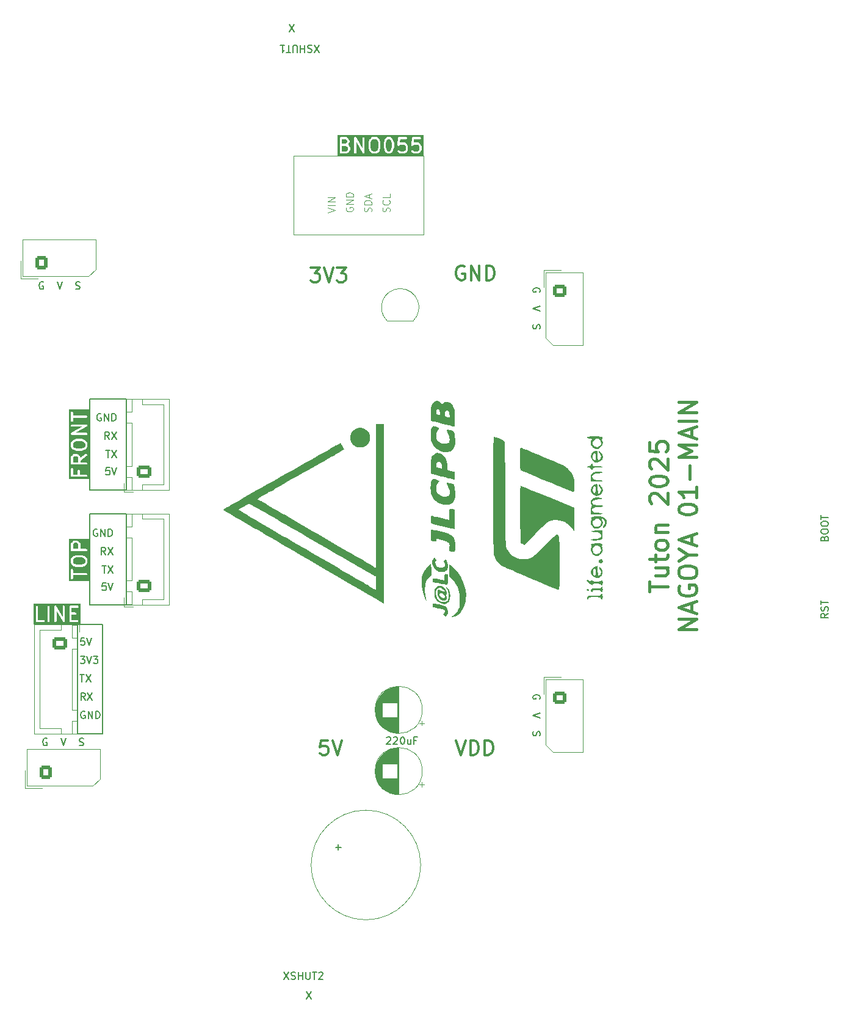
<source format=gbr>
%TF.GenerationSoftware,KiCad,Pcbnew,7.0.9*%
%TF.CreationDate,2025-01-29T15:25:45+09:00*%
%TF.ProjectId,01-MAIN,30312d4d-4149-44e2-9e6b-696361645f70,rev?*%
%TF.SameCoordinates,Original*%
%TF.FileFunction,Legend,Top*%
%TF.FilePolarity,Positive*%
%FSLAX46Y46*%
G04 Gerber Fmt 4.6, Leading zero omitted, Abs format (unit mm)*
G04 Created by KiCad (PCBNEW 7.0.9) date 2025-01-29 15:25:45*
%MOMM*%
%LPD*%
G01*
G04 APERTURE LIST*
G04 Aperture macros list*
%AMRoundRect*
0 Rectangle with rounded corners*
0 $1 Rounding radius*
0 $2 $3 $4 $5 $6 $7 $8 $9 X,Y pos of 4 corners*
0 Add a 4 corners polygon primitive as box body*
4,1,4,$2,$3,$4,$5,$6,$7,$8,$9,$2,$3,0*
0 Add four circle primitives for the rounded corners*
1,1,$1+$1,$2,$3*
1,1,$1+$1,$4,$5*
1,1,$1+$1,$6,$7*
1,1,$1+$1,$8,$9*
0 Add four rect primitives between the rounded corners*
20,1,$1+$1,$2,$3,$4,$5,0*
20,1,$1+$1,$4,$5,$6,$7,0*
20,1,$1+$1,$6,$7,$8,$9,0*
20,1,$1+$1,$8,$9,$2,$3,0*%
G04 Aperture macros list end*
%ADD10C,0.150000*%
%ADD11C,0.300000*%
%ADD12C,0.400000*%
%ADD13C,0.100000*%
%ADD14C,0.120000*%
%ADD15RoundRect,0.250000X0.725000X-0.600000X0.725000X0.600000X-0.725000X0.600000X-0.725000X-0.600000X0*%
%ADD16O,1.950000X1.700000*%
%ADD17C,0.800000*%
%ADD18C,6.400000*%
%ADD19RoundRect,0.250000X-0.725000X0.600000X-0.725000X-0.600000X0.725000X-0.600000X0.725000X0.600000X0*%
%ADD20RoundRect,0.250000X-0.675000X0.600000X-0.675000X-0.600000X0.675000X-0.600000X0.675000X0.600000X0*%
%ADD21O,1.850000X1.700000*%
%ADD22R,1.050000X1.500000*%
%ADD23O,1.050000X1.500000*%
%ADD24C,3.200000*%
%ADD25RoundRect,0.250000X-0.600000X-0.675000X0.600000X-0.675000X0.600000X0.675000X-0.600000X0.675000X0*%
%ADD26O,1.700000X1.850000*%
%ADD27R,1.600000X1.600000*%
%ADD28C,1.600000*%
%ADD29C,1.524000*%
%ADD30R,2.000000X2.000000*%
%ADD31C,2.000000*%
%ADD32C,2.200000*%
%ADD33O,1.800000X1.000000*%
%ADD34O,2.100000X1.000000*%
G04 APERTURE END LIST*
D10*
X96856000Y-100313000D02*
X101934000Y-100313000D01*
X101934000Y-112923000D01*
X96856000Y-112923000D01*
X96856000Y-100313000D01*
X96854000Y-84428000D02*
X101932000Y-84428000D01*
X101932000Y-97038000D01*
X96854000Y-97038000D01*
X96854000Y-84428000D01*
X95160000Y-115700000D02*
X98650000Y-115700000D01*
X98650000Y-130820000D01*
X95160000Y-130820000D01*
X95160000Y-115700000D01*
D11*
X147701333Y-131751638D02*
X148367999Y-133751638D01*
X148367999Y-133751638D02*
X149034666Y-131751638D01*
X149701333Y-133751638D02*
X149701333Y-131751638D01*
X149701333Y-131751638D02*
X150177523Y-131751638D01*
X150177523Y-131751638D02*
X150463238Y-131846876D01*
X150463238Y-131846876D02*
X150653714Y-132037352D01*
X150653714Y-132037352D02*
X150748952Y-132227828D01*
X150748952Y-132227828D02*
X150844190Y-132608780D01*
X150844190Y-132608780D02*
X150844190Y-132894495D01*
X150844190Y-132894495D02*
X150748952Y-133275447D01*
X150748952Y-133275447D02*
X150653714Y-133465923D01*
X150653714Y-133465923D02*
X150463238Y-133656400D01*
X150463238Y-133656400D02*
X150177523Y-133751638D01*
X150177523Y-133751638D02*
X149701333Y-133751638D01*
X151701333Y-133751638D02*
X151701333Y-131751638D01*
X151701333Y-131751638D02*
X152177523Y-131751638D01*
X152177523Y-131751638D02*
X152463238Y-131846876D01*
X152463238Y-131846876D02*
X152653714Y-132037352D01*
X152653714Y-132037352D02*
X152748952Y-132227828D01*
X152748952Y-132227828D02*
X152844190Y-132608780D01*
X152844190Y-132608780D02*
X152844190Y-132894495D01*
X152844190Y-132894495D02*
X152748952Y-133275447D01*
X152748952Y-133275447D02*
X152653714Y-133465923D01*
X152653714Y-133465923D02*
X152463238Y-133656400D01*
X152463238Y-133656400D02*
X152177523Y-133751638D01*
X152177523Y-133751638D02*
X151701333Y-133751638D01*
D10*
X123841541Y-163854819D02*
X124508207Y-164854819D01*
X124508207Y-163854819D02*
X123841541Y-164854819D01*
X124841541Y-164807200D02*
X124984398Y-164854819D01*
X124984398Y-164854819D02*
X125222493Y-164854819D01*
X125222493Y-164854819D02*
X125317731Y-164807200D01*
X125317731Y-164807200D02*
X125365350Y-164759580D01*
X125365350Y-164759580D02*
X125412969Y-164664342D01*
X125412969Y-164664342D02*
X125412969Y-164569104D01*
X125412969Y-164569104D02*
X125365350Y-164473866D01*
X125365350Y-164473866D02*
X125317731Y-164426247D01*
X125317731Y-164426247D02*
X125222493Y-164378628D01*
X125222493Y-164378628D02*
X125032017Y-164331009D01*
X125032017Y-164331009D02*
X124936779Y-164283390D01*
X124936779Y-164283390D02*
X124889160Y-164235771D01*
X124889160Y-164235771D02*
X124841541Y-164140533D01*
X124841541Y-164140533D02*
X124841541Y-164045295D01*
X124841541Y-164045295D02*
X124889160Y-163950057D01*
X124889160Y-163950057D02*
X124936779Y-163902438D01*
X124936779Y-163902438D02*
X125032017Y-163854819D01*
X125032017Y-163854819D02*
X125270112Y-163854819D01*
X125270112Y-163854819D02*
X125412969Y-163902438D01*
X125841541Y-164854819D02*
X125841541Y-163854819D01*
X125841541Y-164331009D02*
X126412969Y-164331009D01*
X126412969Y-164854819D02*
X126412969Y-163854819D01*
X126889160Y-163854819D02*
X126889160Y-164664342D01*
X126889160Y-164664342D02*
X126936779Y-164759580D01*
X126936779Y-164759580D02*
X126984398Y-164807200D01*
X126984398Y-164807200D02*
X127079636Y-164854819D01*
X127079636Y-164854819D02*
X127270112Y-164854819D01*
X127270112Y-164854819D02*
X127365350Y-164807200D01*
X127365350Y-164807200D02*
X127412969Y-164759580D01*
X127412969Y-164759580D02*
X127460588Y-164664342D01*
X127460588Y-164664342D02*
X127460588Y-163854819D01*
X127793922Y-163854819D02*
X128365350Y-163854819D01*
X128079636Y-164854819D02*
X128079636Y-163854819D01*
X128651065Y-163950057D02*
X128698684Y-163902438D01*
X128698684Y-163902438D02*
X128793922Y-163854819D01*
X128793922Y-163854819D02*
X129032017Y-163854819D01*
X129032017Y-163854819D02*
X129127255Y-163902438D01*
X129127255Y-163902438D02*
X129174874Y-163950057D01*
X129174874Y-163950057D02*
X129222493Y-164045295D01*
X129222493Y-164045295D02*
X129222493Y-164140533D01*
X129222493Y-164140533D02*
X129174874Y-164283390D01*
X129174874Y-164283390D02*
X128603446Y-164854819D01*
X128603446Y-164854819D02*
X129222493Y-164854819D01*
X96162969Y-117544819D02*
X95686779Y-117544819D01*
X95686779Y-117544819D02*
X95639160Y-118021009D01*
X95639160Y-118021009D02*
X95686779Y-117973390D01*
X95686779Y-117973390D02*
X95782017Y-117925771D01*
X95782017Y-117925771D02*
X96020112Y-117925771D01*
X96020112Y-117925771D02*
X96115350Y-117973390D01*
X96115350Y-117973390D02*
X96162969Y-118021009D01*
X96162969Y-118021009D02*
X96210588Y-118116247D01*
X96210588Y-118116247D02*
X96210588Y-118354342D01*
X96210588Y-118354342D02*
X96162969Y-118449580D01*
X96162969Y-118449580D02*
X96115350Y-118497200D01*
X96115350Y-118497200D02*
X96020112Y-118544819D01*
X96020112Y-118544819D02*
X95782017Y-118544819D01*
X95782017Y-118544819D02*
X95686779Y-118497200D01*
X95686779Y-118497200D02*
X95639160Y-118449580D01*
X96496303Y-117544819D02*
X96829636Y-118544819D01*
X96829636Y-118544819D02*
X97162969Y-117544819D01*
X159372180Y-127936667D02*
X158372180Y-128270000D01*
X158372180Y-128270000D02*
X159372180Y-128603333D01*
X158419800Y-74136286D02*
X158372180Y-74279143D01*
X158372180Y-74279143D02*
X158372180Y-74517238D01*
X158372180Y-74517238D02*
X158419800Y-74612476D01*
X158419800Y-74612476D02*
X158467419Y-74660095D01*
X158467419Y-74660095D02*
X158562657Y-74707714D01*
X158562657Y-74707714D02*
X158657895Y-74707714D01*
X158657895Y-74707714D02*
X158753133Y-74660095D01*
X158753133Y-74660095D02*
X158800752Y-74612476D01*
X158800752Y-74612476D02*
X158848371Y-74517238D01*
X158848371Y-74517238D02*
X158895990Y-74326762D01*
X158895990Y-74326762D02*
X158943609Y-74231524D01*
X158943609Y-74231524D02*
X158991228Y-74183905D01*
X158991228Y-74183905D02*
X159086466Y-74136286D01*
X159086466Y-74136286D02*
X159181704Y-74136286D01*
X159181704Y-74136286D02*
X159276942Y-74183905D01*
X159276942Y-74183905D02*
X159324561Y-74231524D01*
X159324561Y-74231524D02*
X159372180Y-74326762D01*
X159372180Y-74326762D02*
X159372180Y-74564857D01*
X159372180Y-74564857D02*
X159324561Y-74707714D01*
X99644077Y-93942819D02*
X99167887Y-93942819D01*
X99167887Y-93942819D02*
X99120268Y-94419009D01*
X99120268Y-94419009D02*
X99167887Y-94371390D01*
X99167887Y-94371390D02*
X99263125Y-94323771D01*
X99263125Y-94323771D02*
X99501220Y-94323771D01*
X99501220Y-94323771D02*
X99596458Y-94371390D01*
X99596458Y-94371390D02*
X99644077Y-94419009D01*
X99644077Y-94419009D02*
X99691696Y-94514247D01*
X99691696Y-94514247D02*
X99691696Y-94752342D01*
X99691696Y-94752342D02*
X99644077Y-94847580D01*
X99644077Y-94847580D02*
X99596458Y-94895200D01*
X99596458Y-94895200D02*
X99501220Y-94942819D01*
X99501220Y-94942819D02*
X99263125Y-94942819D01*
X99263125Y-94942819D02*
X99167887Y-94895200D01*
X99167887Y-94895200D02*
X99120268Y-94847580D01*
X99977411Y-93942819D02*
X100310744Y-94942819D01*
X100310744Y-94942819D02*
X100644077Y-93942819D01*
X90939904Y-131505438D02*
X90844666Y-131457819D01*
X90844666Y-131457819D02*
X90701809Y-131457819D01*
X90701809Y-131457819D02*
X90558952Y-131505438D01*
X90558952Y-131505438D02*
X90463714Y-131600676D01*
X90463714Y-131600676D02*
X90416095Y-131695914D01*
X90416095Y-131695914D02*
X90368476Y-131886390D01*
X90368476Y-131886390D02*
X90368476Y-132029247D01*
X90368476Y-132029247D02*
X90416095Y-132219723D01*
X90416095Y-132219723D02*
X90463714Y-132314961D01*
X90463714Y-132314961D02*
X90558952Y-132410200D01*
X90558952Y-132410200D02*
X90701809Y-132457819D01*
X90701809Y-132457819D02*
X90797047Y-132457819D01*
X90797047Y-132457819D02*
X90939904Y-132410200D01*
X90939904Y-132410200D02*
X90987523Y-132362580D01*
X90987523Y-132362580D02*
X90987523Y-132029247D01*
X90987523Y-132029247D02*
X90797047Y-132029247D01*
X199336819Y-114153792D02*
X198860628Y-114487125D01*
X199336819Y-114725220D02*
X198336819Y-114725220D01*
X198336819Y-114725220D02*
X198336819Y-114344268D01*
X198336819Y-114344268D02*
X198384438Y-114249030D01*
X198384438Y-114249030D02*
X198432057Y-114201411D01*
X198432057Y-114201411D02*
X198527295Y-114153792D01*
X198527295Y-114153792D02*
X198670152Y-114153792D01*
X198670152Y-114153792D02*
X198765390Y-114201411D01*
X198765390Y-114201411D02*
X198813009Y-114249030D01*
X198813009Y-114249030D02*
X198860628Y-114344268D01*
X198860628Y-114344268D02*
X198860628Y-114725220D01*
X199289200Y-113772839D02*
X199336819Y-113629982D01*
X199336819Y-113629982D02*
X199336819Y-113391887D01*
X199336819Y-113391887D02*
X199289200Y-113296649D01*
X199289200Y-113296649D02*
X199241580Y-113249030D01*
X199241580Y-113249030D02*
X199146342Y-113201411D01*
X199146342Y-113201411D02*
X199051104Y-113201411D01*
X199051104Y-113201411D02*
X198955866Y-113249030D01*
X198955866Y-113249030D02*
X198908247Y-113296649D01*
X198908247Y-113296649D02*
X198860628Y-113391887D01*
X198860628Y-113391887D02*
X198813009Y-113582363D01*
X198813009Y-113582363D02*
X198765390Y-113677601D01*
X198765390Y-113677601D02*
X198717771Y-113725220D01*
X198717771Y-113725220D02*
X198622533Y-113772839D01*
X198622533Y-113772839D02*
X198527295Y-113772839D01*
X198527295Y-113772839D02*
X198432057Y-113725220D01*
X198432057Y-113725220D02*
X198384438Y-113677601D01*
X198384438Y-113677601D02*
X198336819Y-113582363D01*
X198336819Y-113582363D02*
X198336819Y-113344268D01*
X198336819Y-113344268D02*
X198384438Y-113201411D01*
X198336819Y-112915696D02*
X198336819Y-112344268D01*
X199336819Y-112629982D02*
X198336819Y-112629982D01*
X95472286Y-132410200D02*
X95615143Y-132457819D01*
X95615143Y-132457819D02*
X95853238Y-132457819D01*
X95853238Y-132457819D02*
X95948476Y-132410200D01*
X95948476Y-132410200D02*
X95996095Y-132362580D01*
X95996095Y-132362580D02*
X96043714Y-132267342D01*
X96043714Y-132267342D02*
X96043714Y-132172104D01*
X96043714Y-132172104D02*
X95996095Y-132076866D01*
X95996095Y-132076866D02*
X95948476Y-132029247D01*
X95948476Y-132029247D02*
X95853238Y-131981628D01*
X95853238Y-131981628D02*
X95662762Y-131934009D01*
X95662762Y-131934009D02*
X95567524Y-131886390D01*
X95567524Y-131886390D02*
X95519905Y-131838771D01*
X95519905Y-131838771D02*
X95472286Y-131743533D01*
X95472286Y-131743533D02*
X95472286Y-131648295D01*
X95472286Y-131648295D02*
X95519905Y-131553057D01*
X95519905Y-131553057D02*
X95567524Y-131505438D01*
X95567524Y-131505438D02*
X95662762Y-131457819D01*
X95662762Y-131457819D02*
X95900857Y-131457819D01*
X95900857Y-131457819D02*
X96043714Y-131505438D01*
D11*
G36*
X96051235Y-106441002D02*
G01*
X96195122Y-106584888D01*
X96263638Y-106721920D01*
X96263638Y-107032053D01*
X96195122Y-107169084D01*
X96051235Y-107312970D01*
X95728507Y-107393653D01*
X95098768Y-107393653D01*
X94776040Y-107312971D01*
X94632154Y-107169085D01*
X94563638Y-107032053D01*
X94563638Y-106721920D01*
X94632154Y-106584888D01*
X94776040Y-106441002D01*
X95098768Y-106360320D01*
X95728507Y-106360320D01*
X96051235Y-106441002D01*
G37*
G36*
X95181926Y-104428836D02*
G01*
X95242741Y-104489650D01*
X95311257Y-104626682D01*
X95311257Y-105203177D01*
X94563638Y-105203177D01*
X94563638Y-104626682D01*
X94632154Y-104489650D01*
X94692968Y-104428836D01*
X94830000Y-104360320D01*
X95044894Y-104360320D01*
X95181926Y-104428836D01*
G37*
G36*
X96849352Y-109693653D02*
G01*
X93977924Y-109693653D01*
X93977924Y-109257939D01*
X94263638Y-109257939D01*
X94283734Y-109332939D01*
X94338638Y-109387843D01*
X94413638Y-109407939D01*
X94488638Y-109387843D01*
X94543542Y-109332939D01*
X94563638Y-109257939D01*
X94563638Y-108836511D01*
X96413638Y-108836511D01*
X96488638Y-108816415D01*
X96543542Y-108761511D01*
X96563638Y-108686511D01*
X96543542Y-108611511D01*
X96488638Y-108556607D01*
X96413638Y-108536511D01*
X94563638Y-108536511D01*
X94563638Y-108115082D01*
X94543542Y-108040082D01*
X94488638Y-107985178D01*
X94413638Y-107965082D01*
X94338638Y-107985178D01*
X94283734Y-108040082D01*
X94263638Y-108115082D01*
X94263638Y-109257939D01*
X93977924Y-109257939D01*
X93977924Y-107067463D01*
X94263638Y-107067463D01*
X94272561Y-107100764D01*
X94279474Y-107134545D01*
X94374712Y-107325021D01*
X94390734Y-107343089D01*
X94402810Y-107364005D01*
X94593286Y-107554481D01*
X94594414Y-107555132D01*
X94595085Y-107556250D01*
X94627945Y-107574491D01*
X94660529Y-107593304D01*
X94661834Y-107593304D01*
X94662972Y-107593936D01*
X95043923Y-107689174D01*
X95062426Y-107688862D01*
X95080304Y-107693653D01*
X95746971Y-107693653D01*
X95764847Y-107688862D01*
X95783351Y-107689174D01*
X96164303Y-107593936D01*
X96165441Y-107593304D01*
X96166746Y-107593304D01*
X96199329Y-107574491D01*
X96232190Y-107556250D01*
X96232860Y-107555132D01*
X96233989Y-107554481D01*
X96424465Y-107364006D01*
X96436540Y-107343090D01*
X96452564Y-107325021D01*
X96547802Y-107134545D01*
X96554714Y-107100766D01*
X96563638Y-107067463D01*
X96563638Y-106686510D01*
X96554714Y-106653206D01*
X96547802Y-106619428D01*
X96452564Y-106428952D01*
X96436540Y-106410882D01*
X96424465Y-106389967D01*
X96233989Y-106199492D01*
X96232860Y-106198840D01*
X96232190Y-106197723D01*
X96199329Y-106179481D01*
X96166746Y-106160669D01*
X96165441Y-106160669D01*
X96164303Y-106160037D01*
X95783351Y-106064799D01*
X95764847Y-106065110D01*
X95746971Y-106060320D01*
X95080304Y-106060320D01*
X95062426Y-106065110D01*
X95043923Y-106064799D01*
X94662972Y-106160037D01*
X94661834Y-106160669D01*
X94660529Y-106160669D01*
X94627945Y-106179481D01*
X94595085Y-106197723D01*
X94594414Y-106198840D01*
X94593286Y-106199492D01*
X94402810Y-106389968D01*
X94390734Y-106410883D01*
X94374712Y-106428952D01*
X94279474Y-106619428D01*
X94272561Y-106653208D01*
X94263638Y-106686510D01*
X94263638Y-107067463D01*
X93977924Y-107067463D01*
X93977924Y-105353177D01*
X94263638Y-105353177D01*
X94283734Y-105428177D01*
X94338638Y-105483081D01*
X94413638Y-105503177D01*
X95461257Y-105503177D01*
X96413638Y-105503177D01*
X96488638Y-105483081D01*
X96543542Y-105428177D01*
X96563638Y-105353177D01*
X96543542Y-105278177D01*
X96488638Y-105223273D01*
X96413638Y-105203177D01*
X95611257Y-105203177D01*
X95611257Y-104591272D01*
X95602333Y-104557968D01*
X95595421Y-104524190D01*
X95500183Y-104333714D01*
X95484159Y-104315644D01*
X95472085Y-104294730D01*
X95376845Y-104199491D01*
X95355930Y-104187416D01*
X95337862Y-104171394D01*
X95147386Y-104076156D01*
X95113605Y-104069243D01*
X95080304Y-104060320D01*
X94794590Y-104060320D01*
X94761286Y-104069243D01*
X94727508Y-104076156D01*
X94537032Y-104171394D01*
X94518962Y-104187417D01*
X94498048Y-104199492D01*
X94402810Y-104294730D01*
X94390734Y-104315645D01*
X94374712Y-104333714D01*
X94279474Y-104524190D01*
X94272561Y-104557970D01*
X94263638Y-104591272D01*
X94263638Y-105353177D01*
X93977924Y-105353177D01*
X93977924Y-103774606D01*
X96849352Y-103774606D01*
X96849352Y-109693653D01*
G37*
D10*
X99596458Y-89989819D02*
X99263125Y-89513628D01*
X99025030Y-89989819D02*
X99025030Y-88989819D01*
X99025030Y-88989819D02*
X99405982Y-88989819D01*
X99405982Y-88989819D02*
X99501220Y-89037438D01*
X99501220Y-89037438D02*
X99548839Y-89085057D01*
X99548839Y-89085057D02*
X99596458Y-89180295D01*
X99596458Y-89180295D02*
X99596458Y-89323152D01*
X99596458Y-89323152D02*
X99548839Y-89418390D01*
X99548839Y-89418390D02*
X99501220Y-89466009D01*
X99501220Y-89466009D02*
X99405982Y-89513628D01*
X99405982Y-89513628D02*
X99025030Y-89513628D01*
X99929792Y-88989819D02*
X100596458Y-89989819D01*
X100596458Y-88989819D02*
X99929792Y-89989819D01*
D11*
X127571809Y-66219638D02*
X128809904Y-66219638D01*
X128809904Y-66219638D02*
X128143237Y-66981542D01*
X128143237Y-66981542D02*
X128428952Y-66981542D01*
X128428952Y-66981542D02*
X128619428Y-67076780D01*
X128619428Y-67076780D02*
X128714666Y-67172019D01*
X128714666Y-67172019D02*
X128809904Y-67362495D01*
X128809904Y-67362495D02*
X128809904Y-67838685D01*
X128809904Y-67838685D02*
X128714666Y-68029161D01*
X128714666Y-68029161D02*
X128619428Y-68124400D01*
X128619428Y-68124400D02*
X128428952Y-68219638D01*
X128428952Y-68219638D02*
X127857523Y-68219638D01*
X127857523Y-68219638D02*
X127667047Y-68124400D01*
X127667047Y-68124400D02*
X127571809Y-68029161D01*
X129381333Y-66219638D02*
X130047999Y-68219638D01*
X130047999Y-68219638D02*
X130714666Y-66219638D01*
X131190857Y-66219638D02*
X132428952Y-66219638D01*
X132428952Y-66219638D02*
X131762285Y-66981542D01*
X131762285Y-66981542D02*
X132048000Y-66981542D01*
X132048000Y-66981542D02*
X132238476Y-67076780D01*
X132238476Y-67076780D02*
X132333714Y-67172019D01*
X132333714Y-67172019D02*
X132428952Y-67362495D01*
X132428952Y-67362495D02*
X132428952Y-67838685D01*
X132428952Y-67838685D02*
X132333714Y-68029161D01*
X132333714Y-68029161D02*
X132238476Y-68124400D01*
X132238476Y-68124400D02*
X132048000Y-68219638D01*
X132048000Y-68219638D02*
X131476571Y-68219638D01*
X131476571Y-68219638D02*
X131286095Y-68124400D01*
X131286095Y-68124400D02*
X131190857Y-68029161D01*
G36*
X132595413Y-49438361D02*
G01*
X132648401Y-49491349D01*
X132716917Y-49628381D01*
X132716917Y-49843275D01*
X132648400Y-49980307D01*
X132587586Y-50041122D01*
X132450555Y-50109638D01*
X131874060Y-50109638D01*
X131874060Y-49362019D01*
X132366387Y-49362019D01*
X132595413Y-49438361D01*
G37*
G36*
X132492349Y-48478154D02*
G01*
X132553163Y-48538968D01*
X132621679Y-48676000D01*
X132621679Y-48795656D01*
X132553163Y-48932688D01*
X132492349Y-48993501D01*
X132355316Y-49062019D01*
X131874060Y-49062019D01*
X131874060Y-48409638D01*
X132355317Y-48409638D01*
X132492349Y-48478154D01*
G37*
G36*
X136682825Y-48478154D02*
G01*
X136826711Y-48622040D01*
X136907393Y-48944768D01*
X136907393Y-49574507D01*
X136826710Y-49897235D01*
X136682824Y-50041122D01*
X136545793Y-50109638D01*
X136235660Y-50109638D01*
X136098628Y-50041122D01*
X135954742Y-49897235D01*
X135874060Y-49574506D01*
X135874060Y-48944768D01*
X135954742Y-48622039D01*
X136098628Y-48478154D01*
X136235660Y-48409638D01*
X136545793Y-48409638D01*
X136682825Y-48478154D01*
G37*
G36*
X138587587Y-48478154D02*
G01*
X138648401Y-48538968D01*
X138725390Y-48692946D01*
X138812155Y-49040006D01*
X138812155Y-49479269D01*
X138725390Y-49826329D01*
X138648400Y-49980307D01*
X138587586Y-50041122D01*
X138450555Y-50109638D01*
X138330898Y-50109638D01*
X138193866Y-50041122D01*
X138133052Y-49980307D01*
X138056063Y-49826329D01*
X137969298Y-49479268D01*
X137969298Y-49040006D01*
X138056063Y-48692945D01*
X138133052Y-48538968D01*
X138193866Y-48478154D01*
X138330898Y-48409638D01*
X138450555Y-48409638D01*
X138587587Y-48478154D01*
G37*
G36*
X143207393Y-50695352D02*
G01*
X131288346Y-50695352D01*
X131288346Y-50259638D01*
X131574060Y-50259638D01*
X131594156Y-50334638D01*
X131649060Y-50389542D01*
X131724060Y-50409638D01*
X132485965Y-50409638D01*
X132519266Y-50400714D01*
X132553047Y-50393802D01*
X132743523Y-50298564D01*
X132761591Y-50282541D01*
X132782508Y-50270465D01*
X132793335Y-50259638D01*
X133574060Y-50259638D01*
X133594156Y-50334638D01*
X133649060Y-50389542D01*
X133724060Y-50409638D01*
X133799060Y-50389542D01*
X133853964Y-50334638D01*
X133874060Y-50259638D01*
X133874060Y-48824472D01*
X134736680Y-50334059D01*
X134736923Y-50334304D01*
X134737013Y-50334638D01*
X134764177Y-50361802D01*
X134791339Y-50389207D01*
X134791673Y-50389298D01*
X134791917Y-50389542D01*
X134829017Y-50399482D01*
X134866249Y-50409637D01*
X134866584Y-50409548D01*
X134866917Y-50409638D01*
X134904122Y-50399668D01*
X134941338Y-50389874D01*
X134941582Y-50389631D01*
X134941917Y-50389542D01*
X134969137Y-50362321D01*
X134996486Y-50335216D01*
X134996577Y-50334881D01*
X134996821Y-50334638D01*
X135006761Y-50297537D01*
X135016916Y-50260306D01*
X135016827Y-50259970D01*
X135016917Y-50259638D01*
X135016917Y-49592971D01*
X135574060Y-49592971D01*
X135578850Y-49610847D01*
X135578539Y-49629351D01*
X135673777Y-50010303D01*
X135674409Y-50011441D01*
X135674409Y-50012746D01*
X135693221Y-50045329D01*
X135711463Y-50078190D01*
X135712580Y-50078860D01*
X135713232Y-50079989D01*
X135903707Y-50270465D01*
X135924622Y-50282540D01*
X135942692Y-50298564D01*
X136133168Y-50393802D01*
X136166946Y-50400714D01*
X136200250Y-50409638D01*
X136581203Y-50409638D01*
X136614504Y-50400714D01*
X136648285Y-50393802D01*
X136838761Y-50298564D01*
X136856829Y-50282541D01*
X136877745Y-50270466D01*
X137068221Y-50079989D01*
X137068872Y-50078860D01*
X137069990Y-50078190D01*
X137088231Y-50045329D01*
X137107044Y-50012746D01*
X137107044Y-50011441D01*
X137107676Y-50010303D01*
X137202914Y-49629352D01*
X137202602Y-49610848D01*
X137207393Y-49592971D01*
X137207393Y-49497733D01*
X137669298Y-49497733D01*
X137674088Y-49515609D01*
X137673777Y-49534113D01*
X137769015Y-49915065D01*
X137777051Y-49929542D01*
X137780372Y-49945767D01*
X137875610Y-50136243D01*
X137891632Y-50154311D01*
X137903707Y-50175226D01*
X137998946Y-50270466D01*
X138019860Y-50282540D01*
X138037930Y-50298564D01*
X138228406Y-50393802D01*
X138262184Y-50400714D01*
X138295488Y-50409638D01*
X138485965Y-50409638D01*
X138519266Y-50400714D01*
X138553047Y-50393802D01*
X138743523Y-50298564D01*
X138761591Y-50282541D01*
X138782508Y-50270465D01*
X138877746Y-50175226D01*
X138889821Y-50154311D01*
X138905843Y-50136243D01*
X139001081Y-49945767D01*
X139004401Y-49929542D01*
X139012438Y-49915065D01*
X139107676Y-49534114D01*
X139107364Y-49515610D01*
X139112155Y-49497733D01*
X139112155Y-49197093D01*
X139574804Y-49197093D01*
X139579171Y-49223791D01*
X139579171Y-49250843D01*
X139585344Y-49261536D01*
X139587338Y-49273721D01*
X139604469Y-49294659D01*
X139617995Y-49318086D01*
X139628686Y-49324258D01*
X139636506Y-49333816D01*
X139661813Y-49343384D01*
X139685238Y-49356908D01*
X139697583Y-49356908D01*
X139709134Y-49361275D01*
X139735832Y-49356908D01*
X139762884Y-49356908D01*
X139773577Y-49350734D01*
X139785762Y-49348741D01*
X139806700Y-49331609D01*
X139830127Y-49318084D01*
X139908152Y-49240057D01*
X140045184Y-49171542D01*
X140450555Y-49171542D01*
X140587586Y-49240057D01*
X140648400Y-49300872D01*
X140716917Y-49437905D01*
X140716917Y-49843275D01*
X140648400Y-49980307D01*
X140587586Y-50041122D01*
X140450555Y-50109638D01*
X140045184Y-50109638D01*
X139908152Y-50041122D01*
X139830127Y-49963096D01*
X139762884Y-49924272D01*
X139685238Y-49924272D01*
X139617995Y-49963094D01*
X139579171Y-50030337D01*
X139579171Y-50107983D01*
X139617993Y-50175226D01*
X139713232Y-50270466D01*
X139734146Y-50282540D01*
X139752216Y-50298564D01*
X139942692Y-50393802D01*
X139976470Y-50400714D01*
X140009774Y-50409638D01*
X140485965Y-50409638D01*
X140519266Y-50400714D01*
X140553047Y-50393802D01*
X140743523Y-50298564D01*
X140761591Y-50282541D01*
X140782508Y-50270465D01*
X140877746Y-50175226D01*
X140889821Y-50154311D01*
X140905843Y-50136243D01*
X141001081Y-49945767D01*
X141007993Y-49911988D01*
X141016917Y-49878685D01*
X141016917Y-49402495D01*
X141007993Y-49369191D01*
X141001081Y-49335413D01*
X140931921Y-49197093D01*
X141479566Y-49197093D01*
X141483933Y-49223791D01*
X141483933Y-49250843D01*
X141490106Y-49261536D01*
X141492100Y-49273721D01*
X141509231Y-49294659D01*
X141522757Y-49318086D01*
X141533448Y-49324258D01*
X141541268Y-49333816D01*
X141566575Y-49343384D01*
X141590000Y-49356908D01*
X141602345Y-49356908D01*
X141613896Y-49361275D01*
X141640594Y-49356908D01*
X141667646Y-49356908D01*
X141678339Y-49350734D01*
X141690524Y-49348741D01*
X141711462Y-49331609D01*
X141734889Y-49318084D01*
X141812914Y-49240057D01*
X141949946Y-49171542D01*
X142355317Y-49171542D01*
X142492348Y-49240057D01*
X142553162Y-49300872D01*
X142621679Y-49437905D01*
X142621679Y-49843275D01*
X142553162Y-49980307D01*
X142492348Y-50041122D01*
X142355317Y-50109638D01*
X141949946Y-50109638D01*
X141812914Y-50041122D01*
X141734889Y-49963096D01*
X141667646Y-49924272D01*
X141590000Y-49924272D01*
X141522757Y-49963094D01*
X141483933Y-50030337D01*
X141483933Y-50107983D01*
X141522755Y-50175226D01*
X141617994Y-50270466D01*
X141638908Y-50282540D01*
X141656978Y-50298564D01*
X141847454Y-50393802D01*
X141881232Y-50400714D01*
X141914536Y-50409638D01*
X142390727Y-50409638D01*
X142424028Y-50400714D01*
X142457809Y-50393802D01*
X142648285Y-50298564D01*
X142666353Y-50282541D01*
X142687270Y-50270465D01*
X142782508Y-50175226D01*
X142794583Y-50154311D01*
X142810605Y-50136243D01*
X142905843Y-49945767D01*
X142912755Y-49911988D01*
X142921679Y-49878685D01*
X142921679Y-49402495D01*
X142912755Y-49369191D01*
X142905843Y-49335413D01*
X142810605Y-49144937D01*
X142794583Y-49126868D01*
X142782508Y-49105954D01*
X142687270Y-49010715D01*
X142666353Y-48998638D01*
X142648285Y-48982616D01*
X142457809Y-48887378D01*
X142424028Y-48880465D01*
X142390727Y-48871542D01*
X141914536Y-48871542D01*
X141881232Y-48880465D01*
X141847454Y-48887378D01*
X141810170Y-48906019D01*
X141859809Y-48409638D01*
X142676441Y-48409638D01*
X142751441Y-48389542D01*
X142806345Y-48334638D01*
X142826441Y-48259638D01*
X142806345Y-48184638D01*
X142751441Y-48129734D01*
X142676441Y-48109638D01*
X141724060Y-48109638D01*
X141693541Y-48117815D01*
X141662358Y-48122916D01*
X141656442Y-48127755D01*
X141649060Y-48129734D01*
X141626720Y-48152073D01*
X141602263Y-48172084D01*
X141599559Y-48179234D01*
X141594156Y-48184638D01*
X141585979Y-48215154D01*
X141574804Y-48244713D01*
X141479566Y-49197093D01*
X140931921Y-49197093D01*
X140905843Y-49144937D01*
X140889821Y-49126868D01*
X140877746Y-49105954D01*
X140782508Y-49010715D01*
X140761591Y-48998638D01*
X140743523Y-48982616D01*
X140553047Y-48887378D01*
X140519266Y-48880465D01*
X140485965Y-48871542D01*
X140009774Y-48871542D01*
X139976470Y-48880465D01*
X139942692Y-48887378D01*
X139905408Y-48906019D01*
X139955047Y-48409638D01*
X140771679Y-48409638D01*
X140846679Y-48389542D01*
X140901583Y-48334638D01*
X140921679Y-48259638D01*
X140901583Y-48184638D01*
X140846679Y-48129734D01*
X140771679Y-48109638D01*
X139819298Y-48109638D01*
X139788779Y-48117815D01*
X139757596Y-48122916D01*
X139751680Y-48127755D01*
X139744298Y-48129734D01*
X139721958Y-48152073D01*
X139697501Y-48172084D01*
X139694797Y-48179234D01*
X139689394Y-48184638D01*
X139681217Y-48215154D01*
X139670042Y-48244713D01*
X139574804Y-49197093D01*
X139112155Y-49197093D01*
X139112155Y-49021542D01*
X139107364Y-49003664D01*
X139107676Y-48985161D01*
X139012438Y-48604210D01*
X139004401Y-48589732D01*
X139001081Y-48573508D01*
X138905843Y-48383032D01*
X138889819Y-48364962D01*
X138877745Y-48344048D01*
X138782507Y-48248810D01*
X138761591Y-48236734D01*
X138743523Y-48220712D01*
X138553047Y-48125474D01*
X138519266Y-48118561D01*
X138485965Y-48109638D01*
X138295488Y-48109638D01*
X138262184Y-48118561D01*
X138228406Y-48125474D01*
X138037930Y-48220712D01*
X138019860Y-48236735D01*
X137998946Y-48248810D01*
X137903708Y-48344048D01*
X137891632Y-48364963D01*
X137875610Y-48383032D01*
X137780372Y-48573508D01*
X137777051Y-48589732D01*
X137769015Y-48604210D01*
X137673777Y-48985162D01*
X137674088Y-49003665D01*
X137669298Y-49021542D01*
X137669298Y-49497733D01*
X137207393Y-49497733D01*
X137207393Y-48926304D01*
X137202602Y-48908426D01*
X137202914Y-48889923D01*
X137107676Y-48508972D01*
X137107044Y-48507833D01*
X137107044Y-48506529D01*
X137088231Y-48473945D01*
X137069990Y-48441085D01*
X137068872Y-48440414D01*
X137068221Y-48439286D01*
X136877745Y-48248810D01*
X136856829Y-48236734D01*
X136838761Y-48220712D01*
X136648285Y-48125474D01*
X136614504Y-48118561D01*
X136581203Y-48109638D01*
X136200250Y-48109638D01*
X136166946Y-48118561D01*
X136133168Y-48125474D01*
X135942692Y-48220712D01*
X135924622Y-48236735D01*
X135903708Y-48248810D01*
X135713232Y-48439286D01*
X135712580Y-48440414D01*
X135711463Y-48441085D01*
X135693221Y-48473945D01*
X135674409Y-48506529D01*
X135674409Y-48507833D01*
X135673777Y-48508972D01*
X135578539Y-48889924D01*
X135578850Y-48908427D01*
X135574060Y-48926304D01*
X135574060Y-49592971D01*
X135016917Y-49592971D01*
X135016917Y-48259638D01*
X134996821Y-48184638D01*
X134941917Y-48129734D01*
X134866917Y-48109638D01*
X134791917Y-48129734D01*
X134737013Y-48184638D01*
X134716917Y-48259638D01*
X134716917Y-49694803D01*
X133854296Y-48185217D01*
X133854053Y-48184972D01*
X133853964Y-48184638D01*
X133826743Y-48157417D01*
X133799638Y-48130069D01*
X133799303Y-48129977D01*
X133799060Y-48129734D01*
X133761959Y-48119793D01*
X133724728Y-48109639D01*
X133724392Y-48109727D01*
X133724060Y-48109638D01*
X133686854Y-48119607D01*
X133649639Y-48129402D01*
X133649394Y-48129644D01*
X133649060Y-48129734D01*
X133621839Y-48156954D01*
X133594491Y-48184060D01*
X133594399Y-48184394D01*
X133594156Y-48184638D01*
X133584215Y-48221738D01*
X133574061Y-48258970D01*
X133574149Y-48259305D01*
X133574060Y-48259638D01*
X133574060Y-50259638D01*
X132793335Y-50259638D01*
X132877746Y-50175226D01*
X132889821Y-50154311D01*
X132905843Y-50136243D01*
X133001081Y-49945767D01*
X133007993Y-49911988D01*
X133016917Y-49878685D01*
X133016917Y-49592971D01*
X133007993Y-49559667D01*
X133001081Y-49525889D01*
X132905843Y-49335413D01*
X132889819Y-49317343D01*
X132877745Y-49296429D01*
X132782507Y-49201191D01*
X132752644Y-49183949D01*
X132736695Y-49173419D01*
X132782507Y-49127608D01*
X132794581Y-49106693D01*
X132810605Y-49088624D01*
X132905843Y-48898148D01*
X132912755Y-48864369D01*
X132921679Y-48831066D01*
X132921679Y-48640590D01*
X132912755Y-48607286D01*
X132905843Y-48573508D01*
X132810605Y-48383032D01*
X132794581Y-48364962D01*
X132782507Y-48344048D01*
X132687269Y-48248810D01*
X132666353Y-48236734D01*
X132648285Y-48220712D01*
X132457809Y-48125474D01*
X132424028Y-48118561D01*
X132390727Y-48109638D01*
X131724060Y-48109638D01*
X131649060Y-48129734D01*
X131594156Y-48184638D01*
X131574060Y-48259638D01*
X131574060Y-50259638D01*
X131288346Y-50259638D01*
X131288346Y-47823924D01*
X143207393Y-47823924D01*
X143207393Y-50695352D01*
G37*
D10*
X92376667Y-68211819D02*
X92710000Y-69211819D01*
X92710000Y-69211819D02*
X93043333Y-68211819D01*
X99088458Y-105991819D02*
X98755125Y-105515628D01*
X98517030Y-105991819D02*
X98517030Y-104991819D01*
X98517030Y-104991819D02*
X98897982Y-104991819D01*
X98897982Y-104991819D02*
X98993220Y-105039438D01*
X98993220Y-105039438D02*
X99040839Y-105087057D01*
X99040839Y-105087057D02*
X99088458Y-105182295D01*
X99088458Y-105182295D02*
X99088458Y-105325152D01*
X99088458Y-105325152D02*
X99040839Y-105420390D01*
X99040839Y-105420390D02*
X98993220Y-105468009D01*
X98993220Y-105468009D02*
X98897982Y-105515628D01*
X98897982Y-105515628D02*
X98517030Y-105515628D01*
X99421792Y-104991819D02*
X100088458Y-105991819D01*
X100088458Y-104991819D02*
X99421792Y-105991819D01*
D11*
X148844190Y-66060876D02*
X148653714Y-65965638D01*
X148653714Y-65965638D02*
X148368000Y-65965638D01*
X148368000Y-65965638D02*
X148082285Y-66060876D01*
X148082285Y-66060876D02*
X147891809Y-66251352D01*
X147891809Y-66251352D02*
X147796571Y-66441828D01*
X147796571Y-66441828D02*
X147701333Y-66822780D01*
X147701333Y-66822780D02*
X147701333Y-67108495D01*
X147701333Y-67108495D02*
X147796571Y-67489447D01*
X147796571Y-67489447D02*
X147891809Y-67679923D01*
X147891809Y-67679923D02*
X148082285Y-67870400D01*
X148082285Y-67870400D02*
X148368000Y-67965638D01*
X148368000Y-67965638D02*
X148558476Y-67965638D01*
X148558476Y-67965638D02*
X148844190Y-67870400D01*
X148844190Y-67870400D02*
X148939428Y-67775161D01*
X148939428Y-67775161D02*
X148939428Y-67108495D01*
X148939428Y-67108495D02*
X148558476Y-67108495D01*
X149796571Y-67965638D02*
X149796571Y-65965638D01*
X149796571Y-65965638D02*
X150939428Y-67965638D01*
X150939428Y-67965638D02*
X150939428Y-65965638D01*
X151891809Y-67965638D02*
X151891809Y-65965638D01*
X151891809Y-65965638D02*
X152367999Y-65965638D01*
X152367999Y-65965638D02*
X152653714Y-66060876D01*
X152653714Y-66060876D02*
X152844190Y-66251352D01*
X152844190Y-66251352D02*
X152939428Y-66441828D01*
X152939428Y-66441828D02*
X153034666Y-66822780D01*
X153034666Y-66822780D02*
X153034666Y-67108495D01*
X153034666Y-67108495D02*
X152939428Y-67489447D01*
X152939428Y-67489447D02*
X152844190Y-67679923D01*
X152844190Y-67679923D02*
X152653714Y-67870400D01*
X152653714Y-67870400D02*
X152367999Y-67965638D01*
X152367999Y-67965638D02*
X151891809Y-67965638D01*
D10*
X97945601Y-102499438D02*
X97850363Y-102451819D01*
X97850363Y-102451819D02*
X97707506Y-102451819D01*
X97707506Y-102451819D02*
X97564649Y-102499438D01*
X97564649Y-102499438D02*
X97469411Y-102594676D01*
X97469411Y-102594676D02*
X97421792Y-102689914D01*
X97421792Y-102689914D02*
X97374173Y-102880390D01*
X97374173Y-102880390D02*
X97374173Y-103023247D01*
X97374173Y-103023247D02*
X97421792Y-103213723D01*
X97421792Y-103213723D02*
X97469411Y-103308961D01*
X97469411Y-103308961D02*
X97564649Y-103404200D01*
X97564649Y-103404200D02*
X97707506Y-103451819D01*
X97707506Y-103451819D02*
X97802744Y-103451819D01*
X97802744Y-103451819D02*
X97945601Y-103404200D01*
X97945601Y-103404200D02*
X97993220Y-103356580D01*
X97993220Y-103356580D02*
X97993220Y-103023247D01*
X97993220Y-103023247D02*
X97802744Y-103023247D01*
X98421792Y-103451819D02*
X98421792Y-102451819D01*
X98421792Y-102451819D02*
X98993220Y-103451819D01*
X98993220Y-103451819D02*
X98993220Y-102451819D01*
X99469411Y-103451819D02*
X99469411Y-102451819D01*
X99469411Y-102451819D02*
X99707506Y-102451819D01*
X99707506Y-102451819D02*
X99850363Y-102499438D01*
X99850363Y-102499438D02*
X99945601Y-102594676D01*
X99945601Y-102594676D02*
X99993220Y-102689914D01*
X99993220Y-102689914D02*
X100040839Y-102880390D01*
X100040839Y-102880390D02*
X100040839Y-103023247D01*
X100040839Y-103023247D02*
X99993220Y-103213723D01*
X99993220Y-103213723D02*
X99945601Y-103308961D01*
X99945601Y-103308961D02*
X99850363Y-103404200D01*
X99850363Y-103404200D02*
X99707506Y-103451819D01*
X99707506Y-103451819D02*
X99469411Y-103451819D01*
D11*
G36*
X95615393Y-115645352D02*
G01*
X89124917Y-115645352D01*
X89124917Y-115209638D01*
X89410631Y-115209638D01*
X89430727Y-115284638D01*
X89485631Y-115339542D01*
X89560631Y-115359638D01*
X90513012Y-115359638D01*
X90588012Y-115339542D01*
X90642916Y-115284638D01*
X90663012Y-115209638D01*
X91029679Y-115209638D01*
X91049775Y-115284638D01*
X91104679Y-115339542D01*
X91179679Y-115359638D01*
X91254679Y-115339542D01*
X91309583Y-115284638D01*
X91329679Y-115209638D01*
X91982060Y-115209638D01*
X92002156Y-115284638D01*
X92057060Y-115339542D01*
X92132060Y-115359638D01*
X92207060Y-115339542D01*
X92261964Y-115284638D01*
X92282060Y-115209638D01*
X92282060Y-113774472D01*
X93144680Y-115284059D01*
X93144923Y-115284304D01*
X93145013Y-115284638D01*
X93172177Y-115311802D01*
X93199339Y-115339207D01*
X93199673Y-115339298D01*
X93199917Y-115339542D01*
X93237017Y-115349482D01*
X93274249Y-115359637D01*
X93274584Y-115359548D01*
X93274917Y-115359638D01*
X93312122Y-115349668D01*
X93349338Y-115339874D01*
X93349582Y-115339631D01*
X93349917Y-115339542D01*
X93377137Y-115312321D01*
X93404486Y-115285216D01*
X93404577Y-115284881D01*
X93404821Y-115284638D01*
X93414761Y-115247537D01*
X93424916Y-115210306D01*
X93424827Y-115209970D01*
X93424917Y-115209638D01*
X94077298Y-115209638D01*
X94097394Y-115284638D01*
X94152298Y-115339542D01*
X94227298Y-115359638D01*
X95179679Y-115359638D01*
X95254679Y-115339542D01*
X95309583Y-115284638D01*
X95329679Y-115209638D01*
X95309583Y-115134638D01*
X95254679Y-115079734D01*
X95179679Y-115059638D01*
X94377298Y-115059638D01*
X94377298Y-114312019D01*
X94893965Y-114312019D01*
X94968965Y-114291923D01*
X95023869Y-114237019D01*
X95043965Y-114162019D01*
X95023869Y-114087019D01*
X94968965Y-114032115D01*
X94893965Y-114012019D01*
X94377298Y-114012019D01*
X94377298Y-113359638D01*
X95179679Y-113359638D01*
X95254679Y-113339542D01*
X95309583Y-113284638D01*
X95329679Y-113209638D01*
X95309583Y-113134638D01*
X95254679Y-113079734D01*
X95179679Y-113059638D01*
X94227298Y-113059638D01*
X94152298Y-113079734D01*
X94097394Y-113134638D01*
X94077298Y-113209638D01*
X94077298Y-115209638D01*
X93424917Y-115209638D01*
X93424917Y-113209638D01*
X93404821Y-113134638D01*
X93349917Y-113079734D01*
X93274917Y-113059638D01*
X93199917Y-113079734D01*
X93145013Y-113134638D01*
X93124917Y-113209638D01*
X93124917Y-114644803D01*
X92262296Y-113135217D01*
X92262053Y-113134972D01*
X92261964Y-113134638D01*
X92234743Y-113107417D01*
X92207638Y-113080069D01*
X92207303Y-113079977D01*
X92207060Y-113079734D01*
X92169959Y-113069793D01*
X92132728Y-113059639D01*
X92132392Y-113059727D01*
X92132060Y-113059638D01*
X92094854Y-113069607D01*
X92057639Y-113079402D01*
X92057394Y-113079644D01*
X92057060Y-113079734D01*
X92029839Y-113106954D01*
X92002491Y-113134060D01*
X92002399Y-113134394D01*
X92002156Y-113134638D01*
X91992215Y-113171738D01*
X91982061Y-113208970D01*
X91982149Y-113209305D01*
X91982060Y-113209638D01*
X91982060Y-115209638D01*
X91329679Y-115209638D01*
X91329679Y-113209638D01*
X91309583Y-113134638D01*
X91254679Y-113079734D01*
X91179679Y-113059638D01*
X91104679Y-113079734D01*
X91049775Y-113134638D01*
X91029679Y-113209638D01*
X91029679Y-115209638D01*
X90663012Y-115209638D01*
X90642916Y-115134638D01*
X90588012Y-115079734D01*
X90513012Y-115059638D01*
X89710631Y-115059638D01*
X89710631Y-113209638D01*
X89690535Y-113134638D01*
X89635631Y-113079734D01*
X89560631Y-113059638D01*
X89485631Y-113079734D01*
X89430727Y-113134638D01*
X89410631Y-113209638D01*
X89410631Y-115209638D01*
X89124917Y-115209638D01*
X89124917Y-112773924D01*
X95615393Y-112773924D01*
X95615393Y-115645352D01*
G37*
D10*
X99136077Y-109944819D02*
X98659887Y-109944819D01*
X98659887Y-109944819D02*
X98612268Y-110421009D01*
X98612268Y-110421009D02*
X98659887Y-110373390D01*
X98659887Y-110373390D02*
X98755125Y-110325771D01*
X98755125Y-110325771D02*
X98993220Y-110325771D01*
X98993220Y-110325771D02*
X99088458Y-110373390D01*
X99088458Y-110373390D02*
X99136077Y-110421009D01*
X99136077Y-110421009D02*
X99183696Y-110516247D01*
X99183696Y-110516247D02*
X99183696Y-110754342D01*
X99183696Y-110754342D02*
X99136077Y-110849580D01*
X99136077Y-110849580D02*
X99088458Y-110897200D01*
X99088458Y-110897200D02*
X98993220Y-110944819D01*
X98993220Y-110944819D02*
X98755125Y-110944819D01*
X98755125Y-110944819D02*
X98659887Y-110897200D01*
X98659887Y-110897200D02*
X98612268Y-110849580D01*
X99469411Y-109944819D02*
X99802744Y-110944819D01*
X99802744Y-110944819D02*
X100136077Y-109944819D01*
X159372180Y-71548667D02*
X158372180Y-71882000D01*
X158372180Y-71882000D02*
X159372180Y-72215333D01*
D11*
X129895939Y-131751638D02*
X128943558Y-131751638D01*
X128943558Y-131751638D02*
X128848320Y-132704019D01*
X128848320Y-132704019D02*
X128943558Y-132608780D01*
X128943558Y-132608780D02*
X129134034Y-132513542D01*
X129134034Y-132513542D02*
X129610225Y-132513542D01*
X129610225Y-132513542D02*
X129800701Y-132608780D01*
X129800701Y-132608780D02*
X129895939Y-132704019D01*
X129895939Y-132704019D02*
X129991177Y-132894495D01*
X129991177Y-132894495D02*
X129991177Y-133370685D01*
X129991177Y-133370685D02*
X129895939Y-133561161D01*
X129895939Y-133561161D02*
X129800701Y-133656400D01*
X129800701Y-133656400D02*
X129610225Y-133751638D01*
X129610225Y-133751638D02*
X129134034Y-133751638D01*
X129134034Y-133751638D02*
X128943558Y-133656400D01*
X128943558Y-133656400D02*
X128848320Y-133561161D01*
X130562606Y-131751638D02*
X131229272Y-133751638D01*
X131229272Y-133751638D02*
X131895939Y-131751638D01*
D10*
X94964286Y-69164200D02*
X95107143Y-69211819D01*
X95107143Y-69211819D02*
X95345238Y-69211819D01*
X95345238Y-69211819D02*
X95440476Y-69164200D01*
X95440476Y-69164200D02*
X95488095Y-69116580D01*
X95488095Y-69116580D02*
X95535714Y-69021342D01*
X95535714Y-69021342D02*
X95535714Y-68926104D01*
X95535714Y-68926104D02*
X95488095Y-68830866D01*
X95488095Y-68830866D02*
X95440476Y-68783247D01*
X95440476Y-68783247D02*
X95345238Y-68735628D01*
X95345238Y-68735628D02*
X95154762Y-68688009D01*
X95154762Y-68688009D02*
X95059524Y-68640390D01*
X95059524Y-68640390D02*
X95011905Y-68592771D01*
X95011905Y-68592771D02*
X94964286Y-68497533D01*
X94964286Y-68497533D02*
X94964286Y-68402295D01*
X94964286Y-68402295D02*
X95011905Y-68307057D01*
X95011905Y-68307057D02*
X95059524Y-68259438D01*
X95059524Y-68259438D02*
X95154762Y-68211819D01*
X95154762Y-68211819D02*
X95392857Y-68211819D01*
X95392857Y-68211819D02*
X95535714Y-68259438D01*
X96210588Y-127752438D02*
X96115350Y-127704819D01*
X96115350Y-127704819D02*
X95972493Y-127704819D01*
X95972493Y-127704819D02*
X95829636Y-127752438D01*
X95829636Y-127752438D02*
X95734398Y-127847676D01*
X95734398Y-127847676D02*
X95686779Y-127942914D01*
X95686779Y-127942914D02*
X95639160Y-128133390D01*
X95639160Y-128133390D02*
X95639160Y-128276247D01*
X95639160Y-128276247D02*
X95686779Y-128466723D01*
X95686779Y-128466723D02*
X95734398Y-128561961D01*
X95734398Y-128561961D02*
X95829636Y-128657200D01*
X95829636Y-128657200D02*
X95972493Y-128704819D01*
X95972493Y-128704819D02*
X96067731Y-128704819D01*
X96067731Y-128704819D02*
X96210588Y-128657200D01*
X96210588Y-128657200D02*
X96258207Y-128609580D01*
X96258207Y-128609580D02*
X96258207Y-128276247D01*
X96258207Y-128276247D02*
X96067731Y-128276247D01*
X96686779Y-128704819D02*
X96686779Y-127704819D01*
X96686779Y-127704819D02*
X97258207Y-128704819D01*
X97258207Y-128704819D02*
X97258207Y-127704819D01*
X97734398Y-128704819D02*
X97734398Y-127704819D01*
X97734398Y-127704819D02*
X97972493Y-127704819D01*
X97972493Y-127704819D02*
X98115350Y-127752438D01*
X98115350Y-127752438D02*
X98210588Y-127847676D01*
X98210588Y-127847676D02*
X98258207Y-127942914D01*
X98258207Y-127942914D02*
X98305826Y-128133390D01*
X98305826Y-128133390D02*
X98305826Y-128276247D01*
X98305826Y-128276247D02*
X98258207Y-128466723D01*
X98258207Y-128466723D02*
X98210588Y-128561961D01*
X98210588Y-128561961D02*
X98115350Y-128657200D01*
X98115350Y-128657200D02*
X97972493Y-128704819D01*
X97972493Y-128704819D02*
X97734398Y-128704819D01*
X125234458Y-33565180D02*
X124567792Y-32565180D01*
X124567792Y-33565180D02*
X125234458Y-32565180D01*
X92884667Y-131457819D02*
X93218000Y-132457819D01*
X93218000Y-132457819D02*
X93551333Y-131457819D01*
X138080952Y-131350057D02*
X138128571Y-131302438D01*
X138128571Y-131302438D02*
X138223809Y-131254819D01*
X138223809Y-131254819D02*
X138461904Y-131254819D01*
X138461904Y-131254819D02*
X138557142Y-131302438D01*
X138557142Y-131302438D02*
X138604761Y-131350057D01*
X138604761Y-131350057D02*
X138652380Y-131445295D01*
X138652380Y-131445295D02*
X138652380Y-131540533D01*
X138652380Y-131540533D02*
X138604761Y-131683390D01*
X138604761Y-131683390D02*
X138033333Y-132254819D01*
X138033333Y-132254819D02*
X138652380Y-132254819D01*
X139033333Y-131350057D02*
X139080952Y-131302438D01*
X139080952Y-131302438D02*
X139176190Y-131254819D01*
X139176190Y-131254819D02*
X139414285Y-131254819D01*
X139414285Y-131254819D02*
X139509523Y-131302438D01*
X139509523Y-131302438D02*
X139557142Y-131350057D01*
X139557142Y-131350057D02*
X139604761Y-131445295D01*
X139604761Y-131445295D02*
X139604761Y-131540533D01*
X139604761Y-131540533D02*
X139557142Y-131683390D01*
X139557142Y-131683390D02*
X138985714Y-132254819D01*
X138985714Y-132254819D02*
X139604761Y-132254819D01*
X140223809Y-131254819D02*
X140319047Y-131254819D01*
X140319047Y-131254819D02*
X140414285Y-131302438D01*
X140414285Y-131302438D02*
X140461904Y-131350057D01*
X140461904Y-131350057D02*
X140509523Y-131445295D01*
X140509523Y-131445295D02*
X140557142Y-131635771D01*
X140557142Y-131635771D02*
X140557142Y-131873866D01*
X140557142Y-131873866D02*
X140509523Y-132064342D01*
X140509523Y-132064342D02*
X140461904Y-132159580D01*
X140461904Y-132159580D02*
X140414285Y-132207200D01*
X140414285Y-132207200D02*
X140319047Y-132254819D01*
X140319047Y-132254819D02*
X140223809Y-132254819D01*
X140223809Y-132254819D02*
X140128571Y-132207200D01*
X140128571Y-132207200D02*
X140080952Y-132159580D01*
X140080952Y-132159580D02*
X140033333Y-132064342D01*
X140033333Y-132064342D02*
X139985714Y-131873866D01*
X139985714Y-131873866D02*
X139985714Y-131635771D01*
X139985714Y-131635771D02*
X140033333Y-131445295D01*
X140033333Y-131445295D02*
X140080952Y-131350057D01*
X140080952Y-131350057D02*
X140128571Y-131302438D01*
X140128571Y-131302438D02*
X140223809Y-131254819D01*
X141414285Y-131588152D02*
X141414285Y-132254819D01*
X140985714Y-131588152D02*
X140985714Y-132111961D01*
X140985714Y-132111961D02*
X141033333Y-132207200D01*
X141033333Y-132207200D02*
X141128571Y-132254819D01*
X141128571Y-132254819D02*
X141271428Y-132254819D01*
X141271428Y-132254819D02*
X141366666Y-132207200D01*
X141366666Y-132207200D02*
X141414285Y-132159580D01*
X142223809Y-131731009D02*
X141890476Y-131731009D01*
X141890476Y-132254819D02*
X141890476Y-131254819D01*
X141890476Y-131254819D02*
X142366666Y-131254819D01*
D11*
G36*
X95181926Y-92426360D02*
G01*
X95242741Y-92487174D01*
X95311257Y-92624206D01*
X95311257Y-93200701D01*
X94563638Y-93200701D01*
X94563638Y-92624206D01*
X94632154Y-92487174D01*
X94692968Y-92426360D01*
X94830000Y-92357844D01*
X95044894Y-92357844D01*
X95181926Y-92426360D01*
G37*
G36*
X96051235Y-90343288D02*
G01*
X96195122Y-90487174D01*
X96263638Y-90624206D01*
X96263638Y-90934339D01*
X96195122Y-91071370D01*
X96051235Y-91215256D01*
X95728507Y-91295939D01*
X95098768Y-91295939D01*
X94776040Y-91215257D01*
X94632154Y-91071371D01*
X94563638Y-90934339D01*
X94563638Y-90624206D01*
X94632154Y-90487174D01*
X94776040Y-90343288D01*
X95098768Y-90262606D01*
X95728507Y-90262606D01*
X96051235Y-90343288D01*
G37*
G36*
X96849352Y-95500701D02*
G01*
X93977924Y-95500701D01*
X93977924Y-95064987D01*
X94263638Y-95064987D01*
X94283734Y-95139987D01*
X94338638Y-95194891D01*
X94413638Y-95214987D01*
X95366019Y-95214987D01*
X96413638Y-95214987D01*
X96488638Y-95194891D01*
X96543542Y-95139987D01*
X96563638Y-95064987D01*
X96543542Y-94989987D01*
X96488638Y-94935083D01*
X96413638Y-94914987D01*
X95516019Y-94914987D01*
X95516019Y-94398320D01*
X95495923Y-94323320D01*
X95441019Y-94268416D01*
X95366019Y-94248320D01*
X95291019Y-94268416D01*
X95236115Y-94323320D01*
X95216019Y-94398320D01*
X95216019Y-94914987D01*
X94563638Y-94914987D01*
X94563638Y-94112606D01*
X94543542Y-94037606D01*
X94488638Y-93982702D01*
X94413638Y-93962606D01*
X94338638Y-93982702D01*
X94283734Y-94037606D01*
X94263638Y-94112606D01*
X94263638Y-95064987D01*
X93977924Y-95064987D01*
X93977924Y-93350701D01*
X94263638Y-93350701D01*
X94283734Y-93425701D01*
X94338638Y-93480605D01*
X94413638Y-93500701D01*
X95461257Y-93500701D01*
X96413638Y-93500701D01*
X96488638Y-93480605D01*
X96543542Y-93425701D01*
X96563638Y-93350701D01*
X96543542Y-93275701D01*
X96488638Y-93220797D01*
X96413638Y-93200701D01*
X95611257Y-93200701D01*
X95611257Y-92952609D01*
X96499657Y-92330729D01*
X96549575Y-92271256D01*
X96563069Y-92194792D01*
X96536522Y-92121825D01*
X96477050Y-92071907D01*
X96400585Y-92058413D01*
X96327618Y-92084959D01*
X95610719Y-92586788D01*
X95602333Y-92555492D01*
X95595421Y-92521714D01*
X95500183Y-92331238D01*
X95484159Y-92313168D01*
X95472085Y-92292254D01*
X95376845Y-92197015D01*
X95355930Y-92184940D01*
X95337862Y-92168918D01*
X95147386Y-92073680D01*
X95113605Y-92066767D01*
X95080304Y-92057844D01*
X94794590Y-92057844D01*
X94761286Y-92066767D01*
X94727508Y-92073680D01*
X94537032Y-92168918D01*
X94518962Y-92184941D01*
X94498048Y-92197016D01*
X94402810Y-92292254D01*
X94390734Y-92313169D01*
X94374712Y-92331238D01*
X94279474Y-92521714D01*
X94272561Y-92555494D01*
X94263638Y-92588796D01*
X94263638Y-93350701D01*
X93977924Y-93350701D01*
X93977924Y-90969749D01*
X94263638Y-90969749D01*
X94272561Y-91003050D01*
X94279474Y-91036831D01*
X94374712Y-91227307D01*
X94390734Y-91245375D01*
X94402810Y-91266291D01*
X94593286Y-91456767D01*
X94594414Y-91457418D01*
X94595085Y-91458536D01*
X94627945Y-91476777D01*
X94660529Y-91495590D01*
X94661834Y-91495590D01*
X94662972Y-91496222D01*
X95043923Y-91591460D01*
X95062426Y-91591148D01*
X95080304Y-91595939D01*
X95746971Y-91595939D01*
X95764847Y-91591148D01*
X95783351Y-91591460D01*
X96164303Y-91496222D01*
X96165441Y-91495590D01*
X96166746Y-91495590D01*
X96199329Y-91476777D01*
X96232190Y-91458536D01*
X96232860Y-91457418D01*
X96233989Y-91456767D01*
X96424465Y-91266292D01*
X96436540Y-91245376D01*
X96452564Y-91227307D01*
X96547802Y-91036831D01*
X96554714Y-91003052D01*
X96563638Y-90969749D01*
X96563638Y-90588796D01*
X96554714Y-90555492D01*
X96547802Y-90521714D01*
X96452564Y-90331238D01*
X96436540Y-90313168D01*
X96424465Y-90292253D01*
X96233989Y-90101778D01*
X96232860Y-90101126D01*
X96232190Y-90100009D01*
X96199329Y-90081767D01*
X96166746Y-90062955D01*
X96165441Y-90062955D01*
X96164303Y-90062323D01*
X95783351Y-89967085D01*
X95764847Y-89967396D01*
X95746971Y-89962606D01*
X95080304Y-89962606D01*
X95062426Y-89967396D01*
X95043923Y-89967085D01*
X94662972Y-90062323D01*
X94661834Y-90062955D01*
X94660529Y-90062955D01*
X94627945Y-90081767D01*
X94595085Y-90100009D01*
X94594414Y-90101126D01*
X94593286Y-90101778D01*
X94402810Y-90292254D01*
X94390734Y-90313169D01*
X94374712Y-90331238D01*
X94279474Y-90521714D01*
X94272561Y-90555494D01*
X94263638Y-90588796D01*
X94263638Y-90969749D01*
X93977924Y-90969749D01*
X93977924Y-89255463D01*
X94263638Y-89255463D01*
X94273607Y-89292668D01*
X94283402Y-89329884D01*
X94283644Y-89330128D01*
X94283734Y-89330463D01*
X94310954Y-89357683D01*
X94338060Y-89385032D01*
X94338394Y-89385123D01*
X94338638Y-89385367D01*
X94375738Y-89395307D01*
X94412970Y-89405462D01*
X94413305Y-89405373D01*
X94413638Y-89405463D01*
X96413638Y-89405463D01*
X96488638Y-89385367D01*
X96543542Y-89330463D01*
X96563638Y-89255463D01*
X96543542Y-89180463D01*
X96488638Y-89125559D01*
X96413638Y-89105463D01*
X94978472Y-89105463D01*
X96488059Y-88242843D01*
X96488304Y-88242599D01*
X96488638Y-88242510D01*
X96515802Y-88215345D01*
X96543207Y-88188184D01*
X96543298Y-88187849D01*
X96543542Y-88187606D01*
X96553482Y-88150505D01*
X96563637Y-88113274D01*
X96563548Y-88112938D01*
X96563638Y-88112606D01*
X96553668Y-88075400D01*
X96543874Y-88038185D01*
X96543631Y-88037940D01*
X96543542Y-88037606D01*
X96516321Y-88010385D01*
X96489216Y-87983037D01*
X96488881Y-87982945D01*
X96488638Y-87982702D01*
X96451537Y-87972761D01*
X96414306Y-87962607D01*
X96413970Y-87962695D01*
X96413638Y-87962606D01*
X94413638Y-87962606D01*
X94338638Y-87982702D01*
X94283734Y-88037606D01*
X94263638Y-88112606D01*
X94283734Y-88187606D01*
X94338638Y-88242510D01*
X94413638Y-88262606D01*
X95848804Y-88262606D01*
X94339217Y-89125227D01*
X94338972Y-89125469D01*
X94338638Y-89125559D01*
X94311417Y-89152779D01*
X94284069Y-89179885D01*
X94283977Y-89180219D01*
X94283734Y-89180463D01*
X94273793Y-89217563D01*
X94263639Y-89254795D01*
X94263727Y-89255130D01*
X94263638Y-89255463D01*
X93977924Y-89255463D01*
X93977924Y-87445939D01*
X94263638Y-87445939D01*
X94283734Y-87520939D01*
X94338638Y-87575843D01*
X94413638Y-87595939D01*
X94488638Y-87575843D01*
X94543542Y-87520939D01*
X94563638Y-87445939D01*
X94563638Y-87024511D01*
X96413638Y-87024511D01*
X96488638Y-87004415D01*
X96543542Y-86949511D01*
X96563638Y-86874511D01*
X96543542Y-86799511D01*
X96488638Y-86744607D01*
X96413638Y-86724511D01*
X94563638Y-86724511D01*
X94563638Y-86303082D01*
X94543542Y-86228082D01*
X94488638Y-86173178D01*
X94413638Y-86153082D01*
X94338638Y-86173178D01*
X94283734Y-86228082D01*
X94263638Y-86303082D01*
X94263638Y-87445939D01*
X93977924Y-87445939D01*
X93977924Y-85867368D01*
X96849352Y-85867368D01*
X96849352Y-95500701D01*
G37*
D10*
X95591541Y-120084819D02*
X96210588Y-120084819D01*
X96210588Y-120084819D02*
X95877255Y-120465771D01*
X95877255Y-120465771D02*
X96020112Y-120465771D01*
X96020112Y-120465771D02*
X96115350Y-120513390D01*
X96115350Y-120513390D02*
X96162969Y-120561009D01*
X96162969Y-120561009D02*
X96210588Y-120656247D01*
X96210588Y-120656247D02*
X96210588Y-120894342D01*
X96210588Y-120894342D02*
X96162969Y-120989580D01*
X96162969Y-120989580D02*
X96115350Y-121037200D01*
X96115350Y-121037200D02*
X96020112Y-121084819D01*
X96020112Y-121084819D02*
X95734398Y-121084819D01*
X95734398Y-121084819D02*
X95639160Y-121037200D01*
X95639160Y-121037200D02*
X95591541Y-120989580D01*
X96496303Y-120084819D02*
X96829636Y-121084819D01*
X96829636Y-121084819D02*
X97162969Y-120084819D01*
X97401065Y-120084819D02*
X98020112Y-120084819D01*
X98020112Y-120084819D02*
X97686779Y-120465771D01*
X97686779Y-120465771D02*
X97829636Y-120465771D01*
X97829636Y-120465771D02*
X97924874Y-120513390D01*
X97924874Y-120513390D02*
X97972493Y-120561009D01*
X97972493Y-120561009D02*
X98020112Y-120656247D01*
X98020112Y-120656247D02*
X98020112Y-120894342D01*
X98020112Y-120894342D02*
X97972493Y-120989580D01*
X97972493Y-120989580D02*
X97924874Y-121037200D01*
X97924874Y-121037200D02*
X97829636Y-121084819D01*
X97829636Y-121084819D02*
X97543922Y-121084819D01*
X97543922Y-121084819D02*
X97448684Y-121037200D01*
X97448684Y-121037200D02*
X97401065Y-120989580D01*
X159324561Y-125991904D02*
X159372180Y-125896666D01*
X159372180Y-125896666D02*
X159372180Y-125753809D01*
X159372180Y-125753809D02*
X159324561Y-125610952D01*
X159324561Y-125610952D02*
X159229323Y-125515714D01*
X159229323Y-125515714D02*
X159134085Y-125468095D01*
X159134085Y-125468095D02*
X158943609Y-125420476D01*
X158943609Y-125420476D02*
X158800752Y-125420476D01*
X158800752Y-125420476D02*
X158610276Y-125468095D01*
X158610276Y-125468095D02*
X158515038Y-125515714D01*
X158515038Y-125515714D02*
X158419800Y-125610952D01*
X158419800Y-125610952D02*
X158372180Y-125753809D01*
X158372180Y-125753809D02*
X158372180Y-125849047D01*
X158372180Y-125849047D02*
X158419800Y-125991904D01*
X158419800Y-125991904D02*
X158467419Y-126039523D01*
X158467419Y-126039523D02*
X158800752Y-126039523D01*
X158800752Y-126039523D02*
X158800752Y-125849047D01*
X90431904Y-68259438D02*
X90336666Y-68211819D01*
X90336666Y-68211819D02*
X90193809Y-68211819D01*
X90193809Y-68211819D02*
X90050952Y-68259438D01*
X90050952Y-68259438D02*
X89955714Y-68354676D01*
X89955714Y-68354676D02*
X89908095Y-68449914D01*
X89908095Y-68449914D02*
X89860476Y-68640390D01*
X89860476Y-68640390D02*
X89860476Y-68783247D01*
X89860476Y-68783247D02*
X89908095Y-68973723D01*
X89908095Y-68973723D02*
X89955714Y-69068961D01*
X89955714Y-69068961D02*
X90050952Y-69164200D01*
X90050952Y-69164200D02*
X90193809Y-69211819D01*
X90193809Y-69211819D02*
X90289047Y-69211819D01*
X90289047Y-69211819D02*
X90431904Y-69164200D01*
X90431904Y-69164200D02*
X90479523Y-69116580D01*
X90479523Y-69116580D02*
X90479523Y-68783247D01*
X90479523Y-68783247D02*
X90289047Y-68783247D01*
X128708458Y-36395180D02*
X128041792Y-35395180D01*
X128041792Y-36395180D02*
X128708458Y-35395180D01*
X127708458Y-35442800D02*
X127565601Y-35395180D01*
X127565601Y-35395180D02*
X127327506Y-35395180D01*
X127327506Y-35395180D02*
X127232268Y-35442800D01*
X127232268Y-35442800D02*
X127184649Y-35490419D01*
X127184649Y-35490419D02*
X127137030Y-35585657D01*
X127137030Y-35585657D02*
X127137030Y-35680895D01*
X127137030Y-35680895D02*
X127184649Y-35776133D01*
X127184649Y-35776133D02*
X127232268Y-35823752D01*
X127232268Y-35823752D02*
X127327506Y-35871371D01*
X127327506Y-35871371D02*
X127517982Y-35918990D01*
X127517982Y-35918990D02*
X127613220Y-35966609D01*
X127613220Y-35966609D02*
X127660839Y-36014228D01*
X127660839Y-36014228D02*
X127708458Y-36109466D01*
X127708458Y-36109466D02*
X127708458Y-36204704D01*
X127708458Y-36204704D02*
X127660839Y-36299942D01*
X127660839Y-36299942D02*
X127613220Y-36347561D01*
X127613220Y-36347561D02*
X127517982Y-36395180D01*
X127517982Y-36395180D02*
X127279887Y-36395180D01*
X127279887Y-36395180D02*
X127137030Y-36347561D01*
X126708458Y-35395180D02*
X126708458Y-36395180D01*
X126708458Y-35918990D02*
X126137030Y-35918990D01*
X126137030Y-35395180D02*
X126137030Y-36395180D01*
X125660839Y-36395180D02*
X125660839Y-35585657D01*
X125660839Y-35585657D02*
X125613220Y-35490419D01*
X125613220Y-35490419D02*
X125565601Y-35442800D01*
X125565601Y-35442800D02*
X125470363Y-35395180D01*
X125470363Y-35395180D02*
X125279887Y-35395180D01*
X125279887Y-35395180D02*
X125184649Y-35442800D01*
X125184649Y-35442800D02*
X125137030Y-35490419D01*
X125137030Y-35490419D02*
X125089411Y-35585657D01*
X125089411Y-35585657D02*
X125089411Y-36395180D01*
X124756077Y-36395180D02*
X124184649Y-36395180D01*
X124470363Y-35395180D02*
X124470363Y-36395180D01*
X123327506Y-35395180D02*
X123898934Y-35395180D01*
X123613220Y-35395180D02*
X123613220Y-36395180D01*
X123613220Y-36395180D02*
X123708458Y-36252323D01*
X123708458Y-36252323D02*
X123803696Y-36157085D01*
X123803696Y-36157085D02*
X123898934Y-36109466D01*
X95543922Y-122624819D02*
X96115350Y-122624819D01*
X95829636Y-123624819D02*
X95829636Y-122624819D01*
X96353446Y-122624819D02*
X97020112Y-123624819D01*
X97020112Y-122624819D02*
X96353446Y-123624819D01*
X126987541Y-166586819D02*
X127654207Y-167586819D01*
X127654207Y-166586819D02*
X126987541Y-167586819D01*
X158419800Y-130524286D02*
X158372180Y-130667143D01*
X158372180Y-130667143D02*
X158372180Y-130905238D01*
X158372180Y-130905238D02*
X158419800Y-131000476D01*
X158419800Y-131000476D02*
X158467419Y-131048095D01*
X158467419Y-131048095D02*
X158562657Y-131095714D01*
X158562657Y-131095714D02*
X158657895Y-131095714D01*
X158657895Y-131095714D02*
X158753133Y-131048095D01*
X158753133Y-131048095D02*
X158800752Y-131000476D01*
X158800752Y-131000476D02*
X158848371Y-130905238D01*
X158848371Y-130905238D02*
X158895990Y-130714762D01*
X158895990Y-130714762D02*
X158943609Y-130619524D01*
X158943609Y-130619524D02*
X158991228Y-130571905D01*
X158991228Y-130571905D02*
X159086466Y-130524286D01*
X159086466Y-130524286D02*
X159181704Y-130524286D01*
X159181704Y-130524286D02*
X159276942Y-130571905D01*
X159276942Y-130571905D02*
X159324561Y-130619524D01*
X159324561Y-130619524D02*
X159372180Y-130714762D01*
X159372180Y-130714762D02*
X159372180Y-130952857D01*
X159372180Y-130952857D02*
X159324561Y-131095714D01*
X96258207Y-126164819D02*
X95924874Y-125688628D01*
X95686779Y-126164819D02*
X95686779Y-125164819D01*
X95686779Y-125164819D02*
X96067731Y-125164819D01*
X96067731Y-125164819D02*
X96162969Y-125212438D01*
X96162969Y-125212438D02*
X96210588Y-125260057D01*
X96210588Y-125260057D02*
X96258207Y-125355295D01*
X96258207Y-125355295D02*
X96258207Y-125498152D01*
X96258207Y-125498152D02*
X96210588Y-125593390D01*
X96210588Y-125593390D02*
X96162969Y-125641009D01*
X96162969Y-125641009D02*
X96067731Y-125688628D01*
X96067731Y-125688628D02*
X95686779Y-125688628D01*
X96591541Y-125164819D02*
X97258207Y-126164819D01*
X97258207Y-125164819D02*
X96591541Y-126164819D01*
X198813009Y-103723887D02*
X198860628Y-103581030D01*
X198860628Y-103581030D02*
X198908247Y-103533411D01*
X198908247Y-103533411D02*
X199003485Y-103485792D01*
X199003485Y-103485792D02*
X199146342Y-103485792D01*
X199146342Y-103485792D02*
X199241580Y-103533411D01*
X199241580Y-103533411D02*
X199289200Y-103581030D01*
X199289200Y-103581030D02*
X199336819Y-103676268D01*
X199336819Y-103676268D02*
X199336819Y-104057220D01*
X199336819Y-104057220D02*
X198336819Y-104057220D01*
X198336819Y-104057220D02*
X198336819Y-103723887D01*
X198336819Y-103723887D02*
X198384438Y-103628649D01*
X198384438Y-103628649D02*
X198432057Y-103581030D01*
X198432057Y-103581030D02*
X198527295Y-103533411D01*
X198527295Y-103533411D02*
X198622533Y-103533411D01*
X198622533Y-103533411D02*
X198717771Y-103581030D01*
X198717771Y-103581030D02*
X198765390Y-103628649D01*
X198765390Y-103628649D02*
X198813009Y-103723887D01*
X198813009Y-103723887D02*
X198813009Y-104057220D01*
X198336819Y-102866744D02*
X198336819Y-102676268D01*
X198336819Y-102676268D02*
X198384438Y-102581030D01*
X198384438Y-102581030D02*
X198479676Y-102485792D01*
X198479676Y-102485792D02*
X198670152Y-102438173D01*
X198670152Y-102438173D02*
X199003485Y-102438173D01*
X199003485Y-102438173D02*
X199193961Y-102485792D01*
X199193961Y-102485792D02*
X199289200Y-102581030D01*
X199289200Y-102581030D02*
X199336819Y-102676268D01*
X199336819Y-102676268D02*
X199336819Y-102866744D01*
X199336819Y-102866744D02*
X199289200Y-102961982D01*
X199289200Y-102961982D02*
X199193961Y-103057220D01*
X199193961Y-103057220D02*
X199003485Y-103104839D01*
X199003485Y-103104839D02*
X198670152Y-103104839D01*
X198670152Y-103104839D02*
X198479676Y-103057220D01*
X198479676Y-103057220D02*
X198384438Y-102961982D01*
X198384438Y-102961982D02*
X198336819Y-102866744D01*
X198336819Y-101819125D02*
X198336819Y-101628649D01*
X198336819Y-101628649D02*
X198384438Y-101533411D01*
X198384438Y-101533411D02*
X198479676Y-101438173D01*
X198479676Y-101438173D02*
X198670152Y-101390554D01*
X198670152Y-101390554D02*
X199003485Y-101390554D01*
X199003485Y-101390554D02*
X199193961Y-101438173D01*
X199193961Y-101438173D02*
X199289200Y-101533411D01*
X199289200Y-101533411D02*
X199336819Y-101628649D01*
X199336819Y-101628649D02*
X199336819Y-101819125D01*
X199336819Y-101819125D02*
X199289200Y-101914363D01*
X199289200Y-101914363D02*
X199193961Y-102009601D01*
X199193961Y-102009601D02*
X199003485Y-102057220D01*
X199003485Y-102057220D02*
X198670152Y-102057220D01*
X198670152Y-102057220D02*
X198479676Y-102009601D01*
X198479676Y-102009601D02*
X198384438Y-101914363D01*
X198384438Y-101914363D02*
X198336819Y-101819125D01*
X198336819Y-101104839D02*
X198336819Y-100533411D01*
X199336819Y-100819125D02*
X198336819Y-100819125D01*
X98612268Y-107531819D02*
X99183696Y-107531819D01*
X98897982Y-108531819D02*
X98897982Y-107531819D01*
X99421792Y-107531819D02*
X100088458Y-108531819D01*
X100088458Y-107531819D02*
X99421792Y-108531819D01*
X99120268Y-91529819D02*
X99691696Y-91529819D01*
X99405982Y-92529819D02*
X99405982Y-91529819D01*
X99929792Y-91529819D02*
X100596458Y-92529819D01*
X100596458Y-91529819D02*
X99929792Y-92529819D01*
D12*
X174548247Y-111135713D02*
X174548247Y-109707142D01*
X177048247Y-110421428D02*
X174548247Y-110421428D01*
X175381580Y-107802380D02*
X177048247Y-107802380D01*
X175381580Y-108873808D02*
X176691104Y-108873808D01*
X176691104Y-108873808D02*
X176929200Y-108754761D01*
X176929200Y-108754761D02*
X177048247Y-108516666D01*
X177048247Y-108516666D02*
X177048247Y-108159523D01*
X177048247Y-108159523D02*
X176929200Y-107921427D01*
X176929200Y-107921427D02*
X176810152Y-107802380D01*
X175381580Y-106969046D02*
X175381580Y-106016665D01*
X174548247Y-106611903D02*
X176691104Y-106611903D01*
X176691104Y-106611903D02*
X176929200Y-106492856D01*
X176929200Y-106492856D02*
X177048247Y-106254761D01*
X177048247Y-106254761D02*
X177048247Y-106016665D01*
X177048247Y-104826190D02*
X176929200Y-105064285D01*
X176929200Y-105064285D02*
X176810152Y-105183332D01*
X176810152Y-105183332D02*
X176572057Y-105302380D01*
X176572057Y-105302380D02*
X175857771Y-105302380D01*
X175857771Y-105302380D02*
X175619676Y-105183332D01*
X175619676Y-105183332D02*
X175500628Y-105064285D01*
X175500628Y-105064285D02*
X175381580Y-104826190D01*
X175381580Y-104826190D02*
X175381580Y-104469047D01*
X175381580Y-104469047D02*
X175500628Y-104230951D01*
X175500628Y-104230951D02*
X175619676Y-104111904D01*
X175619676Y-104111904D02*
X175857771Y-103992856D01*
X175857771Y-103992856D02*
X176572057Y-103992856D01*
X176572057Y-103992856D02*
X176810152Y-104111904D01*
X176810152Y-104111904D02*
X176929200Y-104230951D01*
X176929200Y-104230951D02*
X177048247Y-104469047D01*
X177048247Y-104469047D02*
X177048247Y-104826190D01*
X175381580Y-102921427D02*
X177048247Y-102921427D01*
X175619676Y-102921427D02*
X175500628Y-102802380D01*
X175500628Y-102802380D02*
X175381580Y-102564285D01*
X175381580Y-102564285D02*
X175381580Y-102207142D01*
X175381580Y-102207142D02*
X175500628Y-101969046D01*
X175500628Y-101969046D02*
X175738723Y-101849999D01*
X175738723Y-101849999D02*
X177048247Y-101849999D01*
X174786342Y-98873808D02*
X174667295Y-98754760D01*
X174667295Y-98754760D02*
X174548247Y-98516665D01*
X174548247Y-98516665D02*
X174548247Y-97921427D01*
X174548247Y-97921427D02*
X174667295Y-97683332D01*
X174667295Y-97683332D02*
X174786342Y-97564284D01*
X174786342Y-97564284D02*
X175024438Y-97445237D01*
X175024438Y-97445237D02*
X175262533Y-97445237D01*
X175262533Y-97445237D02*
X175619676Y-97564284D01*
X175619676Y-97564284D02*
X177048247Y-98992856D01*
X177048247Y-98992856D02*
X177048247Y-97445237D01*
X174548247Y-95897618D02*
X174548247Y-95659523D01*
X174548247Y-95659523D02*
X174667295Y-95421427D01*
X174667295Y-95421427D02*
X174786342Y-95302380D01*
X174786342Y-95302380D02*
X175024438Y-95183332D01*
X175024438Y-95183332D02*
X175500628Y-95064285D01*
X175500628Y-95064285D02*
X176095866Y-95064285D01*
X176095866Y-95064285D02*
X176572057Y-95183332D01*
X176572057Y-95183332D02*
X176810152Y-95302380D01*
X176810152Y-95302380D02*
X176929200Y-95421427D01*
X176929200Y-95421427D02*
X177048247Y-95659523D01*
X177048247Y-95659523D02*
X177048247Y-95897618D01*
X177048247Y-95897618D02*
X176929200Y-96135713D01*
X176929200Y-96135713D02*
X176810152Y-96254761D01*
X176810152Y-96254761D02*
X176572057Y-96373808D01*
X176572057Y-96373808D02*
X176095866Y-96492856D01*
X176095866Y-96492856D02*
X175500628Y-96492856D01*
X175500628Y-96492856D02*
X175024438Y-96373808D01*
X175024438Y-96373808D02*
X174786342Y-96254761D01*
X174786342Y-96254761D02*
X174667295Y-96135713D01*
X174667295Y-96135713D02*
X174548247Y-95897618D01*
X174786342Y-94111904D02*
X174667295Y-93992856D01*
X174667295Y-93992856D02*
X174548247Y-93754761D01*
X174548247Y-93754761D02*
X174548247Y-93159523D01*
X174548247Y-93159523D02*
X174667295Y-92921428D01*
X174667295Y-92921428D02*
X174786342Y-92802380D01*
X174786342Y-92802380D02*
X175024438Y-92683333D01*
X175024438Y-92683333D02*
X175262533Y-92683333D01*
X175262533Y-92683333D02*
X175619676Y-92802380D01*
X175619676Y-92802380D02*
X177048247Y-94230952D01*
X177048247Y-94230952D02*
X177048247Y-92683333D01*
X174548247Y-90421428D02*
X174548247Y-91611904D01*
X174548247Y-91611904D02*
X175738723Y-91730952D01*
X175738723Y-91730952D02*
X175619676Y-91611904D01*
X175619676Y-91611904D02*
X175500628Y-91373809D01*
X175500628Y-91373809D02*
X175500628Y-90778571D01*
X175500628Y-90778571D02*
X175619676Y-90540476D01*
X175619676Y-90540476D02*
X175738723Y-90421428D01*
X175738723Y-90421428D02*
X175976819Y-90302381D01*
X175976819Y-90302381D02*
X176572057Y-90302381D01*
X176572057Y-90302381D02*
X176810152Y-90421428D01*
X176810152Y-90421428D02*
X176929200Y-90540476D01*
X176929200Y-90540476D02*
X177048247Y-90778571D01*
X177048247Y-90778571D02*
X177048247Y-91373809D01*
X177048247Y-91373809D02*
X176929200Y-91611904D01*
X176929200Y-91611904D02*
X176810152Y-91730952D01*
X181073247Y-116373808D02*
X178573247Y-116373808D01*
X178573247Y-116373808D02*
X181073247Y-114945237D01*
X181073247Y-114945237D02*
X178573247Y-114945237D01*
X180358961Y-113873808D02*
X180358961Y-112683332D01*
X181073247Y-114111903D02*
X178573247Y-113278570D01*
X178573247Y-113278570D02*
X181073247Y-112445237D01*
X178692295Y-110302380D02*
X178573247Y-110540475D01*
X178573247Y-110540475D02*
X178573247Y-110897618D01*
X178573247Y-110897618D02*
X178692295Y-111254761D01*
X178692295Y-111254761D02*
X178930390Y-111492856D01*
X178930390Y-111492856D02*
X179168485Y-111611903D01*
X179168485Y-111611903D02*
X179644676Y-111730951D01*
X179644676Y-111730951D02*
X180001819Y-111730951D01*
X180001819Y-111730951D02*
X180478009Y-111611903D01*
X180478009Y-111611903D02*
X180716104Y-111492856D01*
X180716104Y-111492856D02*
X180954200Y-111254761D01*
X180954200Y-111254761D02*
X181073247Y-110897618D01*
X181073247Y-110897618D02*
X181073247Y-110659522D01*
X181073247Y-110659522D02*
X180954200Y-110302380D01*
X180954200Y-110302380D02*
X180835152Y-110183332D01*
X180835152Y-110183332D02*
X180001819Y-110183332D01*
X180001819Y-110183332D02*
X180001819Y-110659522D01*
X178573247Y-108635713D02*
X178573247Y-108159522D01*
X178573247Y-108159522D02*
X178692295Y-107921427D01*
X178692295Y-107921427D02*
X178930390Y-107683332D01*
X178930390Y-107683332D02*
X179406580Y-107564284D01*
X179406580Y-107564284D02*
X180239914Y-107564284D01*
X180239914Y-107564284D02*
X180716104Y-107683332D01*
X180716104Y-107683332D02*
X180954200Y-107921427D01*
X180954200Y-107921427D02*
X181073247Y-108159522D01*
X181073247Y-108159522D02*
X181073247Y-108635713D01*
X181073247Y-108635713D02*
X180954200Y-108873808D01*
X180954200Y-108873808D02*
X180716104Y-109111903D01*
X180716104Y-109111903D02*
X180239914Y-109230951D01*
X180239914Y-109230951D02*
X179406580Y-109230951D01*
X179406580Y-109230951D02*
X178930390Y-109111903D01*
X178930390Y-109111903D02*
X178692295Y-108873808D01*
X178692295Y-108873808D02*
X178573247Y-108635713D01*
X179882771Y-106016665D02*
X181073247Y-106016665D01*
X178573247Y-106849998D02*
X179882771Y-106016665D01*
X179882771Y-106016665D02*
X178573247Y-105183332D01*
X180358961Y-104469046D02*
X180358961Y-103278570D01*
X181073247Y-104707141D02*
X178573247Y-103873808D01*
X178573247Y-103873808D02*
X181073247Y-103040475D01*
X178573247Y-99826189D02*
X178573247Y-99588094D01*
X178573247Y-99588094D02*
X178692295Y-99349998D01*
X178692295Y-99349998D02*
X178811342Y-99230951D01*
X178811342Y-99230951D02*
X179049438Y-99111903D01*
X179049438Y-99111903D02*
X179525628Y-98992856D01*
X179525628Y-98992856D02*
X180120866Y-98992856D01*
X180120866Y-98992856D02*
X180597057Y-99111903D01*
X180597057Y-99111903D02*
X180835152Y-99230951D01*
X180835152Y-99230951D02*
X180954200Y-99349998D01*
X180954200Y-99349998D02*
X181073247Y-99588094D01*
X181073247Y-99588094D02*
X181073247Y-99826189D01*
X181073247Y-99826189D02*
X180954200Y-100064284D01*
X180954200Y-100064284D02*
X180835152Y-100183332D01*
X180835152Y-100183332D02*
X180597057Y-100302379D01*
X180597057Y-100302379D02*
X180120866Y-100421427D01*
X180120866Y-100421427D02*
X179525628Y-100421427D01*
X179525628Y-100421427D02*
X179049438Y-100302379D01*
X179049438Y-100302379D02*
X178811342Y-100183332D01*
X178811342Y-100183332D02*
X178692295Y-100064284D01*
X178692295Y-100064284D02*
X178573247Y-99826189D01*
X181073247Y-96611904D02*
X181073247Y-98040475D01*
X181073247Y-97326189D02*
X178573247Y-97326189D01*
X178573247Y-97326189D02*
X178930390Y-97564285D01*
X178930390Y-97564285D02*
X179168485Y-97802380D01*
X179168485Y-97802380D02*
X179287533Y-98040475D01*
X180120866Y-95540475D02*
X180120866Y-93635714D01*
X181073247Y-92445237D02*
X178573247Y-92445237D01*
X178573247Y-92445237D02*
X180358961Y-91611904D01*
X180358961Y-91611904D02*
X178573247Y-90778571D01*
X178573247Y-90778571D02*
X181073247Y-90778571D01*
X180358961Y-89707142D02*
X180358961Y-88516666D01*
X181073247Y-89945237D02*
X178573247Y-89111904D01*
X178573247Y-89111904D02*
X181073247Y-88278571D01*
X181073247Y-87445237D02*
X178573247Y-87445237D01*
X181073247Y-86254761D02*
X178573247Y-86254761D01*
X178573247Y-86254761D02*
X181073247Y-84826190D01*
X181073247Y-84826190D02*
X178573247Y-84826190D01*
D10*
X98453601Y-86497438D02*
X98358363Y-86449819D01*
X98358363Y-86449819D02*
X98215506Y-86449819D01*
X98215506Y-86449819D02*
X98072649Y-86497438D01*
X98072649Y-86497438D02*
X97977411Y-86592676D01*
X97977411Y-86592676D02*
X97929792Y-86687914D01*
X97929792Y-86687914D02*
X97882173Y-86878390D01*
X97882173Y-86878390D02*
X97882173Y-87021247D01*
X97882173Y-87021247D02*
X97929792Y-87211723D01*
X97929792Y-87211723D02*
X97977411Y-87306961D01*
X97977411Y-87306961D02*
X98072649Y-87402200D01*
X98072649Y-87402200D02*
X98215506Y-87449819D01*
X98215506Y-87449819D02*
X98310744Y-87449819D01*
X98310744Y-87449819D02*
X98453601Y-87402200D01*
X98453601Y-87402200D02*
X98501220Y-87354580D01*
X98501220Y-87354580D02*
X98501220Y-87021247D01*
X98501220Y-87021247D02*
X98310744Y-87021247D01*
X98929792Y-87449819D02*
X98929792Y-86449819D01*
X98929792Y-86449819D02*
X99501220Y-87449819D01*
X99501220Y-87449819D02*
X99501220Y-86449819D01*
X99977411Y-87449819D02*
X99977411Y-86449819D01*
X99977411Y-86449819D02*
X100215506Y-86449819D01*
X100215506Y-86449819D02*
X100358363Y-86497438D01*
X100358363Y-86497438D02*
X100453601Y-86592676D01*
X100453601Y-86592676D02*
X100501220Y-86687914D01*
X100501220Y-86687914D02*
X100548839Y-86878390D01*
X100548839Y-86878390D02*
X100548839Y-87021247D01*
X100548839Y-87021247D02*
X100501220Y-87211723D01*
X100501220Y-87211723D02*
X100453601Y-87306961D01*
X100453601Y-87306961D02*
X100358363Y-87402200D01*
X100358363Y-87402200D02*
X100215506Y-87449819D01*
X100215506Y-87449819D02*
X99977411Y-87449819D01*
X159324561Y-69603904D02*
X159372180Y-69508666D01*
X159372180Y-69508666D02*
X159372180Y-69365809D01*
X159372180Y-69365809D02*
X159324561Y-69222952D01*
X159324561Y-69222952D02*
X159229323Y-69127714D01*
X159229323Y-69127714D02*
X159134085Y-69080095D01*
X159134085Y-69080095D02*
X158943609Y-69032476D01*
X158943609Y-69032476D02*
X158800752Y-69032476D01*
X158800752Y-69032476D02*
X158610276Y-69080095D01*
X158610276Y-69080095D02*
X158515038Y-69127714D01*
X158515038Y-69127714D02*
X158419800Y-69222952D01*
X158419800Y-69222952D02*
X158372180Y-69365809D01*
X158372180Y-69365809D02*
X158372180Y-69461047D01*
X158372180Y-69461047D02*
X158419800Y-69603904D01*
X158419800Y-69603904D02*
X158467419Y-69651523D01*
X158467419Y-69651523D02*
X158800752Y-69651523D01*
X158800752Y-69651523D02*
X158800752Y-69461047D01*
D13*
X135919800Y-58473734D02*
X135967419Y-58330877D01*
X135967419Y-58330877D02*
X135967419Y-58092782D01*
X135967419Y-58092782D02*
X135919800Y-57997544D01*
X135919800Y-57997544D02*
X135872180Y-57949925D01*
X135872180Y-57949925D02*
X135776942Y-57902306D01*
X135776942Y-57902306D02*
X135681704Y-57902306D01*
X135681704Y-57902306D02*
X135586466Y-57949925D01*
X135586466Y-57949925D02*
X135538847Y-57997544D01*
X135538847Y-57997544D02*
X135491228Y-58092782D01*
X135491228Y-58092782D02*
X135443609Y-58283258D01*
X135443609Y-58283258D02*
X135395990Y-58378496D01*
X135395990Y-58378496D02*
X135348371Y-58426115D01*
X135348371Y-58426115D02*
X135253133Y-58473734D01*
X135253133Y-58473734D02*
X135157895Y-58473734D01*
X135157895Y-58473734D02*
X135062657Y-58426115D01*
X135062657Y-58426115D02*
X135015038Y-58378496D01*
X135015038Y-58378496D02*
X134967419Y-58283258D01*
X134967419Y-58283258D02*
X134967419Y-58045163D01*
X134967419Y-58045163D02*
X135015038Y-57902306D01*
X135967419Y-57473734D02*
X134967419Y-57473734D01*
X134967419Y-57473734D02*
X134967419Y-57235639D01*
X134967419Y-57235639D02*
X135015038Y-57092782D01*
X135015038Y-57092782D02*
X135110276Y-56997544D01*
X135110276Y-56997544D02*
X135205514Y-56949925D01*
X135205514Y-56949925D02*
X135395990Y-56902306D01*
X135395990Y-56902306D02*
X135538847Y-56902306D01*
X135538847Y-56902306D02*
X135729323Y-56949925D01*
X135729323Y-56949925D02*
X135824561Y-56997544D01*
X135824561Y-56997544D02*
X135919800Y-57092782D01*
X135919800Y-57092782D02*
X135967419Y-57235639D01*
X135967419Y-57235639D02*
X135967419Y-57473734D01*
X135681704Y-56521353D02*
X135681704Y-56045163D01*
X135967419Y-56616591D02*
X134967419Y-56283258D01*
X134967419Y-56283258D02*
X135967419Y-55949925D01*
X129887419Y-58568972D02*
X130887419Y-58235639D01*
X130887419Y-58235639D02*
X129887419Y-57902306D01*
X130887419Y-57568972D02*
X129887419Y-57568972D01*
X130887419Y-57092782D02*
X129887419Y-57092782D01*
X129887419Y-57092782D02*
X130887419Y-56521354D01*
X130887419Y-56521354D02*
X129887419Y-56521354D01*
X132475038Y-57902306D02*
X132427419Y-57997544D01*
X132427419Y-57997544D02*
X132427419Y-58140401D01*
X132427419Y-58140401D02*
X132475038Y-58283258D01*
X132475038Y-58283258D02*
X132570276Y-58378496D01*
X132570276Y-58378496D02*
X132665514Y-58426115D01*
X132665514Y-58426115D02*
X132855990Y-58473734D01*
X132855990Y-58473734D02*
X132998847Y-58473734D01*
X132998847Y-58473734D02*
X133189323Y-58426115D01*
X133189323Y-58426115D02*
X133284561Y-58378496D01*
X133284561Y-58378496D02*
X133379800Y-58283258D01*
X133379800Y-58283258D02*
X133427419Y-58140401D01*
X133427419Y-58140401D02*
X133427419Y-58045163D01*
X133427419Y-58045163D02*
X133379800Y-57902306D01*
X133379800Y-57902306D02*
X133332180Y-57854687D01*
X133332180Y-57854687D02*
X132998847Y-57854687D01*
X132998847Y-57854687D02*
X132998847Y-58045163D01*
X133427419Y-57426115D02*
X132427419Y-57426115D01*
X132427419Y-57426115D02*
X133427419Y-56854687D01*
X133427419Y-56854687D02*
X132427419Y-56854687D01*
X133427419Y-56378496D02*
X132427419Y-56378496D01*
X132427419Y-56378496D02*
X132427419Y-56140401D01*
X132427419Y-56140401D02*
X132475038Y-55997544D01*
X132475038Y-55997544D02*
X132570276Y-55902306D01*
X132570276Y-55902306D02*
X132665514Y-55854687D01*
X132665514Y-55854687D02*
X132855990Y-55807068D01*
X132855990Y-55807068D02*
X132998847Y-55807068D01*
X132998847Y-55807068D02*
X133189323Y-55854687D01*
X133189323Y-55854687D02*
X133284561Y-55902306D01*
X133284561Y-55902306D02*
X133379800Y-55997544D01*
X133379800Y-55997544D02*
X133427419Y-56140401D01*
X133427419Y-56140401D02*
X133427419Y-56378496D01*
X138459800Y-58473734D02*
X138507419Y-58330877D01*
X138507419Y-58330877D02*
X138507419Y-58092782D01*
X138507419Y-58092782D02*
X138459800Y-57997544D01*
X138459800Y-57997544D02*
X138412180Y-57949925D01*
X138412180Y-57949925D02*
X138316942Y-57902306D01*
X138316942Y-57902306D02*
X138221704Y-57902306D01*
X138221704Y-57902306D02*
X138126466Y-57949925D01*
X138126466Y-57949925D02*
X138078847Y-57997544D01*
X138078847Y-57997544D02*
X138031228Y-58092782D01*
X138031228Y-58092782D02*
X137983609Y-58283258D01*
X137983609Y-58283258D02*
X137935990Y-58378496D01*
X137935990Y-58378496D02*
X137888371Y-58426115D01*
X137888371Y-58426115D02*
X137793133Y-58473734D01*
X137793133Y-58473734D02*
X137697895Y-58473734D01*
X137697895Y-58473734D02*
X137602657Y-58426115D01*
X137602657Y-58426115D02*
X137555038Y-58378496D01*
X137555038Y-58378496D02*
X137507419Y-58283258D01*
X137507419Y-58283258D02*
X137507419Y-58045163D01*
X137507419Y-58045163D02*
X137555038Y-57902306D01*
X138412180Y-56902306D02*
X138459800Y-56949925D01*
X138459800Y-56949925D02*
X138507419Y-57092782D01*
X138507419Y-57092782D02*
X138507419Y-57188020D01*
X138507419Y-57188020D02*
X138459800Y-57330877D01*
X138459800Y-57330877D02*
X138364561Y-57426115D01*
X138364561Y-57426115D02*
X138269323Y-57473734D01*
X138269323Y-57473734D02*
X138078847Y-57521353D01*
X138078847Y-57521353D02*
X137935990Y-57521353D01*
X137935990Y-57521353D02*
X137745514Y-57473734D01*
X137745514Y-57473734D02*
X137650276Y-57426115D01*
X137650276Y-57426115D02*
X137555038Y-57330877D01*
X137555038Y-57330877D02*
X137507419Y-57188020D01*
X137507419Y-57188020D02*
X137507419Y-57092782D01*
X137507419Y-57092782D02*
X137555038Y-56949925D01*
X137555038Y-56949925D02*
X137602657Y-56902306D01*
X138507419Y-55997544D02*
X138507419Y-56473734D01*
X138507419Y-56473734D02*
X137507419Y-56473734D01*
D10*
X131009048Y-146533866D02*
X131770953Y-146533866D01*
X131390000Y-146914819D02*
X131390000Y-146152914D01*
D14*
%TO.C,J1*%
X101644000Y-97338000D02*
X102894000Y-97338000D01*
X101934000Y-97048000D02*
X107904000Y-97048000D01*
X107904000Y-97048000D02*
X107904000Y-84428000D01*
X101944000Y-97038000D02*
X102694000Y-97038000D01*
X102694000Y-97038000D02*
X102694000Y-95238000D01*
X104194000Y-97038000D02*
X104194000Y-96288000D01*
X104194000Y-96288000D02*
X107144000Y-96288000D01*
X107144000Y-96288000D02*
X107144000Y-90738000D01*
X101644000Y-96088000D02*
X101644000Y-97338000D01*
X101944000Y-95238000D02*
X101944000Y-97038000D01*
X102694000Y-95238000D02*
X101944000Y-95238000D01*
X101944000Y-93738000D02*
X102694000Y-93738000D01*
X102694000Y-93738000D02*
X102694000Y-87738000D01*
X101944000Y-87738000D02*
X101944000Y-93738000D01*
X102694000Y-87738000D02*
X101944000Y-87738000D01*
X101944000Y-86238000D02*
X102694000Y-86238000D01*
X102694000Y-86238000D02*
X102694000Y-84438000D01*
X104194000Y-85188000D02*
X107144000Y-85188000D01*
X107144000Y-85188000D02*
X107144000Y-90738000D01*
X101944000Y-84438000D02*
X101944000Y-86238000D01*
X102694000Y-84438000D02*
X101944000Y-84438000D01*
X104194000Y-84438000D02*
X104194000Y-85188000D01*
X101934000Y-84428000D02*
X101934000Y-97048000D01*
X107904000Y-84428000D02*
X101934000Y-84428000D01*
%TO.C,G\u002A\u002A\u002A*%
G36*
X166143006Y-110833320D02*
G01*
X166167375Y-110878572D01*
X166121859Y-110976999D01*
X165995753Y-111001159D01*
X165840209Y-110955971D01*
X165824132Y-110878572D01*
X165944584Y-110764689D01*
X165995753Y-110755985D01*
X166143006Y-110833320D01*
G37*
G36*
X167900504Y-106620578D02*
G01*
X168023595Y-106755595D01*
X168053897Y-106961570D01*
X167989833Y-107111068D01*
X167807782Y-107177552D01*
X167610741Y-107118244D01*
X167522719Y-107011932D01*
X167532503Y-106815514D01*
X167665171Y-106657924D01*
X167853823Y-106608465D01*
X167900504Y-106620578D01*
G37*
G36*
X167982421Y-110448283D02*
G01*
X168043036Y-110628444D01*
X168055213Y-110805020D01*
X168030922Y-111077782D01*
X167950400Y-111190178D01*
X167908108Y-111197298D01*
X167778091Y-111118796D01*
X167761004Y-111050193D01*
X167712580Y-110961481D01*
X167542661Y-110915808D01*
X167221622Y-110903089D01*
X166900533Y-110915099D01*
X166734293Y-110958855D01*
X166682652Y-111045943D01*
X166682240Y-111058366D01*
X166636252Y-111173554D01*
X166536226Y-111155485D01*
X166439064Y-111032649D01*
X166405728Y-110919925D01*
X166402476Y-110808385D01*
X166460893Y-110744587D01*
X166621511Y-110715279D01*
X166924864Y-110707210D01*
X167057205Y-110706950D01*
X167447316Y-110695372D01*
X167678257Y-110655880D01*
X167785896Y-110581338D01*
X167796469Y-110559846D01*
X167892218Y-110417823D01*
X167982421Y-110448283D01*
G37*
G36*
X168034995Y-103188671D02*
G01*
X168030013Y-103539718D01*
X167969295Y-103759068D01*
X167876712Y-103875158D01*
X167708459Y-103952362D01*
X167433897Y-104007951D01*
X167109283Y-104039470D01*
X166790872Y-104044463D01*
X166534921Y-104020472D01*
X166397686Y-103965042D01*
X166388031Y-103940155D01*
X166476603Y-103885976D01*
X166704662Y-103850360D01*
X166916549Y-103842085D01*
X167359357Y-103797225D01*
X167666996Y-103670992D01*
X167819940Y-103475907D01*
X167814105Y-103266480D01*
X167640392Y-103037037D01*
X167295163Y-102902024D01*
X166822960Y-102861390D01*
X166561994Y-102841643D01*
X166406789Y-102791757D01*
X166388031Y-102763321D01*
X166480042Y-102715220D01*
X166732334Y-102681267D01*
X167109299Y-102665761D01*
X167200562Y-102665251D01*
X168013093Y-102665251D01*
X168034995Y-103188671D01*
G37*
G36*
X167805967Y-94542152D02*
G01*
X168007608Y-94584077D01*
X168020673Y-94639132D01*
X167843148Y-94695190D01*
X167473022Y-94740128D01*
X167453617Y-94741563D01*
X167060491Y-94790501D01*
X166820372Y-94875931D01*
X166718096Y-94968233D01*
X166602765Y-95167604D01*
X166625853Y-95324849D01*
X166780309Y-95506178D01*
X166969296Y-95633012D01*
X167245444Y-95692209D01*
X167515830Y-95702317D01*
X167811215Y-95718439D01*
X168007131Y-95760026D01*
X168055213Y-95800386D01*
X167963204Y-95848492D01*
X167710928Y-95882446D01*
X167334009Y-95897947D01*
X167242949Y-95898456D01*
X166430685Y-95898456D01*
X166409350Y-95408116D01*
X166428159Y-95011318D01*
X166543317Y-94748542D01*
X166781369Y-94596557D01*
X167168856Y-94532130D01*
X167417761Y-94525483D01*
X167805967Y-94542152D01*
G37*
G36*
X167975633Y-111474253D02*
G01*
X168039693Y-111655265D01*
X168055213Y-111840537D01*
X168022171Y-112092105D01*
X167917321Y-112177704D01*
X167908108Y-112177992D01*
X167778091Y-112099491D01*
X167761004Y-112030888D01*
X167725415Y-111957344D01*
X167595869Y-111912332D01*
X167338193Y-111889823D01*
X166927413Y-111883784D01*
X166510662Y-111890064D01*
X166255596Y-111912926D01*
X166128043Y-111958398D01*
X166093823Y-112030888D01*
X166040868Y-112161396D01*
X165995753Y-112177992D01*
X165922032Y-112094067D01*
X165897684Y-111932819D01*
X165904268Y-111818722D01*
X165948652Y-111746995D01*
X166067784Y-111707803D01*
X166298612Y-111691314D01*
X166678083Y-111687692D01*
X166818852Y-111687645D01*
X167267641Y-111681567D01*
X167556066Y-111659628D01*
X167719630Y-111616276D01*
X167793836Y-111545954D01*
X167798854Y-111534325D01*
X167886418Y-111423267D01*
X167975633Y-111474253D01*
G37*
G36*
X166654936Y-93430409D02*
G01*
X166682240Y-93544788D01*
X166700761Y-93647865D01*
X166784282Y-93706916D01*
X166974743Y-93733925D01*
X167314082Y-93740872D01*
X167368726Y-93740927D01*
X167720877Y-93753885D01*
X167964210Y-93788615D01*
X168055212Y-93838901D01*
X168055213Y-93838996D01*
X167964648Y-93889519D01*
X167722535Y-93924356D01*
X167380164Y-93937066D01*
X167019391Y-93943315D01*
X166808469Y-93970750D01*
X166701280Y-94032407D01*
X166651705Y-94141319D01*
X166651244Y-94143072D01*
X166560154Y-94275397D01*
X166448213Y-94253404D01*
X166388383Y-94095026D01*
X166388031Y-94078382D01*
X166302601Y-93966295D01*
X166142857Y-93937066D01*
X165958554Y-93903495D01*
X165897684Y-93838996D01*
X165981610Y-93765275D01*
X166142857Y-93740927D01*
X166335114Y-93694957D01*
X166388031Y-93544788D01*
X166449351Y-93385053D01*
X166535135Y-93348649D01*
X166654936Y-93430409D01*
G37*
G36*
X166148651Y-109584422D02*
G01*
X166280302Y-109702532D01*
X166353330Y-109652703D01*
X166461124Y-109552093D01*
X166602659Y-109537389D01*
X166681511Y-109615781D01*
X166682240Y-109628186D01*
X166770910Y-109681892D01*
X166999643Y-109717513D01*
X167221622Y-109726255D01*
X167517006Y-109710133D01*
X167712923Y-109668545D01*
X167761004Y-109628186D01*
X167840436Y-109541180D01*
X167908108Y-109530116D01*
X168016909Y-109604548D01*
X168054947Y-109842098D01*
X168055213Y-109873359D01*
X168023313Y-110127228D01*
X167921506Y-110215982D01*
X167908108Y-110216603D01*
X167777601Y-110163648D01*
X167761004Y-110118533D01*
X167672334Y-110064827D01*
X167443601Y-110029206D01*
X167221622Y-110020464D01*
X166926238Y-110036585D01*
X166730321Y-110078173D01*
X166682240Y-110118533D01*
X166616442Y-110209275D01*
X166455480Y-110177197D01*
X166327828Y-110094016D01*
X166037048Y-109845821D01*
X165884188Y-109681481D01*
X165847222Y-109571330D01*
X165887509Y-109501063D01*
X166009889Y-109463081D01*
X166148651Y-109584422D01*
G37*
G36*
X156817559Y-96527329D02*
G01*
X157093533Y-96632082D01*
X157510468Y-96796350D01*
X158048352Y-97012088D01*
X158687173Y-97271254D01*
X159406922Y-97565804D01*
X160187585Y-97887692D01*
X160454827Y-97998406D01*
X164083398Y-99503416D01*
X164110369Y-101151469D01*
X164137339Y-102799522D01*
X163847382Y-102399248D01*
X163334156Y-101834016D01*
X162742383Y-101448262D01*
X162069605Y-101240685D01*
X161582626Y-101200667D01*
X161251613Y-101213186D01*
X160954512Y-101264249D01*
X160667212Y-101369857D01*
X160365598Y-101546011D01*
X160025559Y-101808709D01*
X159622983Y-102173954D01*
X159133755Y-102657746D01*
X158672741Y-103131585D01*
X157184864Y-104675676D01*
X156907490Y-104524836D01*
X156630116Y-104373997D01*
X156604486Y-100430435D01*
X156599027Y-99409910D01*
X156597407Y-98570472D01*
X156599998Y-97897097D01*
X156607176Y-97374763D01*
X156619314Y-96988449D01*
X156636786Y-96723130D01*
X156659965Y-96563787D01*
X156689227Y-96495394D01*
X156702556Y-96490134D01*
X156817559Y-96527329D01*
G37*
G36*
X167368726Y-108244581D02*
G01*
X167383426Y-108653027D01*
X167431737Y-108875049D01*
X167519978Y-108918452D01*
X167654466Y-108791044D01*
X167727038Y-108687292D01*
X167828369Y-108507014D01*
X167833808Y-108358540D01*
X167741251Y-108150139D01*
X167713540Y-108098289D01*
X167599814Y-107839397D01*
X167598407Y-107714715D01*
X167700296Y-107739096D01*
X167849213Y-107874943D01*
X168026544Y-108195866D01*
X168041484Y-108559094D01*
X167896036Y-108899952D01*
X167814497Y-108995192D01*
X167491648Y-109203086D01*
X167143828Y-109221799D01*
X166987832Y-109146381D01*
X166793547Y-109052451D01*
X166663223Y-108937770D01*
X166472091Y-108715493D01*
X166407899Y-108523223D01*
X166426954Y-108335270D01*
X166706581Y-108335270D01*
X166735662Y-108623394D01*
X166765760Y-108703757D01*
X166890106Y-108904167D01*
X166987832Y-108916382D01*
X167051711Y-108747386D01*
X167074518Y-108405395D01*
X167065029Y-108096095D01*
X167029005Y-107945596D01*
X166955106Y-107917149D01*
X166926567Y-107925864D01*
X166775552Y-108076945D01*
X166706581Y-108335270D01*
X166426954Y-108335270D01*
X166427977Y-108325176D01*
X166591188Y-107937803D01*
X166894464Y-107686221D01*
X167099035Y-107613313D01*
X167368726Y-107547463D01*
X167368726Y-108244581D01*
G37*
G36*
X167647047Y-104450264D02*
G01*
X167929377Y-104505258D01*
X168052409Y-104589051D01*
X167999938Y-104695207D01*
X167959237Y-104723416D01*
X167894017Y-104813607D01*
X167946673Y-104865344D01*
X168016820Y-104998766D01*
X168053608Y-105244492D01*
X168055213Y-105310198D01*
X168016355Y-105610245D01*
X167867106Y-105837893D01*
X167753480Y-105941862D01*
X167406817Y-106150925D01*
X167181624Y-106162099D01*
X167081731Y-106167056D01*
X166761860Y-105989757D01*
X166674696Y-105909088D01*
X166452387Y-105582084D01*
X166412995Y-105370507D01*
X166646377Y-105370507D01*
X166749002Y-105654134D01*
X166917577Y-105826491D01*
X167181624Y-105898918D01*
X167467489Y-105830019D01*
X167711032Y-105654767D01*
X167848113Y-105408135D01*
X167859074Y-105313128D01*
X167792514Y-105099637D01*
X167662935Y-104920850D01*
X167371503Y-104739974D01*
X167073795Y-104742700D01*
X166809621Y-104921981D01*
X166693471Y-105092471D01*
X166646377Y-105370507D01*
X166412995Y-105370507D01*
X166387172Y-105231809D01*
X166482426Y-104923438D01*
X166514229Y-104763798D01*
X166468360Y-104713746D01*
X166381492Y-104608393D01*
X166471640Y-104521561D01*
X166720014Y-104460316D01*
X167107824Y-104431722D01*
X167221622Y-104430502D01*
X167647047Y-104450264D01*
G37*
G36*
X167257559Y-96204326D02*
G01*
X167326901Y-96267580D01*
X167359101Y-96424831D01*
X167368310Y-96718485D01*
X167368726Y-96887323D01*
X167386118Y-97292272D01*
X167440698Y-97507280D01*
X167536074Y-97535647D01*
X167675856Y-97380676D01*
X167758672Y-97244110D01*
X167842342Y-97059883D01*
X167825098Y-96909406D01*
X167694369Y-96704633D01*
X167678575Y-96683192D01*
X167526317Y-96432536D01*
X167492295Y-96278352D01*
X167566065Y-96245479D01*
X167737178Y-96358760D01*
X167792765Y-96411649D01*
X168010287Y-96748669D01*
X168056769Y-97120101D01*
X167931289Y-97474701D01*
X167814497Y-97619130D01*
X167497766Y-97819383D01*
X167151268Y-97860770D01*
X166988456Y-97812069D01*
X166822380Y-97762391D01*
X166558483Y-97543346D01*
X166406956Y-97222734D01*
X166388031Y-97044086D01*
X166392291Y-97026255D01*
X166657722Y-97026255D01*
X166710061Y-97279320D01*
X166836685Y-97483880D01*
X166988456Y-97565637D01*
X167035590Y-97476951D01*
X167066850Y-97248182D01*
X167074518Y-97026255D01*
X167060367Y-96730847D01*
X167023866Y-96534930D01*
X166988456Y-96486873D01*
X166833284Y-96572230D01*
X166707854Y-96778736D01*
X166657722Y-97026255D01*
X166392291Y-97026255D01*
X166465301Y-96720683D01*
X166662883Y-96433320D01*
X166929436Y-96240366D01*
X167136926Y-96192664D01*
X167257559Y-96204326D01*
G37*
G36*
X167434725Y-89632604D02*
G01*
X167797301Y-89663102D01*
X167990016Y-89711573D01*
X168012954Y-89731042D01*
X168011130Y-89870440D01*
X167974884Y-89905252D01*
X167923902Y-90031525D01*
X167960818Y-90114944D01*
X168063185Y-90445017D01*
X168000911Y-90795647D01*
X167786816Y-91103858D01*
X167753480Y-91133367D01*
X167406817Y-91342431D01*
X167319387Y-91346769D01*
X167081731Y-91358561D01*
X166761860Y-91181263D01*
X166674696Y-91100594D01*
X166441123Y-90755242D01*
X166405433Y-90462670D01*
X166652413Y-90462670D01*
X166677061Y-90727673D01*
X166821723Y-90940673D01*
X167048474Y-91070537D01*
X167319387Y-91086130D01*
X167596533Y-90956318D01*
X167662935Y-90896911D01*
X167809866Y-90683420D01*
X167859074Y-90504633D01*
X167792514Y-90291142D01*
X167662935Y-90112355D01*
X167376959Y-89939822D01*
X167078543Y-89953578D01*
X166807030Y-90150733D01*
X166785709Y-90176800D01*
X166652413Y-90462670D01*
X166405433Y-90462670D01*
X166396151Y-90386580D01*
X166489551Y-90105908D01*
X166536007Y-89979972D01*
X166464435Y-89926905D01*
X166244377Y-89916216D01*
X165989146Y-89884969D01*
X165898555Y-89784918D01*
X165897684Y-89769112D01*
X165929347Y-89701773D01*
X166045492Y-89658033D01*
X166277851Y-89633333D01*
X166658156Y-89623113D01*
X166921626Y-89622008D01*
X167434725Y-89632604D01*
G37*
G36*
X167249241Y-91592907D02*
G01*
X167323857Y-91649870D01*
X167358374Y-91796941D01*
X167368227Y-92076773D01*
X167368726Y-92273335D01*
X167372316Y-92630458D01*
X167390752Y-92827179D01*
X167435530Y-92899208D01*
X167518150Y-92882252D01*
X167558224Y-92861856D01*
X167773757Y-92656836D01*
X167815067Y-92384160D01*
X167678138Y-92073634D01*
X167666553Y-92057665D01*
X167519079Y-91811538D01*
X167492941Y-91664136D01*
X167575729Y-91640559D01*
X167755031Y-91765911D01*
X167792765Y-91802383D01*
X167990193Y-92109423D01*
X168055966Y-92461653D01*
X167980713Y-92786128D01*
X167929507Y-92866800D01*
X167656943Y-93098545D01*
X167313391Y-93235107D01*
X167171491Y-93250579D01*
X167009612Y-93197032D01*
X166915571Y-93165925D01*
X166663585Y-92952521D01*
X166469726Y-92671208D01*
X166388191Y-92382828D01*
X166388152Y-92379963D01*
X166645297Y-92379963D01*
X166692737Y-92655281D01*
X166854315Y-92857202D01*
X166919901Y-92890883D01*
X167009612Y-92894809D01*
X167056712Y-92792916D01*
X167073515Y-92547225D01*
X167074518Y-92413911D01*
X167058681Y-92119483D01*
X167017852Y-91924686D01*
X166978709Y-91877606D01*
X166860352Y-91951476D01*
X166730930Y-92109543D01*
X166645297Y-92379963D01*
X166388152Y-92379963D01*
X166388031Y-92371040D01*
X166469614Y-92053647D01*
X166677548Y-91780436D01*
X166956615Y-91610899D01*
X167119095Y-91583398D01*
X167249241Y-91592907D01*
G37*
G36*
X156797249Y-91227322D02*
G01*
X157068853Y-91330076D01*
X157477549Y-91490602D01*
X158001336Y-91700120D01*
X158618212Y-91949850D01*
X159306174Y-92231013D01*
X159798445Y-92433645D01*
X160622141Y-92774459D01*
X161285629Y-93051953D01*
X161810348Y-93276802D01*
X162217737Y-93459678D01*
X162529236Y-93611257D01*
X162766283Y-93742213D01*
X162950316Y-93863219D01*
X163102776Y-93984949D01*
X163245100Y-94118077D01*
X163308043Y-94181000D01*
X163683533Y-94622853D01*
X163933397Y-95084091D01*
X164076201Y-95615795D01*
X164130506Y-96269048D01*
X164132433Y-96449520D01*
X164124126Y-96827575D01*
X164102019Y-97123439D01*
X164070335Y-97288004D01*
X164058881Y-97304903D01*
X163959094Y-97276747D01*
X163701859Y-97182464D01*
X163310661Y-97031651D01*
X162808984Y-96833907D01*
X162220311Y-96598827D01*
X161568128Y-96336010D01*
X160875918Y-96055053D01*
X160167165Y-95765554D01*
X159465354Y-95477108D01*
X158793969Y-95199315D01*
X158176495Y-94941770D01*
X157636414Y-94714072D01*
X157197212Y-94525818D01*
X156882373Y-94386605D01*
X156715381Y-94306031D01*
X156703668Y-94299039D01*
X156658463Y-94178926D01*
X156622698Y-93909847D01*
X156596618Y-93531912D01*
X156580467Y-93085230D01*
X156574491Y-92609909D01*
X156578932Y-92146061D01*
X156594035Y-91733793D01*
X156620045Y-91413216D01*
X156657206Y-91224439D01*
X156684739Y-91191120D01*
X156797249Y-91227322D01*
G37*
G36*
X167453267Y-98076167D02*
G01*
X167827137Y-98120189D01*
X168021035Y-98189353D01*
X168032893Y-98263903D01*
X167860642Y-98324084D01*
X167502210Y-98350140D01*
X167481973Y-98350193D01*
X167053734Y-98377297D01*
X166792901Y-98461579D01*
X166738279Y-98504302D01*
X166611300Y-98650613D01*
X166604564Y-98775743D01*
X166685690Y-98945057D01*
X166775917Y-99051297D01*
X166935920Y-99109445D01*
X167215775Y-99132418D01*
X167421211Y-99134749D01*
X167777665Y-99144663D01*
X167975340Y-99180068D01*
X168050857Y-99249462D01*
X168055213Y-99281854D01*
X168012487Y-99364560D01*
X167859895Y-99410425D01*
X167560815Y-99427947D01*
X167421211Y-99428958D01*
X167060788Y-99438942D01*
X166845802Y-99477503D01*
X166726179Y-99557557D01*
X166685690Y-99618650D01*
X166598753Y-99807937D01*
X166621493Y-99929852D01*
X166738279Y-100059405D01*
X166951267Y-100165495D01*
X167327601Y-100211051D01*
X167473801Y-100213514D01*
X167784358Y-100228562D01*
X167994599Y-100267785D01*
X168055213Y-100311583D01*
X167963200Y-100359681D01*
X167710894Y-100393632D01*
X167333893Y-100409141D01*
X167242461Y-100409653D01*
X166429709Y-100409653D01*
X166413467Y-100002339D01*
X166427262Y-99694697D01*
X166481852Y-99443837D01*
X166499782Y-99403393D01*
X166549535Y-99200026D01*
X166495186Y-99104607D01*
X166388217Y-98873797D01*
X166419303Y-98590210D01*
X166575162Y-98325840D01*
X166651942Y-98254907D01*
X166867196Y-98126382D01*
X167127084Y-98073707D01*
X167453267Y-98076167D01*
G37*
G36*
X167671882Y-100717505D02*
G01*
X167997167Y-100770728D01*
X168140718Y-100812246D01*
X168452177Y-101009003D01*
X168623492Y-101303299D01*
X168646055Y-101647180D01*
X168511261Y-101992692D01*
X168381182Y-102152058D01*
X168180544Y-102297742D01*
X168068946Y-102288203D01*
X168079269Y-102156145D01*
X168204512Y-101976340D01*
X168343908Y-101712068D01*
X168358466Y-101418932D01*
X168249002Y-101176538D01*
X168195832Y-101128305D01*
X167993901Y-101012045D01*
X167907554Y-101032642D01*
X167952835Y-101186155D01*
X167953693Y-101187761D01*
X168055534Y-101541224D01*
X168000987Y-101866614D01*
X167826179Y-102138130D01*
X167567234Y-102329967D01*
X167314079Y-102401187D01*
X167260277Y-102416323D01*
X166941434Y-102371395D01*
X166646830Y-102169380D01*
X166620496Y-102140014D01*
X166437801Y-101814174D01*
X166417204Y-101643876D01*
X166616669Y-101643876D01*
X166722021Y-101831302D01*
X166722032Y-101831318D01*
X166885427Y-102031424D01*
X167031417Y-102141716D01*
X167314079Y-102157913D01*
X167587490Y-102035590D01*
X167738429Y-101858309D01*
X167838850Y-101579666D01*
X167804902Y-101372963D01*
X167656994Y-101188268D01*
X167382252Y-101031436D01*
X167083607Y-101051478D01*
X166807343Y-101242118D01*
X166750534Y-101311182D01*
X166624353Y-101503714D01*
X166616669Y-101643876D01*
X166417204Y-101643876D01*
X166395559Y-101464915D01*
X166482426Y-101196797D01*
X166514229Y-101037157D01*
X166468360Y-100987105D01*
X166395047Y-100891386D01*
X166480582Y-100810827D01*
X166687999Y-100749295D01*
X166980332Y-100710654D01*
X167320615Y-100698769D01*
X167671882Y-100717505D01*
G37*
G36*
X153049349Y-89699475D02*
G01*
X153293525Y-89772510D01*
X153605215Y-89884802D01*
X153929115Y-90014922D01*
X154209918Y-90141444D01*
X154392321Y-90242938D01*
X154419148Y-90264862D01*
X154439529Y-90383156D01*
X154458490Y-90692564D01*
X154475946Y-91188065D01*
X154491810Y-91864638D01*
X154505999Y-92717263D01*
X154518427Y-93740919D01*
X154529009Y-94930585D01*
X154537660Y-96281241D01*
X154543676Y-97617112D01*
X154548818Y-98982320D01*
X154553672Y-100165286D01*
X154558675Y-101179905D01*
X154564267Y-102040071D01*
X154570886Y-102759680D01*
X154578972Y-103352626D01*
X154588964Y-103832806D01*
X154601300Y-104214114D01*
X154616420Y-104510445D01*
X154634762Y-104735694D01*
X154656765Y-104903757D01*
X154682869Y-105028528D01*
X154713512Y-105123903D01*
X154749133Y-105203776D01*
X154785535Y-105273378D01*
X155116312Y-105736499D01*
X155562261Y-106152680D01*
X156047646Y-106452216D01*
X156083602Y-106468067D01*
X156535107Y-106587106D01*
X157079620Y-106622343D01*
X157632985Y-106574141D01*
X158069666Y-106459474D01*
X158258385Y-106369032D01*
X158470259Y-106226787D01*
X158726717Y-106013651D01*
X159049186Y-105710534D01*
X159459095Y-105298347D01*
X159968088Y-104768298D01*
X160489827Y-104225201D01*
X160899551Y-103815900D01*
X161215517Y-103527561D01*
X161455980Y-103347351D01*
X161639196Y-103262437D01*
X161783422Y-103259986D01*
X161906913Y-103327163D01*
X161955290Y-103371352D01*
X161987788Y-103458870D01*
X162014376Y-103658993D01*
X162035456Y-103984836D01*
X162051431Y-104449514D01*
X162062702Y-105066142D01*
X162069672Y-105847834D01*
X162072744Y-106807706D01*
X162072973Y-107207500D01*
X162072524Y-108160041D01*
X162070615Y-108934442D01*
X162066404Y-109548700D01*
X162059050Y-110020814D01*
X162047710Y-110368780D01*
X162031542Y-110610598D01*
X162009705Y-110764264D01*
X161981356Y-110847776D01*
X161945655Y-110879132D01*
X161901758Y-110876331D01*
X161901352Y-110876213D01*
X161713473Y-110809522D01*
X161374234Y-110676644D01*
X160907468Y-110487705D01*
X160337008Y-110252829D01*
X159686684Y-109982141D01*
X158980331Y-109685767D01*
X158241780Y-109373833D01*
X157494864Y-109056462D01*
X156763414Y-108743781D01*
X156071264Y-108445914D01*
X155442246Y-108172987D01*
X154900192Y-107935125D01*
X154468935Y-107742453D01*
X154172307Y-107605096D01*
X154036689Y-107534915D01*
X153654373Y-107198102D01*
X153302539Y-106738310D01*
X153034307Y-106227390D01*
X152996046Y-106127302D01*
X152971238Y-106025343D01*
X152949508Y-105859693D01*
X152930661Y-105618560D01*
X152914505Y-105290152D01*
X152900848Y-104862676D01*
X152889495Y-104324338D01*
X152880255Y-103663347D01*
X152872932Y-102867910D01*
X152867336Y-101926235D01*
X152863271Y-100826528D01*
X152860546Y-99556998D01*
X152858967Y-98105851D01*
X152858745Y-97743047D01*
X152858961Y-96507238D01*
X152860877Y-95328613D01*
X152864368Y-94221805D01*
X152869308Y-93201449D01*
X152875571Y-92282179D01*
X152883031Y-91478630D01*
X152891564Y-90805437D01*
X152901042Y-90277233D01*
X152911340Y-89908653D01*
X152922332Y-89714331D01*
X152927993Y-89687123D01*
X153049349Y-89699475D01*
G37*
%TO.C,J3*%
X95460000Y-115420000D02*
X94210000Y-115420000D01*
X95170000Y-115710000D02*
X89200000Y-115710000D01*
X89200000Y-115710000D02*
X89200000Y-130830000D01*
X95160000Y-115720000D02*
X94410000Y-115720000D01*
X94410000Y-115720000D02*
X94410000Y-117520000D01*
X92910000Y-115720000D02*
X92910000Y-116470000D01*
X92910000Y-116470000D02*
X89960000Y-116470000D01*
X89960000Y-116470000D02*
X89960000Y-123270000D01*
X95460000Y-116670000D02*
X95460000Y-115420000D01*
X95160000Y-117520000D02*
X95160000Y-115720000D01*
X94410000Y-117520000D02*
X95160000Y-117520000D01*
X95160000Y-119020000D02*
X94410000Y-119020000D01*
X94410000Y-119020000D02*
X94410000Y-127520000D01*
X95160000Y-127520000D02*
X95160000Y-119020000D01*
X94410000Y-127520000D02*
X95160000Y-127520000D01*
X95160000Y-129020000D02*
X94410000Y-129020000D01*
X94410000Y-129020000D02*
X94410000Y-130820000D01*
X92910000Y-130070000D02*
X89960000Y-130070000D01*
X89960000Y-130070000D02*
X89960000Y-123270000D01*
X95160000Y-130820000D02*
X95160000Y-129020000D01*
X94410000Y-130820000D02*
X95160000Y-130820000D01*
X92910000Y-130820000D02*
X92910000Y-130070000D01*
X95170000Y-130830000D02*
X95170000Y-115710000D01*
X89200000Y-130830000D02*
X95170000Y-130830000D01*
%TO.C,J5*%
X162252000Y-66562000D02*
X159842000Y-66562000D01*
X159842000Y-66562000D02*
X159842000Y-68972000D01*
X165262000Y-66862000D02*
X160142000Y-66862000D01*
X160142000Y-66862000D02*
X160142000Y-75982000D01*
X160142000Y-75982000D02*
X161142000Y-76982000D01*
X165262000Y-76982000D02*
X165262000Y-66862000D01*
X161142000Y-76982000D02*
X165262000Y-76982000D01*
%TO.C,Q1*%
X138154000Y-73584000D02*
X141754000Y-73584000D01*
X139954000Y-69134000D02*
G75*
G03*
X138115522Y-73572478I0J-2600000D01*
G01*
X141792478Y-73572478D02*
G75*
G03*
X139954000Y-69134000I-1838478J1838478D01*
G01*
%TO.C,J8*%
X87310000Y-65332000D02*
X87310000Y-67742000D01*
X87310000Y-67742000D02*
X89720000Y-67742000D01*
X87610000Y-62322000D02*
X87610000Y-67442000D01*
X87610000Y-67442000D02*
X96730000Y-67442000D01*
X96730000Y-67442000D02*
X97730000Y-66442000D01*
X97730000Y-62322000D02*
X87610000Y-62322000D01*
X97730000Y-66442000D02*
X97730000Y-62322000D01*
%TO.C,J7*%
X87898000Y-135944000D02*
X87898000Y-138354000D01*
X87898000Y-138354000D02*
X90308000Y-138354000D01*
X88198000Y-132934000D02*
X88198000Y-138054000D01*
X88198000Y-138054000D02*
X97318000Y-138054000D01*
X97318000Y-138054000D02*
X98318000Y-137054000D01*
X98318000Y-132934000D02*
X88198000Y-132934000D01*
X98318000Y-137054000D02*
X98318000Y-132934000D01*
%TO.C,C18*%
X143250241Y-137839000D02*
X142620241Y-137839000D01*
X142935241Y-138154000D02*
X142935241Y-137524000D01*
X139750000Y-139230000D02*
X139750000Y-132770000D01*
X139710000Y-139230000D02*
X139710000Y-132770000D01*
X139670000Y-139230000D02*
X139670000Y-132770000D01*
X139630000Y-139228000D02*
X139630000Y-132772000D01*
X139590000Y-139227000D02*
X139590000Y-132773000D01*
X139550000Y-139224000D02*
X139550000Y-132776000D01*
X139510000Y-139222000D02*
X139510000Y-137040000D01*
X139510000Y-134960000D02*
X139510000Y-132778000D01*
X139470000Y-139218000D02*
X139470000Y-137040000D01*
X139470000Y-134960000D02*
X139470000Y-132782000D01*
X139430000Y-139215000D02*
X139430000Y-137040000D01*
X139430000Y-134960000D02*
X139430000Y-132785000D01*
X139390000Y-139211000D02*
X139390000Y-137040000D01*
X139390000Y-134960000D02*
X139390000Y-132789000D01*
X139350000Y-139206000D02*
X139350000Y-137040000D01*
X139350000Y-134960000D02*
X139350000Y-132794000D01*
X139310000Y-139201000D02*
X139310000Y-137040000D01*
X139310000Y-134960000D02*
X139310000Y-132799000D01*
X139270000Y-139195000D02*
X139270000Y-137040000D01*
X139270000Y-134960000D02*
X139270000Y-132805000D01*
X139230000Y-139189000D02*
X139230000Y-137040000D01*
X139230000Y-134960000D02*
X139230000Y-132811000D01*
X139190000Y-139182000D02*
X139190000Y-137040000D01*
X139190000Y-134960000D02*
X139190000Y-132818000D01*
X139150000Y-139175000D02*
X139150000Y-137040000D01*
X139150000Y-134960000D02*
X139150000Y-132825000D01*
X139110000Y-139167000D02*
X139110000Y-137040000D01*
X139110000Y-134960000D02*
X139110000Y-132833000D01*
X139070000Y-139159000D02*
X139070000Y-137040000D01*
X139070000Y-134960000D02*
X139070000Y-132841000D01*
X139029000Y-139150000D02*
X139029000Y-137040000D01*
X139029000Y-134960000D02*
X139029000Y-132850000D01*
X138989000Y-139141000D02*
X138989000Y-137040000D01*
X138989000Y-134960000D02*
X138989000Y-132859000D01*
X138949000Y-139131000D02*
X138949000Y-137040000D01*
X138949000Y-134960000D02*
X138949000Y-132869000D01*
X138909000Y-139121000D02*
X138909000Y-137040000D01*
X138909000Y-134960000D02*
X138909000Y-132879000D01*
X138869000Y-139110000D02*
X138869000Y-137040000D01*
X138869000Y-134960000D02*
X138869000Y-132890000D01*
X138829000Y-139098000D02*
X138829000Y-137040000D01*
X138829000Y-134960000D02*
X138829000Y-132902000D01*
X138789000Y-139086000D02*
X138789000Y-137040000D01*
X138789000Y-134960000D02*
X138789000Y-132914000D01*
X138749000Y-139074000D02*
X138749000Y-137040000D01*
X138749000Y-134960000D02*
X138749000Y-132926000D01*
X138709000Y-139061000D02*
X138709000Y-137040000D01*
X138709000Y-134960000D02*
X138709000Y-132939000D01*
X138669000Y-139047000D02*
X138669000Y-137040000D01*
X138669000Y-134960000D02*
X138669000Y-132953000D01*
X138629000Y-139033000D02*
X138629000Y-137040000D01*
X138629000Y-134960000D02*
X138629000Y-132967000D01*
X138589000Y-139018000D02*
X138589000Y-137040000D01*
X138589000Y-134960000D02*
X138589000Y-132982000D01*
X138549000Y-139002000D02*
X138549000Y-137040000D01*
X138549000Y-134960000D02*
X138549000Y-132998000D01*
X138509000Y-138986000D02*
X138509000Y-137040000D01*
X138509000Y-134960000D02*
X138509000Y-133014000D01*
X138469000Y-138970000D02*
X138469000Y-137040000D01*
X138469000Y-134960000D02*
X138469000Y-133030000D01*
X138429000Y-138952000D02*
X138429000Y-137040000D01*
X138429000Y-134960000D02*
X138429000Y-133048000D01*
X138389000Y-138934000D02*
X138389000Y-137040000D01*
X138389000Y-134960000D02*
X138389000Y-133066000D01*
X138349000Y-138916000D02*
X138349000Y-137040000D01*
X138349000Y-134960000D02*
X138349000Y-133084000D01*
X138309000Y-138896000D02*
X138309000Y-137040000D01*
X138309000Y-134960000D02*
X138309000Y-133104000D01*
X138269000Y-138876000D02*
X138269000Y-137040000D01*
X138269000Y-134960000D02*
X138269000Y-133124000D01*
X138229000Y-138856000D02*
X138229000Y-137040000D01*
X138229000Y-134960000D02*
X138229000Y-133144000D01*
X138189000Y-138834000D02*
X138189000Y-137040000D01*
X138189000Y-134960000D02*
X138189000Y-133166000D01*
X138149000Y-138812000D02*
X138149000Y-137040000D01*
X138149000Y-134960000D02*
X138149000Y-133188000D01*
X138109000Y-138790000D02*
X138109000Y-137040000D01*
X138109000Y-134960000D02*
X138109000Y-133210000D01*
X138069000Y-138766000D02*
X138069000Y-137040000D01*
X138069000Y-134960000D02*
X138069000Y-133234000D01*
X138029000Y-138742000D02*
X138029000Y-137040000D01*
X138029000Y-134960000D02*
X138029000Y-133258000D01*
X137989000Y-138716000D02*
X137989000Y-137040000D01*
X137989000Y-134960000D02*
X137989000Y-133284000D01*
X137949000Y-138690000D02*
X137949000Y-137040000D01*
X137949000Y-134960000D02*
X137949000Y-133310000D01*
X137909000Y-138664000D02*
X137909000Y-137040000D01*
X137909000Y-134960000D02*
X137909000Y-133336000D01*
X137869000Y-138636000D02*
X137869000Y-137040000D01*
X137869000Y-134960000D02*
X137869000Y-133364000D01*
X137829000Y-138607000D02*
X137829000Y-137040000D01*
X137829000Y-134960000D02*
X137829000Y-133393000D01*
X137789000Y-138578000D02*
X137789000Y-137040000D01*
X137789000Y-134960000D02*
X137789000Y-133422000D01*
X137749000Y-138548000D02*
X137749000Y-137040000D01*
X137749000Y-134960000D02*
X137749000Y-133452000D01*
X137709000Y-138516000D02*
X137709000Y-137040000D01*
X137709000Y-134960000D02*
X137709000Y-133484000D01*
X137669000Y-138484000D02*
X137669000Y-137040000D01*
X137669000Y-134960000D02*
X137669000Y-133516000D01*
X137629000Y-138450000D02*
X137629000Y-137040000D01*
X137629000Y-134960000D02*
X137629000Y-133550000D01*
X137589000Y-138416000D02*
X137589000Y-137040000D01*
X137589000Y-134960000D02*
X137589000Y-133584000D01*
X137549000Y-138380000D02*
X137549000Y-137040000D01*
X137549000Y-134960000D02*
X137549000Y-133620000D01*
X137509000Y-138343000D02*
X137509000Y-137040000D01*
X137509000Y-134960000D02*
X137509000Y-133657000D01*
X137469000Y-138305000D02*
X137469000Y-137040000D01*
X137469000Y-134960000D02*
X137469000Y-133695000D01*
X137429000Y-138265000D02*
X137429000Y-133735000D01*
X137389000Y-138224000D02*
X137389000Y-133776000D01*
X137349000Y-138182000D02*
X137349000Y-133818000D01*
X137309000Y-138137000D02*
X137309000Y-133863000D01*
X137269000Y-138092000D02*
X137269000Y-133908000D01*
X137229000Y-138044000D02*
X137229000Y-133956000D01*
X137189000Y-137995000D02*
X137189000Y-134005000D01*
X137149000Y-137944000D02*
X137149000Y-134056000D01*
X137109000Y-137890000D02*
X137109000Y-134110000D01*
X137069000Y-137834000D02*
X137069000Y-134166000D01*
X137029000Y-137776000D02*
X137029000Y-134224000D01*
X136989000Y-137714000D02*
X136989000Y-134286000D01*
X136949000Y-137650000D02*
X136949000Y-134350000D01*
X136909000Y-137581000D02*
X136909000Y-134419000D01*
X136869000Y-137509000D02*
X136869000Y-134491000D01*
X136829000Y-137432000D02*
X136829000Y-134568000D01*
X136789000Y-137350000D02*
X136789000Y-134650000D01*
X136749000Y-137262000D02*
X136749000Y-134738000D01*
X136709000Y-137165000D02*
X136709000Y-134835000D01*
X136669000Y-137059000D02*
X136669000Y-134941000D01*
X136629000Y-136940000D02*
X136629000Y-135060000D01*
X136589000Y-136802000D02*
X136589000Y-135198000D01*
X136549000Y-136633000D02*
X136549000Y-135367000D01*
X136509000Y-136402000D02*
X136509000Y-135598000D01*
X143020000Y-136000000D02*
G75*
G03*
X143020000Y-136000000I-3270000J0D01*
G01*
%TO.C,J6*%
X162252000Y-122950000D02*
X159842000Y-122950000D01*
X159842000Y-122950000D02*
X159842000Y-125360000D01*
X165262000Y-123250000D02*
X160142000Y-123250000D01*
X160142000Y-123250000D02*
X160142000Y-132370000D01*
X160142000Y-132370000D02*
X161142000Y-133370000D01*
X165262000Y-133370000D02*
X165262000Y-123250000D01*
X161142000Y-133370000D02*
X165262000Y-133370000D01*
%TO.C,G\u002A\u002A\u002A*%
G36*
X134581315Y-88440545D02*
G01*
X134720853Y-88457896D01*
X134843690Y-88493831D01*
X134950279Y-88539649D01*
X135236260Y-88713712D01*
X135464766Y-88937628D01*
X135631093Y-89204487D01*
X135730536Y-89507380D01*
X135757303Y-89724916D01*
X135755742Y-89930035D01*
X135733562Y-90108501D01*
X135716569Y-90174481D01*
X135577966Y-90485681D01*
X135382407Y-90742873D01*
X135128087Y-90948103D01*
X134947354Y-91046767D01*
X134816663Y-91101053D01*
X134692626Y-91132389D01*
X134544612Y-91146438D01*
X134394269Y-91149040D01*
X134216403Y-91145571D01*
X134085206Y-91130596D01*
X133968849Y-91097263D01*
X133835502Y-91038720D01*
X133798887Y-91020873D01*
X133524103Y-90847313D01*
X133306364Y-90622600D01*
X133142206Y-90347722D01*
X133087239Y-90215830D01*
X133055521Y-90091783D01*
X133041280Y-89944662D01*
X133038594Y-89792539D01*
X133043140Y-89605543D01*
X133060626Y-89465940D01*
X133096821Y-89342813D01*
X133142206Y-89237356D01*
X133311675Y-88955521D01*
X133530887Y-88732323D01*
X133798887Y-88564204D01*
X133940693Y-88498858D01*
X134058149Y-88460306D01*
X134183086Y-88441696D01*
X134347334Y-88436176D01*
X134394269Y-88436037D01*
X134581315Y-88440545D01*
G37*
G36*
X137737201Y-100327738D02*
G01*
X137737201Y-112789562D01*
X137113649Y-112428125D01*
X136636272Y-112151411D01*
X135643088Y-111575706D01*
X134239078Y-110761824D01*
X132900122Y-109985604D01*
X131624720Y-109246173D01*
X130411374Y-108542656D01*
X129258587Y-107874182D01*
X128164859Y-107239875D01*
X127128691Y-106638863D01*
X126148587Y-106070272D01*
X125223047Y-105533228D01*
X124350572Y-105026858D01*
X123529665Y-104550288D01*
X122758827Y-104102644D01*
X122036560Y-103683053D01*
X121361365Y-103290642D01*
X120731743Y-102924536D01*
X120146197Y-102583863D01*
X119603228Y-102267748D01*
X119101338Y-101975318D01*
X118639028Y-101705700D01*
X118214799Y-101458019D01*
X117827154Y-101231403D01*
X117474594Y-101024978D01*
X117155620Y-100837869D01*
X116868735Y-100669204D01*
X116612439Y-100518109D01*
X116385234Y-100383711D01*
X116185623Y-100265135D01*
X116012106Y-100161509D01*
X115863185Y-100071958D01*
X115737361Y-99995609D01*
X115633137Y-99931588D01*
X115549014Y-99879022D01*
X115483493Y-99837038D01*
X115435077Y-99804762D01*
X115402266Y-99781319D01*
X115395987Y-99776122D01*
X117515677Y-99776122D01*
X117546589Y-99798157D01*
X117642839Y-99857992D01*
X117801705Y-99954032D01*
X118020464Y-100084687D01*
X118296394Y-100248362D01*
X118626774Y-100443464D01*
X119008881Y-100668402D01*
X119439993Y-100921583D01*
X119917387Y-101201413D01*
X120438341Y-101506300D01*
X121000134Y-101834652D01*
X121600042Y-102184874D01*
X122235344Y-102555376D01*
X122903318Y-102944563D01*
X123601241Y-103350844D01*
X124326391Y-103772625D01*
X125076046Y-104208314D01*
X125847484Y-104656317D01*
X126637982Y-105115043D01*
X126932550Y-105285893D01*
X127731216Y-105749060D01*
X128512860Y-106202359D01*
X129274701Y-106644178D01*
X130013956Y-107072904D01*
X130727845Y-107486922D01*
X131413586Y-107884621D01*
X132068396Y-108264385D01*
X132689494Y-108624603D01*
X133274099Y-108963660D01*
X133819428Y-109279943D01*
X134322700Y-109571839D01*
X134781133Y-109837734D01*
X135191945Y-110076016D01*
X135552355Y-110285070D01*
X135859581Y-110463283D01*
X136110840Y-110609042D01*
X136303353Y-110720734D01*
X136434336Y-110796745D01*
X136501007Y-110835462D01*
X136508486Y-110839817D01*
X136636272Y-110914548D01*
X136633168Y-109917862D01*
X136631590Y-109650457D01*
X136628754Y-109413952D01*
X136624898Y-109218126D01*
X136620258Y-109072757D01*
X136615071Y-108987624D01*
X136610232Y-108970325D01*
X136558331Y-109015447D01*
X136534678Y-109019474D01*
X136496210Y-109000001D01*
X136392610Y-108942685D01*
X136226745Y-108849178D01*
X136001482Y-108721133D01*
X135719690Y-108560202D01*
X135384236Y-108368038D01*
X134997987Y-108146294D01*
X134563810Y-107896621D01*
X134084574Y-107620674D01*
X133563146Y-107320103D01*
X133002393Y-106996562D01*
X132405182Y-106651704D01*
X131774382Y-106287180D01*
X131112859Y-105904645D01*
X130423481Y-105505749D01*
X129709116Y-105092146D01*
X128972632Y-104665488D01*
X128216895Y-104227428D01*
X127764249Y-103964937D01*
X126998710Y-103521092D01*
X126250806Y-103087801D01*
X125523399Y-102666712D01*
X124819353Y-102259470D01*
X124141529Y-101867721D01*
X123492790Y-101493111D01*
X122875999Y-101137285D01*
X122294017Y-100801891D01*
X121749707Y-100488572D01*
X121245931Y-100198977D01*
X120785552Y-99934750D01*
X120371433Y-99697537D01*
X120006435Y-99488985D01*
X119693422Y-99310739D01*
X119435254Y-99164446D01*
X119234796Y-99051750D01*
X119094909Y-98974299D01*
X119018455Y-98933738D01*
X119004252Y-98927780D01*
X118952496Y-98953802D01*
X118846637Y-99011364D01*
X118699133Y-99093364D01*
X118522443Y-99192702D01*
X118329028Y-99302278D01*
X118131348Y-99414989D01*
X117941862Y-99523736D01*
X117773029Y-99621417D01*
X117637309Y-99700933D01*
X117547163Y-99755181D01*
X117515677Y-99776122D01*
X115395987Y-99776122D01*
X115383562Y-99765837D01*
X115377467Y-99757442D01*
X115377974Y-99756071D01*
X115415962Y-99733003D01*
X115519391Y-99672970D01*
X115685237Y-99577688D01*
X115910476Y-99448875D01*
X116192082Y-99288246D01*
X116527033Y-99097520D01*
X116912303Y-98878411D01*
X117344867Y-98632638D01*
X117821702Y-98361917D01*
X118339782Y-98067964D01*
X118896084Y-97752497D01*
X119487583Y-97417231D01*
X120111253Y-97063885D01*
X120764072Y-96694174D01*
X121443013Y-96309815D01*
X122145054Y-95912525D01*
X122867169Y-95504021D01*
X123405467Y-95199595D01*
X124141951Y-94783134D01*
X124861473Y-94376246D01*
X125560951Y-93980676D01*
X126237303Y-93598167D01*
X126887444Y-93230463D01*
X127508293Y-92879309D01*
X128096766Y-92546448D01*
X128649781Y-92233624D01*
X129164255Y-91942583D01*
X129637105Y-91675066D01*
X130065248Y-91432820D01*
X130445601Y-91217587D01*
X130775082Y-91031112D01*
X131050607Y-90875138D01*
X131269094Y-90751410D01*
X131427460Y-90661672D01*
X131522623Y-90607668D01*
X131550024Y-90592034D01*
X131712847Y-90497825D01*
X131962872Y-90939393D01*
X132057565Y-91107075D01*
X132137621Y-91249680D01*
X132195352Y-91353453D01*
X132223073Y-91404641D01*
X132224160Y-91406915D01*
X132191702Y-91428698D01*
X132094214Y-91487183D01*
X131935140Y-91580404D01*
X131717923Y-91706395D01*
X131446007Y-91863186D01*
X131122834Y-92048812D01*
X130751847Y-92261306D01*
X130336491Y-92498700D01*
X129880208Y-92759026D01*
X129386442Y-93040318D01*
X128858635Y-93340609D01*
X128300231Y-93657932D01*
X127714674Y-93990319D01*
X127105406Y-94335803D01*
X126475870Y-94692417D01*
X126198699Y-94849314D01*
X125561348Y-95210129D01*
X124942659Y-95560592D01*
X124346085Y-95898740D01*
X123775075Y-96222609D01*
X123233082Y-96530234D01*
X122723555Y-96819651D01*
X122249946Y-97088897D01*
X121815705Y-97336006D01*
X121424283Y-97559014D01*
X121079131Y-97755958D01*
X120783700Y-97924874D01*
X120541441Y-98063796D01*
X120355804Y-98170761D01*
X120230241Y-98243804D01*
X120168202Y-98280962D01*
X120161915Y-98285418D01*
X120195331Y-98306189D01*
X120293206Y-98364325D01*
X120451966Y-98457749D01*
X120668039Y-98584388D01*
X120937850Y-98742164D01*
X121257827Y-98929003D01*
X121624395Y-99142829D01*
X122033982Y-99381567D01*
X122483014Y-99643142D01*
X122967917Y-99925477D01*
X123485119Y-100226498D01*
X124031045Y-100544128D01*
X124602123Y-100876293D01*
X125194779Y-101220917D01*
X125805440Y-101575925D01*
X126430532Y-101939240D01*
X127066482Y-102308789D01*
X127709716Y-102682494D01*
X128356661Y-103058281D01*
X129003744Y-103434074D01*
X129647391Y-103807799D01*
X130284029Y-104177378D01*
X130910085Y-104540737D01*
X131521984Y-104895801D01*
X132116154Y-105240494D01*
X132689022Y-105572740D01*
X133237013Y-105890464D01*
X133756554Y-106191591D01*
X134244073Y-106474045D01*
X134695995Y-106735750D01*
X135108748Y-106974632D01*
X135478757Y-107188614D01*
X135802450Y-107375622D01*
X136076253Y-107533579D01*
X136296593Y-107660411D01*
X136459895Y-107754042D01*
X136562588Y-107812396D01*
X136600969Y-107833354D01*
X136604433Y-107795762D01*
X136607767Y-107682042D01*
X136610962Y-107494702D01*
X136614011Y-107236252D01*
X136616903Y-106909201D01*
X136619630Y-106516058D01*
X136622184Y-106059332D01*
X136624555Y-105541533D01*
X136626734Y-104965169D01*
X136628712Y-104332751D01*
X136630482Y-103646786D01*
X136632033Y-102909784D01*
X136633357Y-102124254D01*
X136634445Y-101292706D01*
X136635288Y-100417649D01*
X136635878Y-99501591D01*
X136636204Y-98547042D01*
X136636272Y-97856187D01*
X136636272Y-87865913D01*
X137186737Y-87865913D01*
X137737201Y-87865913D01*
X137737201Y-100327738D01*
G37*
%TO.C,J2*%
X101644000Y-113213000D02*
X102894000Y-113213000D01*
X101934000Y-112923000D02*
X107904000Y-112923000D01*
X107904000Y-112923000D02*
X107904000Y-100303000D01*
X101944000Y-112913000D02*
X102694000Y-112913000D01*
X102694000Y-112913000D02*
X102694000Y-111113000D01*
X104194000Y-112913000D02*
X104194000Y-112163000D01*
X104194000Y-112163000D02*
X107144000Y-112163000D01*
X107144000Y-112163000D02*
X107144000Y-106613000D01*
X101644000Y-111963000D02*
X101644000Y-113213000D01*
X101944000Y-111113000D02*
X101944000Y-112913000D01*
X102694000Y-111113000D02*
X101944000Y-111113000D01*
X101944000Y-109613000D02*
X102694000Y-109613000D01*
X102694000Y-109613000D02*
X102694000Y-103613000D01*
X101944000Y-103613000D02*
X101944000Y-109613000D01*
X102694000Y-103613000D02*
X101944000Y-103613000D01*
X101944000Y-102113000D02*
X102694000Y-102113000D01*
X102694000Y-102113000D02*
X102694000Y-100313000D01*
X104194000Y-101063000D02*
X107144000Y-101063000D01*
X107144000Y-101063000D02*
X107144000Y-106613000D01*
X101944000Y-100313000D02*
X101944000Y-102113000D01*
X102694000Y-100313000D02*
X101944000Y-100313000D01*
X104194000Y-100313000D02*
X104194000Y-101063000D01*
X101934000Y-100303000D02*
X101934000Y-112923000D01*
X107904000Y-100303000D02*
X101934000Y-100303000D01*
D13*
%TO.C,U4*%
X125190000Y-61690000D02*
X143190000Y-61690000D01*
X143190000Y-61690000D02*
X143190000Y-50690000D01*
X143190000Y-50690000D02*
X125190000Y-50690000D01*
X125190000Y-50690000D02*
X125190000Y-61690000D01*
D14*
%TO.C,C19*%
X143250241Y-129347000D02*
X142620241Y-129347000D01*
X142935241Y-129662000D02*
X142935241Y-129032000D01*
X139750000Y-130738000D02*
X139750000Y-124278000D01*
X139710000Y-130738000D02*
X139710000Y-124278000D01*
X139670000Y-130738000D02*
X139670000Y-124278000D01*
X139630000Y-130736000D02*
X139630000Y-124280000D01*
X139590000Y-130735000D02*
X139590000Y-124281000D01*
X139550000Y-130732000D02*
X139550000Y-124284000D01*
X139510000Y-130730000D02*
X139510000Y-128548000D01*
X139510000Y-126468000D02*
X139510000Y-124286000D01*
X139470000Y-130726000D02*
X139470000Y-128548000D01*
X139470000Y-126468000D02*
X139470000Y-124290000D01*
X139430000Y-130723000D02*
X139430000Y-128548000D01*
X139430000Y-126468000D02*
X139430000Y-124293000D01*
X139390000Y-130719000D02*
X139390000Y-128548000D01*
X139390000Y-126468000D02*
X139390000Y-124297000D01*
X139350000Y-130714000D02*
X139350000Y-128548000D01*
X139350000Y-126468000D02*
X139350000Y-124302000D01*
X139310000Y-130709000D02*
X139310000Y-128548000D01*
X139310000Y-126468000D02*
X139310000Y-124307000D01*
X139270000Y-130703000D02*
X139270000Y-128548000D01*
X139270000Y-126468000D02*
X139270000Y-124313000D01*
X139230000Y-130697000D02*
X139230000Y-128548000D01*
X139230000Y-126468000D02*
X139230000Y-124319000D01*
X139190000Y-130690000D02*
X139190000Y-128548000D01*
X139190000Y-126468000D02*
X139190000Y-124326000D01*
X139150000Y-130683000D02*
X139150000Y-128548000D01*
X139150000Y-126468000D02*
X139150000Y-124333000D01*
X139110000Y-130675000D02*
X139110000Y-128548000D01*
X139110000Y-126468000D02*
X139110000Y-124341000D01*
X139070000Y-130667000D02*
X139070000Y-128548000D01*
X139070000Y-126468000D02*
X139070000Y-124349000D01*
X139029000Y-130658000D02*
X139029000Y-128548000D01*
X139029000Y-126468000D02*
X139029000Y-124358000D01*
X138989000Y-130649000D02*
X138989000Y-128548000D01*
X138989000Y-126468000D02*
X138989000Y-124367000D01*
X138949000Y-130639000D02*
X138949000Y-128548000D01*
X138949000Y-126468000D02*
X138949000Y-124377000D01*
X138909000Y-130629000D02*
X138909000Y-128548000D01*
X138909000Y-126468000D02*
X138909000Y-124387000D01*
X138869000Y-130618000D02*
X138869000Y-128548000D01*
X138869000Y-126468000D02*
X138869000Y-124398000D01*
X138829000Y-130606000D02*
X138829000Y-128548000D01*
X138829000Y-126468000D02*
X138829000Y-124410000D01*
X138789000Y-130594000D02*
X138789000Y-128548000D01*
X138789000Y-126468000D02*
X138789000Y-124422000D01*
X138749000Y-130582000D02*
X138749000Y-128548000D01*
X138749000Y-126468000D02*
X138749000Y-124434000D01*
X138709000Y-130569000D02*
X138709000Y-128548000D01*
X138709000Y-126468000D02*
X138709000Y-124447000D01*
X138669000Y-130555000D02*
X138669000Y-128548000D01*
X138669000Y-126468000D02*
X138669000Y-124461000D01*
X138629000Y-130541000D02*
X138629000Y-128548000D01*
X138629000Y-126468000D02*
X138629000Y-124475000D01*
X138589000Y-130526000D02*
X138589000Y-128548000D01*
X138589000Y-126468000D02*
X138589000Y-124490000D01*
X138549000Y-130510000D02*
X138549000Y-128548000D01*
X138549000Y-126468000D02*
X138549000Y-124506000D01*
X138509000Y-130494000D02*
X138509000Y-128548000D01*
X138509000Y-126468000D02*
X138509000Y-124522000D01*
X138469000Y-130478000D02*
X138469000Y-128548000D01*
X138469000Y-126468000D02*
X138469000Y-124538000D01*
X138429000Y-130460000D02*
X138429000Y-128548000D01*
X138429000Y-126468000D02*
X138429000Y-124556000D01*
X138389000Y-130442000D02*
X138389000Y-128548000D01*
X138389000Y-126468000D02*
X138389000Y-124574000D01*
X138349000Y-130424000D02*
X138349000Y-128548000D01*
X138349000Y-126468000D02*
X138349000Y-124592000D01*
X138309000Y-130404000D02*
X138309000Y-128548000D01*
X138309000Y-126468000D02*
X138309000Y-124612000D01*
X138269000Y-130384000D02*
X138269000Y-128548000D01*
X138269000Y-126468000D02*
X138269000Y-124632000D01*
X138229000Y-130364000D02*
X138229000Y-128548000D01*
X138229000Y-126468000D02*
X138229000Y-124652000D01*
X138189000Y-130342000D02*
X138189000Y-128548000D01*
X138189000Y-126468000D02*
X138189000Y-124674000D01*
X138149000Y-130320000D02*
X138149000Y-128548000D01*
X138149000Y-126468000D02*
X138149000Y-124696000D01*
X138109000Y-130298000D02*
X138109000Y-128548000D01*
X138109000Y-126468000D02*
X138109000Y-124718000D01*
X138069000Y-130274000D02*
X138069000Y-128548000D01*
X138069000Y-126468000D02*
X138069000Y-124742000D01*
X138029000Y-130250000D02*
X138029000Y-128548000D01*
X138029000Y-126468000D02*
X138029000Y-124766000D01*
X137989000Y-130224000D02*
X137989000Y-128548000D01*
X137989000Y-126468000D02*
X137989000Y-124792000D01*
X137949000Y-130198000D02*
X137949000Y-128548000D01*
X137949000Y-126468000D02*
X137949000Y-124818000D01*
X137909000Y-130172000D02*
X137909000Y-128548000D01*
X137909000Y-126468000D02*
X137909000Y-124844000D01*
X137869000Y-130144000D02*
X137869000Y-128548000D01*
X137869000Y-126468000D02*
X137869000Y-124872000D01*
X137829000Y-130115000D02*
X137829000Y-128548000D01*
X137829000Y-126468000D02*
X137829000Y-124901000D01*
X137789000Y-130086000D02*
X137789000Y-128548000D01*
X137789000Y-126468000D02*
X137789000Y-124930000D01*
X137749000Y-130056000D02*
X137749000Y-128548000D01*
X137749000Y-126468000D02*
X137749000Y-124960000D01*
X137709000Y-130024000D02*
X137709000Y-128548000D01*
X137709000Y-126468000D02*
X137709000Y-124992000D01*
X137669000Y-129992000D02*
X137669000Y-128548000D01*
X137669000Y-126468000D02*
X137669000Y-125024000D01*
X137629000Y-129958000D02*
X137629000Y-128548000D01*
X137629000Y-126468000D02*
X137629000Y-125058000D01*
X137589000Y-129924000D02*
X137589000Y-128548000D01*
X137589000Y-126468000D02*
X137589000Y-125092000D01*
X137549000Y-129888000D02*
X137549000Y-128548000D01*
X137549000Y-126468000D02*
X137549000Y-125128000D01*
X137509000Y-129851000D02*
X137509000Y-128548000D01*
X137509000Y-126468000D02*
X137509000Y-125165000D01*
X137469000Y-129813000D02*
X137469000Y-128548000D01*
X137469000Y-126468000D02*
X137469000Y-125203000D01*
X137429000Y-129773000D02*
X137429000Y-125243000D01*
X137389000Y-129732000D02*
X137389000Y-125284000D01*
X137349000Y-129690000D02*
X137349000Y-125326000D01*
X137309000Y-129645000D02*
X137309000Y-125371000D01*
X137269000Y-129600000D02*
X137269000Y-125416000D01*
X137229000Y-129552000D02*
X137229000Y-125464000D01*
X137189000Y-129503000D02*
X137189000Y-125513000D01*
X137149000Y-129452000D02*
X137149000Y-125564000D01*
X137109000Y-129398000D02*
X137109000Y-125618000D01*
X137069000Y-129342000D02*
X137069000Y-125674000D01*
X137029000Y-129284000D02*
X137029000Y-125732000D01*
X136989000Y-129222000D02*
X136989000Y-125794000D01*
X136949000Y-129158000D02*
X136949000Y-125858000D01*
X136909000Y-129089000D02*
X136909000Y-125927000D01*
X136869000Y-129017000D02*
X136869000Y-125999000D01*
X136829000Y-128940000D02*
X136829000Y-126076000D01*
X136789000Y-128858000D02*
X136789000Y-126158000D01*
X136749000Y-128770000D02*
X136749000Y-126246000D01*
X136709000Y-128673000D02*
X136709000Y-126343000D01*
X136669000Y-128567000D02*
X136669000Y-126449000D01*
X136629000Y-128448000D02*
X136629000Y-126568000D01*
X136589000Y-128310000D02*
X136589000Y-126706000D01*
X136549000Y-128141000D02*
X136549000Y-126875000D01*
X136509000Y-127910000D02*
X136509000Y-127106000D01*
X143020000Y-127508000D02*
G75*
G03*
X143020000Y-127508000I-3270000J0D01*
G01*
%TO.C,BZ1*%
X142800000Y-149000000D02*
G75*
G03*
X142800000Y-149000000I-7600000J0D01*
G01*
%TO.C,G\u002A\u002A\u002A*%
G36*
X144222863Y-107285990D02*
G01*
X144245212Y-107367101D01*
X144259242Y-107520537D01*
X144266404Y-107761234D01*
X144268181Y-108058230D01*
X144268181Y-108854187D01*
X144013095Y-109067413D01*
X143767738Y-109318753D01*
X143592508Y-109612575D01*
X143479509Y-109968390D01*
X143420848Y-110405708D01*
X143412863Y-110550801D01*
X143414067Y-111080671D01*
X143467916Y-111579598D01*
X143581131Y-112096572D01*
X143664440Y-112384726D01*
X143729976Y-112611429D01*
X143754396Y-112731688D01*
X143738821Y-112746509D01*
X143684374Y-112656899D01*
X143592179Y-112463864D01*
X143488220Y-112226818D01*
X143277214Y-111696555D01*
X143126463Y-111223399D01*
X143027247Y-110771875D01*
X142970849Y-110306502D01*
X142956175Y-110062045D01*
X142951421Y-109578636D01*
X142987480Y-109170131D01*
X143070634Y-108801266D01*
X143207166Y-108436775D01*
X143269858Y-108301363D01*
X143369679Y-108131147D01*
X143512799Y-107932300D01*
X143680020Y-107726484D01*
X143852142Y-107535364D01*
X144009965Y-107380604D01*
X144134292Y-107283866D01*
X144190741Y-107262272D01*
X144222863Y-107285990D01*
G37*
G36*
X144655573Y-112760295D02*
G01*
X144868978Y-112797690D01*
X145132033Y-112851949D01*
X145416542Y-112916474D01*
X145694306Y-112984665D01*
X145937129Y-113049924D01*
X146116813Y-113105652D01*
X146195290Y-113138428D01*
X146404482Y-113323672D01*
X146542624Y-113578463D01*
X146598392Y-113873544D01*
X146575598Y-114121157D01*
X146518251Y-114268501D01*
X146423821Y-114420496D01*
X146319090Y-114540890D01*
X146230843Y-114593432D01*
X146226515Y-114593636D01*
X146171336Y-114549561D01*
X146088184Y-114440601D01*
X146068779Y-114410836D01*
X145953038Y-114228036D01*
X146069092Y-114071065D01*
X146147267Y-113895126D01*
X146125743Y-113734720D01*
X146008114Y-113616615D01*
X146008113Y-113616614D01*
X145912814Y-113584453D01*
X145731706Y-113538546D01*
X145492622Y-113485530D01*
X145276000Y-113442016D01*
X144952932Y-113380154D01*
X144725957Y-113333161D01*
X144578186Y-113292137D01*
X144492729Y-113248183D01*
X144452697Y-113192402D01*
X144441201Y-113115892D01*
X144441353Y-113009757D01*
X144441363Y-113002246D01*
X144455525Y-112825350D01*
X144500096Y-112750461D01*
X144520016Y-112746363D01*
X144655573Y-112760295D01*
G37*
G36*
X146322336Y-108668968D02*
G01*
X146422999Y-108701669D01*
X146577272Y-108760324D01*
X146577272Y-109451073D01*
X146573233Y-109721839D01*
X146562235Y-109948307D01*
X146545959Y-110106753D01*
X146526107Y-110173444D01*
X146455446Y-110172774D01*
X146291068Y-110151349D01*
X146052213Y-110112283D01*
X145758124Y-110058691D01*
X145477242Y-110003669D01*
X145153753Y-109938577D01*
X144871842Y-109882247D01*
X144650011Y-109838343D01*
X144506758Y-109810529D01*
X144460453Y-109802272D01*
X144449063Y-109750624D01*
X144442235Y-109619961D01*
X144441363Y-109542500D01*
X144443457Y-109428112D01*
X144460337Y-109348840D01*
X144507903Y-109302750D01*
X144602053Y-109287911D01*
X144758687Y-109302391D01*
X144993703Y-109344256D01*
X145323000Y-109411575D01*
X145395148Y-109426587D01*
X145661369Y-109481781D01*
X145882495Y-109527255D01*
X146036293Y-109558463D01*
X146100530Y-109570860D01*
X146101022Y-109570905D01*
X146107908Y-109518103D01*
X146113007Y-109377971D01*
X146115387Y-109178630D01*
X146115454Y-109136597D01*
X146123029Y-108885247D01*
X146152894Y-108733624D01*
X146215760Y-108666579D01*
X146322336Y-108668968D01*
G37*
G36*
X144852419Y-106547354D02*
G01*
X144955539Y-106655607D01*
X144982792Y-106731005D01*
X144945789Y-106816043D01*
X144931776Y-106837830D01*
X144851705Y-107055618D01*
X144871458Y-107285750D01*
X144981849Y-107502536D01*
X145173695Y-107680282D01*
X145248435Y-107723524D01*
X145530852Y-107824019D01*
X145783188Y-107827539D01*
X145990145Y-107734584D01*
X146031487Y-107697851D01*
X146148887Y-107519992D01*
X146158953Y-107319942D01*
X146086235Y-107125787D01*
X146015474Y-106966043D01*
X146013389Y-106863315D01*
X146081493Y-106780710D01*
X146101022Y-106765359D01*
X146225162Y-106696404D01*
X146320462Y-106720878D01*
X146417266Y-106847212D01*
X146421548Y-106854418D01*
X146526006Y-107109578D01*
X146582807Y-107411486D01*
X146580751Y-107697344D01*
X146576628Y-107724090D01*
X146476071Y-108015292D01*
X146294840Y-108231440D01*
X146045035Y-108366202D01*
X145738753Y-108413246D01*
X145388096Y-108366242D01*
X145362613Y-108359381D01*
X145063901Y-108227389D01*
X144809577Y-108021768D01*
X144608646Y-107763100D01*
X144470114Y-107471967D01*
X144402986Y-107168952D01*
X144416267Y-106874637D01*
X144518962Y-106609604D01*
X144566979Y-106540874D01*
X144686740Y-106388624D01*
X144852419Y-106547354D01*
G37*
G36*
X146928743Y-107475486D02*
G01*
X147151630Y-107632259D01*
X147409983Y-107854921D01*
X147673657Y-108114358D01*
X147912512Y-108381458D01*
X148048560Y-108557061D01*
X148381918Y-109096892D01*
X148658438Y-109692436D01*
X148872317Y-110320595D01*
X149017753Y-110958272D01*
X149088946Y-111582369D01*
X149080092Y-112169789D01*
X149035604Y-112486590D01*
X148876489Y-113087282D01*
X148651757Y-113593219D01*
X148361024Y-114004903D01*
X148003908Y-114322841D01*
X147580023Y-114547534D01*
X147425683Y-114601227D01*
X147228977Y-114656990D01*
X147079113Y-114690439D01*
X147006225Y-114694950D01*
X147004552Y-114693795D01*
X147033095Y-114651681D01*
X147137008Y-114574446D01*
X147230611Y-114516265D01*
X147555526Y-114269962D01*
X147831281Y-113936315D01*
X148043393Y-113557279D01*
X148112393Y-113407649D01*
X148160886Y-113281605D01*
X148192447Y-113154125D01*
X148210651Y-113000190D01*
X148219074Y-112794781D01*
X148221293Y-112512876D01*
X148221159Y-112313409D01*
X148212846Y-111851114D01*
X148185237Y-111472195D01*
X148131941Y-111145294D01*
X148046566Y-110839056D01*
X147922721Y-110522124D01*
X147803429Y-110264090D01*
X147632236Y-109958079D01*
X147417911Y-109673738D01*
X147172275Y-109411478D01*
X146750454Y-108991821D01*
X146750454Y-108181510D01*
X146750454Y-107371200D01*
X146928743Y-107475486D01*
G37*
G36*
X147099181Y-99664216D02*
G01*
X147246090Y-99696062D01*
X147558636Y-99766007D01*
X147558636Y-101091406D01*
X147557489Y-101528944D01*
X147553537Y-101863905D01*
X147546013Y-102109149D01*
X147534149Y-102277538D01*
X147517178Y-102381930D01*
X147494333Y-102435186D01*
X147477714Y-102447858D01*
X147408606Y-102440408D01*
X147245088Y-102408504D01*
X147004596Y-102356340D01*
X146704563Y-102288111D01*
X146362423Y-102208010D01*
X145995612Y-102120232D01*
X145621563Y-102028970D01*
X145257710Y-101938419D01*
X144921489Y-101852773D01*
X144630334Y-101776225D01*
X144401678Y-101712971D01*
X144311477Y-101686173D01*
X144262462Y-101655486D01*
X144232133Y-101585219D01*
X144216293Y-101452646D01*
X144210743Y-101235042D01*
X144210454Y-101139291D01*
X144212334Y-100893716D01*
X144221338Y-100741476D01*
X144242515Y-100660472D01*
X144280913Y-100628604D01*
X144328237Y-100623636D01*
X144410256Y-100636898D01*
X144582981Y-100673298D01*
X144825166Y-100727758D01*
X145115565Y-100795200D01*
X145432929Y-100870546D01*
X145756013Y-100948718D01*
X146063570Y-101024637D01*
X146334352Y-101093226D01*
X146547113Y-101149406D01*
X146649431Y-101178415D01*
X146690600Y-101182001D01*
X146718819Y-101152172D01*
X146736497Y-101071601D01*
X146746048Y-100922965D01*
X146749881Y-100688938D01*
X146750454Y-100452532D01*
X146751946Y-100120067D01*
X146762977Y-99888046D01*
X146793382Y-99741460D01*
X146852994Y-99665299D01*
X146951649Y-99644555D01*
X147099181Y-99664216D01*
G37*
G36*
X144486308Y-102542768D02*
G01*
X144720903Y-102591020D01*
X145008415Y-102657500D01*
X145329631Y-102737196D01*
X145665338Y-102825093D01*
X145996323Y-102916178D01*
X146303371Y-103005438D01*
X146567269Y-103087860D01*
X146768805Y-103158430D01*
X146877943Y-103206004D01*
X147175415Y-103430625D01*
X147400075Y-103740731D01*
X147538591Y-104101249D01*
X147575887Y-104309876D01*
X147599998Y-104575530D01*
X147610481Y-104863728D01*
X147606891Y-105139988D01*
X147588782Y-105369829D01*
X147556837Y-105516022D01*
X147516101Y-105597348D01*
X147458639Y-105635262D01*
X147355664Y-105633906D01*
X147178387Y-105597424D01*
X147107949Y-105580619D01*
X146882901Y-105513640D01*
X146758642Y-105438088D01*
X146720664Y-105339389D01*
X146748082Y-105219194D01*
X146795382Y-105012898D01*
X146805459Y-104775010D01*
X146780009Y-104552487D01*
X146720727Y-104392287D01*
X146718086Y-104388424D01*
X146626811Y-104286195D01*
X146497519Y-104198568D01*
X146310808Y-104116908D01*
X146047277Y-104032581D01*
X145724774Y-103946354D01*
X145419763Y-103870063D01*
X145209149Y-103823537D01*
X145075453Y-103808017D01*
X145001198Y-103824746D01*
X144968905Y-103874969D01*
X144961093Y-103959928D01*
X144960909Y-104000681D01*
X144954697Y-104118014D01*
X144920785Y-104179862D01*
X144836256Y-104192844D01*
X144678196Y-104163583D01*
X144527954Y-104125767D01*
X144239318Y-104051034D01*
X144223088Y-103308951D01*
X144220371Y-103026358D01*
X144224574Y-102785878D01*
X144234821Y-102610853D01*
X144250232Y-102524631D01*
X144252724Y-102521002D01*
X144323844Y-102517758D01*
X144486308Y-102542768D01*
G37*
G36*
X144578109Y-95526114D02*
G01*
X144774786Y-95554686D01*
X144982671Y-95607329D01*
X145170894Y-95673168D01*
X145308586Y-95741327D01*
X145364875Y-95800931D01*
X145365000Y-95803334D01*
X145333498Y-95894381D01*
X145252514Y-96039513D01*
X145180064Y-96148994D01*
X145021754Y-96465890D01*
X144960696Y-96811665D01*
X144999028Y-97156667D01*
X145090523Y-97390098D01*
X145294687Y-97654402D01*
X145574496Y-97841565D01*
X145912604Y-97942872D01*
X146217197Y-97956020D01*
X146477125Y-97923271D01*
X146646380Y-97852414D01*
X146747746Y-97726725D01*
X146804006Y-97529483D01*
X146804824Y-97524715D01*
X146811626Y-97153224D01*
X146709945Y-96752359D01*
X146499070Y-96319536D01*
X146451965Y-96242039D01*
X146408166Y-96132124D01*
X146446179Y-96055729D01*
X146511988Y-96026000D01*
X146632160Y-96030498D01*
X146829391Y-96071173D01*
X146933321Y-96097584D01*
X147352401Y-96207500D01*
X147481473Y-96611590D01*
X147561121Y-96952295D01*
X147603897Y-97335728D01*
X147608951Y-97722433D01*
X147575434Y-98072953D01*
X147517999Y-98307329D01*
X147348236Y-98629049D01*
X147100424Y-98873706D01*
X146786549Y-99036510D01*
X146418600Y-99112668D01*
X146008565Y-99097389D01*
X145707409Y-99031041D01*
X145248510Y-98840620D01*
X144861055Y-98560074D01*
X144548487Y-98192585D01*
X144316126Y-97746078D01*
X144238667Y-97464507D01*
X144192164Y-97113369D01*
X144176866Y-96730169D01*
X144193023Y-96352416D01*
X144240886Y-96017616D01*
X144303173Y-95803409D01*
X144378357Y-95634577D01*
X144444106Y-95550257D01*
X144525780Y-95524873D01*
X144578109Y-95526114D01*
G37*
G36*
X145368302Y-91937415D02*
G01*
X145496464Y-91968016D01*
X145796604Y-92109363D01*
X146054160Y-92347424D01*
X146261989Y-92669032D01*
X146412950Y-93061022D01*
X146499902Y-93510227D01*
X146518860Y-93852888D01*
X146519545Y-94269186D01*
X146764886Y-94332563D01*
X146986066Y-94390517D01*
X147223067Y-94453764D01*
X147270000Y-94466459D01*
X147529772Y-94536978D01*
X147546465Y-95041251D01*
X147550626Y-95298569D01*
X147540885Y-95460893D01*
X147514837Y-95548113D01*
X147481690Y-95576786D01*
X147433534Y-95577676D01*
X147329309Y-95562033D01*
X147162109Y-95528200D01*
X146925026Y-95474522D01*
X146611154Y-95399344D01*
X146213586Y-95301011D01*
X145725413Y-95177867D01*
X145666424Y-95162798D01*
X145139730Y-95028256D01*
X144449629Y-94850524D01*
X144426931Y-94844660D01*
X144210454Y-94788731D01*
X144210454Y-93848934D01*
X144212288Y-93713501D01*
X144969113Y-93713501D01*
X144970626Y-93727103D01*
X144996314Y-93829176D01*
X145063789Y-93894209D01*
X145203547Y-93945876D01*
X145278409Y-93966016D01*
X145518311Y-94024264D01*
X145666424Y-94042464D01*
X145742043Y-94012035D01*
X145764460Y-93924395D01*
X145752971Y-93770964D01*
X145751183Y-93755743D01*
X145718592Y-93561921D01*
X145675090Y-93400612D01*
X145654520Y-93351652D01*
X145559091Y-93232365D01*
X145447195Y-93139765D01*
X145280135Y-93079689D01*
X145137747Y-93120642D01*
X145031081Y-93249007D01*
X144971187Y-93451166D01*
X144969113Y-93713501D01*
X144212288Y-93713501D01*
X144216831Y-93378034D01*
X144238072Y-93006046D01*
X144277339Y-92717020D01*
X144337797Y-92495007D01*
X144422609Y-92324060D01*
X144534938Y-92188229D01*
X144541029Y-92182363D01*
X144791041Y-91999021D01*
X145059535Y-91919002D01*
X145368302Y-91937415D01*
G37*
G36*
X144698294Y-88208969D02*
G01*
X144928695Y-88267172D01*
X145034812Y-88297658D01*
X145235811Y-88366723D01*
X145337652Y-88441785D01*
X145346402Y-88544938D01*
X145268126Y-88698281D01*
X145179936Y-88826322D01*
X145066702Y-89007689D01*
X145004164Y-89185666D01*
X144973944Y-89415583D01*
X144971287Y-89454419D01*
X144989835Y-89812145D01*
X145099391Y-90102088D01*
X145305396Y-90333977D01*
X145548679Y-90486919D01*
X145846428Y-90598365D01*
X146142128Y-90644029D01*
X146407982Y-90623708D01*
X146616194Y-90537198D01*
X146666487Y-90495124D01*
X146746600Y-90397512D01*
X146789677Y-90283338D01*
X146806377Y-90114036D01*
X146808181Y-89982528D01*
X146797471Y-89752135D01*
X146756235Y-89556474D01*
X146670818Y-89342677D01*
X146611359Y-89220561D01*
X146494273Y-88959354D01*
X146450076Y-88784350D01*
X146478376Y-88692536D01*
X146540153Y-88676119D01*
X146626431Y-88691871D01*
X146787945Y-88731109D01*
X146980807Y-88782887D01*
X147355478Y-88887628D01*
X147483011Y-89285973D01*
X147561048Y-89619877D01*
X147603389Y-89998023D01*
X147609190Y-90380898D01*
X147577607Y-90728986D01*
X147519057Y-90972793D01*
X147368619Y-91261492D01*
X147149245Y-91507401D01*
X146890069Y-91681667D01*
X146750454Y-91734066D01*
X146546603Y-91768050D01*
X146292389Y-91782150D01*
X146110021Y-91777279D01*
X145641019Y-91688649D01*
X145214834Y-91496533D01*
X144841648Y-91208190D01*
X144531642Y-90830880D01*
X144364840Y-90532950D01*
X144286649Y-90361520D01*
X144234682Y-90219248D01*
X144203720Y-90074957D01*
X144188544Y-89897468D01*
X144183935Y-89655605D01*
X144184117Y-89453409D01*
X144189502Y-89122264D01*
X144205223Y-88877049D01*
X144234833Y-88688437D01*
X144281882Y-88527104D01*
X144302970Y-88472045D01*
X144371247Y-88320363D01*
X144443764Y-88229799D01*
X144544715Y-88194590D01*
X144698294Y-88208969D01*
G37*
G36*
X145234264Y-84702214D02*
G01*
X145354691Y-84750424D01*
X145483781Y-84856983D01*
X145565561Y-84939819D01*
X145804058Y-85188728D01*
X145907319Y-85051833D01*
X146094633Y-84886585D01*
X146321345Y-84815472D01*
X146569744Y-84832292D01*
X146822117Y-84930839D01*
X147060752Y-85104911D01*
X147267936Y-85348303D01*
X147391638Y-85571732D01*
X147438192Y-85683483D01*
X147473264Y-85794787D01*
X147498884Y-85924751D01*
X147517083Y-86092482D01*
X147529890Y-86317088D01*
X147539336Y-86617676D01*
X147547451Y-87013352D01*
X147547987Y-87043139D01*
X147553920Y-87453620D01*
X147554634Y-87762036D01*
X147549504Y-87981686D01*
X147537903Y-88125868D01*
X147519206Y-88207880D01*
X147492788Y-88241022D01*
X147491606Y-88241502D01*
X147417536Y-88235319D01*
X147246777Y-88203175D01*
X146994299Y-88148456D01*
X146808181Y-88105364D01*
X146675077Y-88074546D01*
X146304081Y-87984831D01*
X145896286Y-87882695D01*
X145832551Y-87866431D01*
X145445200Y-87767552D01*
X145423466Y-87762004D01*
X145051928Y-87667575D01*
X144732307Y-87586763D01*
X144478974Y-87523188D01*
X144306299Y-87480469D01*
X144228653Y-87462225D01*
X144225944Y-87461818D01*
X144218977Y-87407163D01*
X144214886Y-87255424D01*
X144213774Y-87024936D01*
X144215745Y-86734036D01*
X144220211Y-86437159D01*
X144222805Y-86318991D01*
X144961697Y-86318991D01*
X144971579Y-86461402D01*
X145024629Y-86536518D01*
X145153852Y-86586249D01*
X145177386Y-86592873D01*
X145329653Y-86631832D01*
X145433318Y-86652384D01*
X145445200Y-86653314D01*
X145469216Y-86603349D01*
X145469825Y-86554042D01*
X146178936Y-86554042D01*
X146183284Y-86714078D01*
X146219764Y-86816862D01*
X146311262Y-86883867D01*
X146480668Y-86936565D01*
X146620568Y-86968368D01*
X146808181Y-87009173D01*
X146808092Y-86701518D01*
X146785837Y-86458652D01*
X146728362Y-86240542D01*
X146707069Y-86191818D01*
X146618138Y-86052725D01*
X146514838Y-85996342D01*
X146435557Y-85989772D01*
X146319139Y-86011730D01*
X146243382Y-86089733D01*
X146200009Y-86241978D01*
X146180746Y-86486660D01*
X146178936Y-86554042D01*
X145469825Y-86554042D01*
X145470778Y-86476924D01*
X145454007Y-86309933D01*
X145423025Y-86138272D01*
X145381953Y-85997833D01*
X145365884Y-85962561D01*
X145259082Y-85866842D01*
X145167656Y-85845454D01*
X145060509Y-85878406D01*
X144995220Y-85987132D01*
X144965348Y-86186442D01*
X144961697Y-86318991D01*
X144222805Y-86318991D01*
X144228481Y-86060462D01*
X144238780Y-85778831D01*
X144253450Y-85571875D01*
X144274836Y-85419204D01*
X144305279Y-85300431D01*
X144347125Y-85195164D01*
X144367978Y-85151466D01*
X144542657Y-84897739D01*
X144769507Y-84745783D01*
X145055333Y-84691200D01*
X145080734Y-84690909D01*
X145234264Y-84702214D01*
G37*
G36*
X145629931Y-110359962D02*
G01*
X145862006Y-110457607D01*
X146064211Y-110589577D01*
X146127684Y-110649720D01*
X146240564Y-110814190D01*
X146329131Y-111015847D01*
X146385958Y-111223646D01*
X146403617Y-111406540D01*
X146374681Y-111533486D01*
X146346207Y-111563051D01*
X146319726Y-111639719D01*
X146346207Y-111706981D01*
X146399431Y-111892795D01*
X146385659Y-112086284D01*
X146309424Y-112236113D01*
X146298522Y-112246734D01*
X146120058Y-112338858D01*
X145957720Y-112341097D01*
X145911643Y-112341732D01*
X145694914Y-112269395D01*
X145491509Y-112135884D01*
X145323064Y-111955238D01*
X145211216Y-111741495D01*
X145177139Y-111519170D01*
X145178474Y-111467996D01*
X145376046Y-111467996D01*
X145381385Y-111594320D01*
X145456397Y-111731006D01*
X145584371Y-111857254D01*
X145748593Y-111952262D01*
X145932350Y-111995229D01*
X145957720Y-111995909D01*
X146110763Y-111960517D01*
X146175746Y-111865897D01*
X146151026Y-111729387D01*
X146034957Y-111568321D01*
X146001382Y-111535381D01*
X145799124Y-111392849D01*
X145604098Y-111339719D01*
X145457094Y-111372834D01*
X145376046Y-111467996D01*
X145178474Y-111467996D01*
X145183161Y-111288393D01*
X145186402Y-111051556D01*
X145186501Y-111029541D01*
X145186604Y-110916720D01*
X145198270Y-110847573D01*
X145239799Y-110822316D01*
X145329493Y-110841165D01*
X145485653Y-110904335D01*
X145726579Y-111012042D01*
X145781200Y-111036553D01*
X145956993Y-111105505D01*
X146088514Y-111138871D01*
X146143266Y-111131701D01*
X146132425Y-111050417D01*
X146048823Y-110933128D01*
X145917996Y-110804384D01*
X145765482Y-110688737D01*
X145616817Y-110610741D01*
X145593171Y-110602814D01*
X145365017Y-110579431D01*
X145175076Y-110661287D01*
X145016189Y-110851998D01*
X144983931Y-110910386D01*
X144922156Y-111129851D01*
X144917685Y-111407642D01*
X144967228Y-111703811D01*
X145067500Y-111978405D01*
X145072653Y-111988635D01*
X145253091Y-112233942D01*
X145501916Y-112427196D01*
X145784288Y-112546108D01*
X145986233Y-112573181D01*
X146247700Y-112541913D01*
X146438768Y-112441640D01*
X146566510Y-112262660D01*
X146637999Y-111995270D01*
X146660259Y-111648533D01*
X146653520Y-111391850D01*
X146622797Y-111197401D01*
X146556733Y-111012658D01*
X146494853Y-110883526D01*
X146413907Y-110708254D01*
X146366879Y-110575382D01*
X146363237Y-110516611D01*
X146445257Y-110498793D01*
X146542803Y-110573512D01*
X146645283Y-110720841D01*
X146742105Y-110920854D01*
X146822677Y-111153626D01*
X146876408Y-111399231D01*
X146888737Y-111505227D01*
X146895304Y-111746559D01*
X146881567Y-111987019D01*
X146864210Y-112104421D01*
X146753251Y-112427819D01*
X146577067Y-112662887D01*
X146342669Y-112803732D01*
X146057067Y-112844464D01*
X145989516Y-112839562D01*
X145603335Y-112744380D01*
X145271372Y-112547588D01*
X144993054Y-112248765D01*
X144838711Y-111995909D01*
X144750370Y-111745781D01*
X144704160Y-111443371D01*
X144701183Y-111130718D01*
X144742543Y-110849862D01*
X144804282Y-110683590D01*
X144975582Y-110480733D01*
X145213206Y-110354336D01*
X145422160Y-110321818D01*
X145629931Y-110359962D01*
G37*
%TD*%
%LPC*%
D15*
%TO.C,J1*%
X104394000Y-94488000D03*
D16*
X104394000Y-91988000D03*
X104394000Y-89488000D03*
X104394000Y-86988000D03*
%TD*%
D17*
%TO.C,H4*%
X127600000Y-127500000D03*
X128302944Y-125802944D03*
X128302944Y-129197056D03*
X130000000Y-125100000D03*
D18*
X130000000Y-127500000D03*
D17*
X130000000Y-129900000D03*
X131697056Y-125802944D03*
X131697056Y-129197056D03*
X132400000Y-127500000D03*
%TD*%
D19*
%TO.C,J3*%
X92710000Y-118270000D03*
D16*
X92710000Y-120770000D03*
X92710000Y-123270000D03*
X92710000Y-125770000D03*
X92710000Y-128270000D03*
%TD*%
D20*
%TO.C,J5*%
X162052000Y-69422000D03*
D21*
X162052000Y-71922000D03*
X162052000Y-74422000D03*
%TD*%
D22*
%TO.C,Q1*%
X138684000Y-71734000D03*
D23*
X139954000Y-71734000D03*
X141224000Y-71734000D03*
%TD*%
D24*
%TO.C,REF\u002A\u002A*%
X74000000Y-134000000D03*
%TD*%
%TO.C,REF\u002A\u002A*%
X187900000Y-115000000D03*
%TD*%
%TO.C,REF\u002A\u002A*%
X187900000Y-85000000D03*
%TD*%
D25*
%TO.C,J8*%
X90170000Y-65532000D03*
D26*
X92670000Y-65532000D03*
X95170000Y-65532000D03*
%TD*%
D25*
%TO.C,J7*%
X90758000Y-136144000D03*
D26*
X93258000Y-136144000D03*
X95758000Y-136144000D03*
%TD*%
D27*
%TO.C,C18*%
X141000000Y-136000000D03*
D28*
X138500000Y-136000000D03*
%TD*%
D17*
%TO.C,H2*%
X147600000Y-72500000D03*
X148302944Y-70802944D03*
X148302944Y-74197056D03*
X150000000Y-70100000D03*
D18*
X150000000Y-72500000D03*
D17*
X150000000Y-74900000D03*
X151697056Y-70802944D03*
X151697056Y-74197056D03*
X152400000Y-72500000D03*
%TD*%
D29*
%TO.C,U5*%
X122174000Y-171270000D03*
X124714000Y-171270000D03*
X127254000Y-171270000D03*
X129794000Y-171270000D03*
X127254000Y-168730000D03*
X129794000Y-168730000D03*
%TD*%
D20*
%TO.C,J6*%
X162052000Y-125810000D03*
D21*
X162052000Y-128310000D03*
X162052000Y-130810000D03*
%TD*%
D17*
%TO.C,H3*%
X127600000Y-72500000D03*
X128302944Y-70802944D03*
X128302944Y-74197056D03*
X130000000Y-70100000D03*
D18*
X130000000Y-72500000D03*
D17*
X130000000Y-74900000D03*
X131697056Y-70802944D03*
X131697056Y-74197056D03*
X132400000Y-72500000D03*
%TD*%
D29*
%TO.C,U3*%
X129810000Y-28730000D03*
X127270000Y-28730000D03*
X124730000Y-28730000D03*
X122190000Y-28730000D03*
X124730000Y-31270000D03*
X122190000Y-31270000D03*
%TD*%
D15*
%TO.C,J2*%
X104394000Y-110363000D03*
D16*
X104394000Y-107863000D03*
X104394000Y-105363000D03*
X104394000Y-102863000D03*
%TD*%
D29*
%TO.C,U4*%
X130380000Y-60000000D03*
X132920000Y-60000000D03*
X135460000Y-60000000D03*
X138000000Y-60000000D03*
X138000000Y-52380000D03*
X135460000Y-52380000D03*
X132920000Y-52380000D03*
X130380000Y-52380000D03*
%TD*%
D27*
%TO.C,C19*%
X141000000Y-127508000D03*
D28*
X138500000Y-127508000D03*
%TD*%
D30*
%TO.C,BZ1*%
X131400000Y-149000000D03*
D31*
X139000000Y-149000000D03*
%TD*%
D24*
%TO.C,REF\u002A\u002A*%
X74000000Y-66000000D03*
%TD*%
D17*
%TO.C,H1*%
X147600000Y-127500000D03*
X148302944Y-125802944D03*
X148302944Y-129197056D03*
X150000000Y-125100000D03*
D18*
X150000000Y-127500000D03*
D17*
X150000000Y-129900000D03*
X151697056Y-125802944D03*
X151697056Y-129197056D03*
X152400000Y-127500000D03*
%TD*%
D32*
%TO.C,SW1*%
X194500000Y-110000000D03*
X194500000Y-117000000D03*
D29*
X197000000Y-111000000D03*
X197000000Y-116000000D03*
%TD*%
D33*
%TO.C,J4*%
X197612000Y-84580000D03*
D34*
X193432000Y-84580000D03*
D33*
X197612000Y-93220000D03*
D34*
X193432000Y-93220000D03*
%TD*%
D32*
%TO.C,SW2*%
X194500000Y-99000000D03*
X194500000Y-106000000D03*
D29*
X197000000Y-100000000D03*
X197000000Y-105000000D03*
%TD*%
%LPD*%
M02*

</source>
